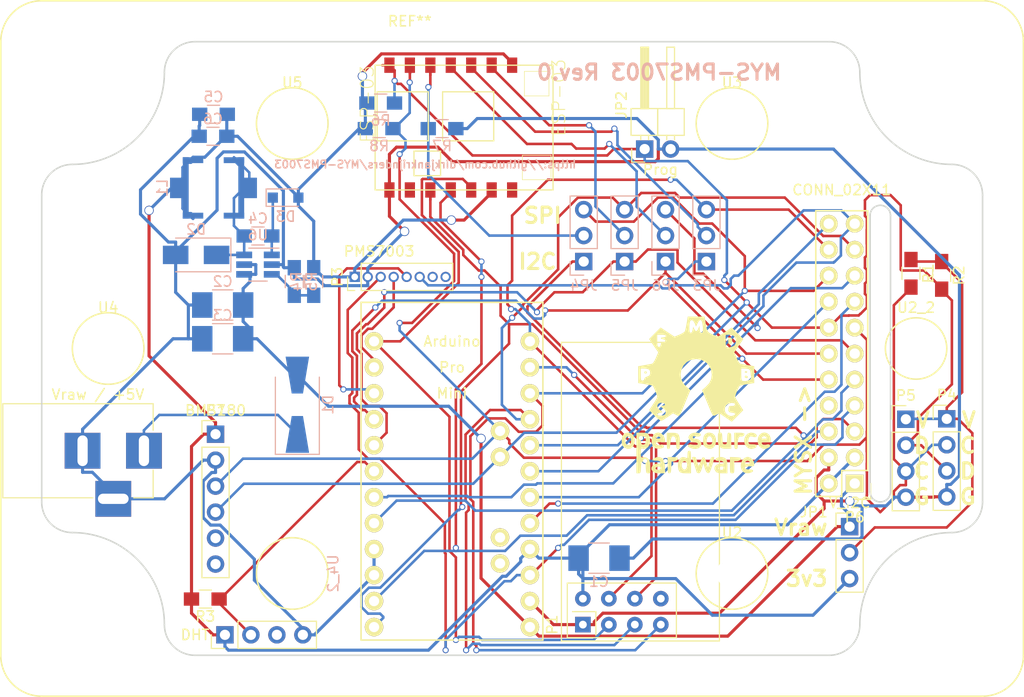
<source format=kicad_pcb>
(kicad_pcb (version 20171130) (host pcbnew "(5.1.12)-1")

  (general
    (thickness 1.6)
    (drawings 19)
    (tracks 835)
    (zones 0)
    (modules 43)
    (nets 43)
  )

  (page A4)
  (layers
    (0 F.Cu signal)
    (31 B.Cu signal)
    (32 B.Adhes user)
    (33 F.Adhes user hide)
    (34 B.Paste user)
    (35 F.Paste user)
    (36 B.SilkS user)
    (37 F.SilkS user)
    (38 B.Mask user)
    (39 F.Mask user)
    (40 Dwgs.User user)
    (41 Cmts.User user)
    (42 Eco1.User user)
    (43 Eco2.User user)
    (44 Edge.Cuts user)
    (45 Margin user)
    (46 B.CrtYd user)
    (47 F.CrtYd user)
    (48 B.Fab user)
    (49 F.Fab user)
  )

  (setup
    (last_trace_width 0.25)
    (trace_clearance 0.2)
    (zone_clearance 0.254)
    (zone_45_only no)
    (trace_min 0.2)
    (via_size 0.6)
    (via_drill 0.4)
    (via_min_size 0.4)
    (via_min_drill 0.3)
    (uvia_size 0.3)
    (uvia_drill 0.1)
    (uvias_allowed no)
    (uvia_min_size 0.2)
    (uvia_min_drill 0.1)
    (edge_width 0.15)
    (segment_width 0.2)
    (pcb_text_width 0.3)
    (pcb_text_size 1.5 1.5)
    (mod_edge_width 0.15)
    (mod_text_size 1 1)
    (mod_text_width 0.15)
    (pad_size 1.8 1.8)
    (pad_drill 1)
    (pad_to_mask_clearance 0.2)
    (aux_axis_origin 0 0)
    (visible_elements 7FFFFFFF)
    (pcbplotparams
      (layerselection 0x010f0_80000001)
      (usegerberextensions true)
      (usegerberattributes true)
      (usegerberadvancedattributes true)
      (creategerberjobfile true)
      (excludeedgelayer true)
      (linewidth 0.100000)
      (plotframeref false)
      (viasonmask false)
      (mode 1)
      (useauxorigin false)
      (hpglpennumber 1)
      (hpglpenspeed 20)
      (hpglpendiameter 15.000000)
      (psnegative false)
      (psa4output false)
      (plotreference true)
      (plotvalue true)
      (plotinvisibletext false)
      (padsonsilk false)
      (subtractmaskfromsilk true)
      (outputformat 1)
      (mirror false)
      (drillshape 0)
      (scaleselection 1)
      (outputdirectory "Outputs/Rev_0/"))
  )

  (net 0 "")
  (net 1 +3V3)
  (net 2 GND)
  (net 3 /Vraw)
  (net 4 "Net-(C4-Pad1)")
  (net 5 "Net-(C4-Pad2)")
  (net 6 "Net-(CON1-Pad1)")
  (net 7 "Net-(JP1-Pad2)")
  (net 8 /MYSX_D8_SDA)
  (net 9 /MYSX_D14_CS)
  (net 10 "Net-(JP3-Pad2)")
  (net 11 /MYSX_D4_INT)
  (net 12 /MYSX_D12_MISO)
  (net 13 "Net-(JP4-Pad2)")
  (net 14 /MYSX_D3_INT)
  (net 15 /MYSX_D13_SCLK)
  (net 16 "Net-(JP5-Pad2)")
  (net 17 /MYSX_D5_PWM)
  (net 18 /MYSX_D11_MOSI)
  (net 19 "Net-(JP6-Pad2)")
  (net 20 /MYSX_D6_PWM)
  (net 21 /NRF24_CE)
  (net 22 "Net-(P1-Pad8)")
  (net 23 /DHT_DATA)
  (net 24 "Net-(P2-Pad3)")
  (net 25 /MYSX_RST)
  (net 26 /SS_RX)
  (net 27 /SS_TX)
  (net 28 /MYSX_D15_A5)
  (net 29 "Net-(P3-Pad7)")
  (net 30 "Net-(P3-Pad8)")
  (net 31 /MYSX_D7_SCL)
  (net 32 /MYSX_D1_DFM)
  (net 33 /MYSX_D2_DTM)
  (net 34 /MYSX_LEGACY_ID)
  (net 35 /MYSX_D9_A3)
  (net 36 /MYSX_D10_A4)
  (net 37 /MYSX_D16_A6)
  (net 38 /BMP180_CSB)
  (net 39 /BMP180_SDO)
  (net 40 "Net-(R4-Pad2)")
  (net 41 "Net-(U7-Pad7)")
  (net 42 "Net-(U7-Pad2)")

  (net_class Default "This is the default net class."
    (clearance 0.2)
    (trace_width 0.25)
    (via_dia 0.6)
    (via_drill 0.4)
    (uvia_dia 0.3)
    (uvia_drill 0.1)
    (add_net /BMP180_CSB)
    (add_net /BMP180_SDO)
    (add_net /DHT_DATA)
    (add_net /MYSX_D10_A4)
    (add_net /MYSX_D11_MOSI)
    (add_net /MYSX_D12_MISO)
    (add_net /MYSX_D13_SCLK)
    (add_net /MYSX_D14_CS)
    (add_net /MYSX_D15_A5)
    (add_net /MYSX_D16_A6)
    (add_net /MYSX_D1_DFM)
    (add_net /MYSX_D2_DTM)
    (add_net /MYSX_D3_INT)
    (add_net /MYSX_D4_INT)
    (add_net /MYSX_D5_PWM)
    (add_net /MYSX_D6_PWM)
    (add_net /MYSX_D7_SCL)
    (add_net /MYSX_D8_SDA)
    (add_net /MYSX_D9_A3)
    (add_net /MYSX_LEGACY_ID)
    (add_net /MYSX_RST)
    (add_net /NRF24_CE)
    (add_net /SS_RX)
    (add_net /SS_TX)
    (add_net "Net-(C4-Pad1)")
    (add_net "Net-(C4-Pad2)")
    (add_net "Net-(CON1-Pad1)")
    (add_net "Net-(JP1-Pad2)")
    (add_net "Net-(JP3-Pad2)")
    (add_net "Net-(JP4-Pad2)")
    (add_net "Net-(JP5-Pad2)")
    (add_net "Net-(JP6-Pad2)")
    (add_net "Net-(P1-Pad8)")
    (add_net "Net-(P2-Pad3)")
    (add_net "Net-(P3-Pad7)")
    (add_net "Net-(P3-Pad8)")
    (add_net "Net-(R4-Pad2)")
    (add_net "Net-(U7-Pad2)")
    (add_net "Net-(U7-Pad7)")
  )

  (net_class Power ""
    (clearance 0.2032)
    (trace_width 0.3048)
    (via_dia 0.9144)
    (via_drill 0.762)
    (uvia_dia 0.3)
    (uvia_drill 0.1)
    (add_net +3V3)
    (add_net /Vraw)
    (add_net GND)
  )

  (module Other:Arduino_Pro_Mini (layer F.Cu) (tedit 593A6C6F) (tstamp 5922FF34)
    (at 72.74 82.24)
    (path /591DAA5D)
    (fp_text reference U1 (at -7.62 3.175) (layer F.SilkS) hide
      (effects (font (size 1.5 1.5) (thickness 0.15)))
    )
    (fp_text value Arduino_Pro_Micro (at -7.62 -33.02) (layer F.SilkS) hide
      (effects (font (size 1.5 1.5) (thickness 0.15)))
    )
    (fp_line (start 1.27 1.27) (end -16.51 1.27) (layer F.SilkS) (width 0.15))
    (fp_line (start 1.27 -31.75) (end 1.27 1.27) (layer F.SilkS) (width 0.15))
    (fp_line (start -16.51 -31.75) (end 1.27 -31.75) (layer F.SilkS) (width 0.15))
    (fp_line (start -16.51 1.27) (end -16.51 -31.75) (layer F.SilkS) (width 0.15))
    (fp_text user Mini (at -7.62 -22.86) (layer F.SilkS)
      (effects (font (size 1 1) (thickness 0.15)))
    )
    (fp_text user Pro (at -7.62 -25.4) (layer F.SilkS)
      (effects (font (size 1 1) (thickness 0.15)))
    )
    (fp_text user Arduino (at -7.62 -27.94) (layer F.SilkS)
      (effects (font (size 1 1) (thickness 0.15)))
    )
    (pad 34 thru_hole circle (at -2.921 -8.763) (size 1.8 1.8) (drill 1) (layers *.Cu *.Mask F.SilkS))
    (pad 33 thru_hole circle (at -2.921 -6.223) (size 1.8 1.8) (drill 1) (layers *.Cu *.Mask F.SilkS))
    (pad 25 thru_hole circle (at -2.921 -16.637) (size 1.8 1.8) (drill 1) (layers *.Cu *.Mask F.SilkS)
      (net 8 /MYSX_D8_SDA))
    (pad 26 thru_hole circle (at -2.921 -19.177) (size 1.8 1.8) (drill 1) (layers *.Cu *.Mask F.SilkS)
      (net 31 /MYSX_D7_SCL))
    (pad 13 thru_hole circle (at 0 0) (size 1.8 1.8) (drill 1) (layers *.Cu *.Mask F.SilkS)
      (net 3 /Vraw))
    (pad 14 thru_hole circle (at 0 -2.54) (size 1.8 1.8) (drill 1) (layers *.Cu *.Mask F.SilkS)
      (net 2 GND))
    (pad 16 thru_hole circle (at 0 -7.62) (size 1.8 1.8) (drill 1) (layers *.Cu *.Mask F.SilkS)
      (net 1 +3V3))
    (pad 15 thru_hole circle (at 0 -5.08) (size 1.8 1.8) (drill 1) (layers *.Cu *.Mask F.SilkS)
      (net 25 /MYSX_RST))
    (pad 19 thru_hole circle (at 0 -15.24) (size 1.8 1.8) (drill 1) (layers *.Cu *.Mask F.SilkS)
      (net 28 /MYSX_D15_A5))
    (pad 20 thru_hole circle (at 0 -17.78) (size 1.8 1.8) (drill 1) (layers *.Cu *.Mask F.SilkS)
      (net 37 /MYSX_D16_A6))
    (pad 18 thru_hole circle (at 0 -12.7) (size 1.8 1.8) (drill 1) (layers *.Cu *.Mask F.SilkS)
      (net 36 /MYSX_D10_A4))
    (pad 17 thru_hole circle (at 0 -10.16) (size 1.8 1.8) (drill 1) (layers *.Cu *.Mask F.SilkS)
      (net 35 /MYSX_D9_A3))
    (pad 21 thru_hole circle (at 0 -20.32) (size 1.8 1.8) (drill 1) (layers *.Cu *.Mask F.SilkS)
      (net 15 /MYSX_D13_SCLK))
    (pad 22 thru_hole circle (at 0 -22.86) (size 1.8 1.8) (drill 1) (layers *.Cu *.Mask F.SilkS)
      (net 12 /MYSX_D12_MISO))
    (pad 24 thru_hole circle (at 0 -27.94) (size 1.8 1.8) (drill 1) (layers *.Cu *.Mask F.SilkS)
      (net 9 /MYSX_D14_CS))
    (pad 23 thru_hole circle (at 0 -25.4) (size 1.8 1.8) (drill 1) (layers *.Cu *.Mask F.SilkS)
      (net 18 /MYSX_D11_MOSI))
    (pad 2 thru_hole circle (at -15.24 -25.4) (size 1.8 1.8) (drill 1) (layers *.Cu *.Mask F.SilkS)
      (net 26 /SS_RX))
    (pad 1 thru_hole circle (at -15.24 -27.94) (size 1.8 1.8) (drill 1) (layers *.Cu *.Mask F.SilkS)
      (net 21 /NRF24_CE))
    (pad 3 thru_hole circle (at -15.24 -22.86) (size 1.8 1.8) (drill 1) (layers *.Cu *.Mask F.SilkS)
      (net 27 /SS_TX))
    (pad 4 thru_hole circle (at -15.24 -20.32) (size 1.8 1.8) (drill 1) (layers *.Cu *.Mask F.SilkS)
      (net 20 /MYSX_D6_PWM))
    (pad 8 thru_hole circle (at -15.24 -10.16) (size 1.8 1.8) (drill 1) (layers *.Cu *.Mask F.SilkS)
      (net 14 /MYSX_D3_INT))
    (pad 7 thru_hole circle (at -15.24 -12.7) (size 1.8 1.8) (drill 1) (layers *.Cu *.Mask F.SilkS)
      (net 11 /MYSX_D4_INT))
    (pad 5 thru_hole circle (at -15.24 -17.78) (size 1.8 1.8) (drill 1) (layers *.Cu *.Mask F.SilkS)
      (net 17 /MYSX_D5_PWM))
    (pad 6 thru_hole circle (at -15.24 -15.24) (size 1.8 1.8) (drill 1) (layers *.Cu *.Mask F.SilkS)
      (net 23 /DHT_DATA))
    (pad 10 thru_hole circle (at -15.24 -5.08) (size 1.8 1.8) (drill 1) (layers *.Cu *.Mask F.SilkS)
      (net 2 GND))
    (pad 9 thru_hole circle (at -15.24 -7.62) (size 1.8 1.8) (drill 1) (layers *.Cu *.Mask F.SilkS)
      (net 2 GND))
    (pad 11 thru_hole circle (at -15.24 -2.54) (size 1.8 1.8) (drill 1) (layers *.Cu *.Mask F.SilkS)
      (net 33 /MYSX_D2_DTM))
    (pad 12 thru_hole circle (at -15.24 0) (size 1.8 1.8) (drill 1) (layers *.Cu *.Mask F.SilkS)
      (net 32 /MYSX_D1_DFM))
  )

  (module Pin_Headers:Pin_Header_Straight_1x03_Pitch2.54mm (layer B.Cu) (tedit 58CD4EC1) (tstamp 5922FD77)
    (at 78 46.5)
    (descr "Through hole straight pin header, 1x03, 2.54mm pitch, single row")
    (tags "Through hole pin header THT 1x03 2.54mm single row")
    (path /5922EA74)
    (fp_text reference JP4 (at 0 2.33) (layer B.SilkS)
      (effects (font (size 1 1) (thickness 0.15)) (justify mirror))
    )
    (fp_text value Jumper_NC_Dual (at 0 -7.41) (layer B.Fab)
      (effects (font (size 1 1) (thickness 0.15)) (justify mirror))
    )
    (fp_line (start 1.8 1.8) (end -1.8 1.8) (layer B.CrtYd) (width 0.05))
    (fp_line (start 1.8 -6.85) (end 1.8 1.8) (layer B.CrtYd) (width 0.05))
    (fp_line (start -1.8 -6.85) (end 1.8 -6.85) (layer B.CrtYd) (width 0.05))
    (fp_line (start -1.8 1.8) (end -1.8 -6.85) (layer B.CrtYd) (width 0.05))
    (fp_line (start -1.33 1.33) (end 0 1.33) (layer B.SilkS) (width 0.12))
    (fp_line (start -1.33 0) (end -1.33 1.33) (layer B.SilkS) (width 0.12))
    (fp_line (start 1.33 -1.27) (end -1.33 -1.27) (layer B.SilkS) (width 0.12))
    (fp_line (start 1.33 -6.41) (end 1.33 -1.27) (layer B.SilkS) (width 0.12))
    (fp_line (start -1.33 -6.41) (end 1.33 -6.41) (layer B.SilkS) (width 0.12))
    (fp_line (start -1.33 -1.27) (end -1.33 -6.41) (layer B.SilkS) (width 0.12))
    (fp_line (start 1.27 1.27) (end -1.27 1.27) (layer B.Fab) (width 0.1))
    (fp_line (start 1.27 -6.35) (end 1.27 1.27) (layer B.Fab) (width 0.1))
    (fp_line (start -1.27 -6.35) (end 1.27 -6.35) (layer B.Fab) (width 0.1))
    (fp_line (start -1.27 1.27) (end -1.27 -6.35) (layer B.Fab) (width 0.1))
    (fp_text user %R (at 0 2.33) (layer B.Fab)
      (effects (font (size 1 1) (thickness 0.15)) (justify mirror))
    )
    (pad 1 thru_hole rect (at 0 0) (size 1.7 1.7) (drill 1) (layers *.Cu *.Mask)
      (net 14 /MYSX_D3_INT))
    (pad 2 thru_hole oval (at 0 -2.54) (size 1.7 1.7) (drill 1) (layers *.Cu *.Mask)
      (net 13 "Net-(JP4-Pad2)"))
    (pad 3 thru_hole oval (at 0 -5.08) (size 1.7 1.7) (drill 1) (layers *.Cu *.Mask)
      (net 12 /MYSX_D12_MISO))
    (model ${KISYS3DMOD}/Pin_Headers.3dshapes/Pin_Header_Straight_1x03_Pitch2.54mm.wrl
      (offset (xyz 0 -2.539999961853027 0))
      (scale (xyz 1 1 1))
      (rotate (xyz 0 0 90))
    )
  )

  (module Mounting_Holes:MountingHole_3mm (layer B.Cu) (tedit 56D1B4CB) (tstamp 5943F341)
    (at 49.5 77 90)
    (descr "Mounting Hole 3mm, no annular")
    (tags "mounting hole 3mm no annular")
    (path /591E8E8B)
    (fp_text reference U4_2 (at 0 4 90) (layer B.SilkS)
      (effects (font (size 1 1) (thickness 0.15)) (justify mirror))
    )
    (fp_text value M3_Mounting_hole (at 0 -4 90) (layer B.Fab)
      (effects (font (size 1 1) (thickness 0.15)) (justify mirror))
    )
    (fp_circle (center 0 0) (end 3.25 0) (layer B.CrtYd) (width 0.05))
    (fp_circle (center 0 0) (end 3 0) (layer Cmts.User) (width 0.15))
    (pad 1 np_thru_hole circle (at 0 0 90) (size 3 3) (drill 3) (layers *.Cu *.Mask))
  )

  (module Mounting_Holes:MountingHole_3mm (layer F.Cu) (tedit 56D1B4CB) (tstamp 5943F2DB)
    (at 110.5 55)
    (descr "Mounting Hole 3mm, no annular")
    (tags "mounting hole 3mm no annular")
    (path /591E8ED7)
    (fp_text reference U2_2 (at 0 -4) (layer F.SilkS)
      (effects (font (size 1 1) (thickness 0.15)))
    )
    (fp_text value M3_Mounting_hole (at 0 4) (layer F.Fab)
      (effects (font (size 1 1) (thickness 0.15)))
    )
    (fp_circle (center 0 0) (end 3.25 0) (layer F.CrtYd) (width 0.05))
    (fp_circle (center 0 0) (end 3 0) (layer Cmts.User) (width 0.15))
    (pad 1 np_thru_hole circle (at 0 0) (size 3 3) (drill 3) (layers *.Cu *.Mask))
  )

  (module Resistors_SMD:R_1210_HandSoldering (layer B.Cu) (tedit 58E0A804) (tstamp 5922FC59)
    (at 79.5 75.5)
    (descr "Resistor SMD 1210, hand soldering")
    (tags "resistor 1210")
    (path /591E8A40)
    (attr smd)
    (fp_text reference C1 (at 0 2.3) (layer B.SilkS)
      (effects (font (size 1 1) (thickness 0.15)) (justify mirror))
    )
    (fp_text value 4u7 (at 0 -2.4) (layer B.Fab)
      (effects (font (size 1 1) (thickness 0.15)) (justify mirror))
    )
    (fp_line (start 3.25 -1.5) (end -3.25 -1.5) (layer B.CrtYd) (width 0.05))
    (fp_line (start 3.25 -1.5) (end 3.25 1.5) (layer B.CrtYd) (width 0.05))
    (fp_line (start -3.25 1.5) (end -3.25 -1.5) (layer B.CrtYd) (width 0.05))
    (fp_line (start -3.25 1.5) (end 3.25 1.5) (layer B.CrtYd) (width 0.05))
    (fp_line (start -1 1.48) (end 1 1.48) (layer B.SilkS) (width 0.12))
    (fp_line (start 1 -1.48) (end -1 -1.48) (layer B.SilkS) (width 0.12))
    (fp_line (start -1.6 1.25) (end 1.6 1.25) (layer B.Fab) (width 0.1))
    (fp_line (start 1.6 1.25) (end 1.6 -1.25) (layer B.Fab) (width 0.1))
    (fp_line (start 1.6 -1.25) (end -1.6 -1.25) (layer B.Fab) (width 0.1))
    (fp_line (start -1.6 -1.25) (end -1.6 1.25) (layer B.Fab) (width 0.1))
    (fp_text user %R (at 0 0) (layer B.Fab)
      (effects (font (size 0.7 0.7) (thickness 0.105)) (justify mirror))
    )
    (pad 1 smd rect (at -2 0) (size 2 2.5) (layers B.Cu B.Paste B.Mask)
      (net 1 +3V3))
    (pad 2 smd rect (at 2 0) (size 2 2.5) (layers B.Cu B.Paste B.Mask)
      (net 2 GND))
    (model ${KISYS3DMOD}/Resistors_SMD.3dshapes/R_1210.wrl
      (at (xyz 0 0 0))
      (scale (xyz 1 1 1))
      (rotate (xyz 0 0 0))
    )
  )

  (module Resistors_SMD:R_1210_HandSoldering (layer B.Cu) (tedit 58E0A804) (tstamp 5922FC6A)
    (at 42.7 50.75 180)
    (descr "Resistor SMD 1210, hand soldering")
    (tags "resistor 1210")
    (path /5922A08C)
    (attr smd)
    (fp_text reference C2 (at 0 2.3 180) (layer B.SilkS)
      (effects (font (size 1 1) (thickness 0.15)) (justify mirror))
    )
    (fp_text value 4u7 (at 0 -2.4 180) (layer B.Fab)
      (effects (font (size 1 1) (thickness 0.15)) (justify mirror))
    )
    (fp_line (start 3.25 -1.5) (end -3.25 -1.5) (layer B.CrtYd) (width 0.05))
    (fp_line (start 3.25 -1.5) (end 3.25 1.5) (layer B.CrtYd) (width 0.05))
    (fp_line (start -3.25 1.5) (end -3.25 -1.5) (layer B.CrtYd) (width 0.05))
    (fp_line (start -3.25 1.5) (end 3.25 1.5) (layer B.CrtYd) (width 0.05))
    (fp_line (start -1 1.48) (end 1 1.48) (layer B.SilkS) (width 0.12))
    (fp_line (start 1 -1.48) (end -1 -1.48) (layer B.SilkS) (width 0.12))
    (fp_line (start -1.6 1.25) (end 1.6 1.25) (layer B.Fab) (width 0.1))
    (fp_line (start 1.6 1.25) (end 1.6 -1.25) (layer B.Fab) (width 0.1))
    (fp_line (start 1.6 -1.25) (end -1.6 -1.25) (layer B.Fab) (width 0.1))
    (fp_line (start -1.6 -1.25) (end -1.6 1.25) (layer B.Fab) (width 0.1))
    (fp_text user %R (at 0 0 180) (layer B.Fab)
      (effects (font (size 0.7 0.7) (thickness 0.105)) (justify mirror))
    )
    (pad 1 smd rect (at -2 0 180) (size 2 2.5) (layers B.Cu B.Paste B.Mask)
      (net 3 /Vraw))
    (pad 2 smd rect (at 2 0 180) (size 2 2.5) (layers B.Cu B.Paste B.Mask)
      (net 2 GND))
    (model ${KISYS3DMOD}/Resistors_SMD.3dshapes/R_1210.wrl
      (at (xyz 0 0 0))
      (scale (xyz 1 1 1))
      (rotate (xyz 0 0 0))
    )
  )

  (module Resistors_SMD:R_1210_HandSoldering (layer B.Cu) (tedit 58E0A804) (tstamp 5922FC7B)
    (at 42.7 54.05 180)
    (descr "Resistor SMD 1210, hand soldering")
    (tags "resistor 1210")
    (path /59227E14)
    (attr smd)
    (fp_text reference C3 (at 0 2.3 180) (layer B.SilkS)
      (effects (font (size 1 1) (thickness 0.15)) (justify mirror))
    )
    (fp_text value 4u7 (at 0 -2.4 180) (layer B.Fab)
      (effects (font (size 1 1) (thickness 0.15)) (justify mirror))
    )
    (fp_line (start 3.25 -1.5) (end -3.25 -1.5) (layer B.CrtYd) (width 0.05))
    (fp_line (start 3.25 -1.5) (end 3.25 1.5) (layer B.CrtYd) (width 0.05))
    (fp_line (start -3.25 1.5) (end -3.25 -1.5) (layer B.CrtYd) (width 0.05))
    (fp_line (start -3.25 1.5) (end 3.25 1.5) (layer B.CrtYd) (width 0.05))
    (fp_line (start -1 1.48) (end 1 1.48) (layer B.SilkS) (width 0.12))
    (fp_line (start 1 -1.48) (end -1 -1.48) (layer B.SilkS) (width 0.12))
    (fp_line (start -1.6 1.25) (end 1.6 1.25) (layer B.Fab) (width 0.1))
    (fp_line (start 1.6 1.25) (end 1.6 -1.25) (layer B.Fab) (width 0.1))
    (fp_line (start 1.6 -1.25) (end -1.6 -1.25) (layer B.Fab) (width 0.1))
    (fp_line (start -1.6 -1.25) (end -1.6 1.25) (layer B.Fab) (width 0.1))
    (fp_text user %R (at 0 0 180) (layer B.Fab)
      (effects (font (size 0.7 0.7) (thickness 0.105)) (justify mirror))
    )
    (pad 1 smd rect (at -2 0 180) (size 2 2.5) (layers B.Cu B.Paste B.Mask)
      (net 3 /Vraw))
    (pad 2 smd rect (at 2 0 180) (size 2 2.5) (layers B.Cu B.Paste B.Mask)
      (net 2 GND))
    (model ${KISYS3DMOD}/Resistors_SMD.3dshapes/R_1210.wrl
      (at (xyz 0 0 0))
      (scale (xyz 1 1 1))
      (rotate (xyz 0 0 0))
    )
  )

  (module Resistors_SMD:R_0805_HandSoldering (layer B.Cu) (tedit 58E0A804) (tstamp 5922FC8C)
    (at 46.15 44 180)
    (descr "Resistor SMD 0805, hand soldering")
    (tags "resistor 0805")
    (path /59228334)
    (attr smd)
    (fp_text reference C4 (at 0 1.7 180) (layer B.SilkS)
      (effects (font (size 1 1) (thickness 0.15)) (justify mirror))
    )
    (fp_text value "100 nF" (at 0 -1.75 180) (layer B.Fab)
      (effects (font (size 1 1) (thickness 0.15)) (justify mirror))
    )
    (fp_line (start 2.35 -0.9) (end -2.35 -0.9) (layer B.CrtYd) (width 0.05))
    (fp_line (start 2.35 -0.9) (end 2.35 0.9) (layer B.CrtYd) (width 0.05))
    (fp_line (start -2.35 0.9) (end -2.35 -0.9) (layer B.CrtYd) (width 0.05))
    (fp_line (start -2.35 0.9) (end 2.35 0.9) (layer B.CrtYd) (width 0.05))
    (fp_line (start -0.6 0.88) (end 0.6 0.88) (layer B.SilkS) (width 0.12))
    (fp_line (start 0.6 -0.88) (end -0.6 -0.88) (layer B.SilkS) (width 0.12))
    (fp_line (start -1 0.62) (end 1 0.62) (layer B.Fab) (width 0.1))
    (fp_line (start 1 0.62) (end 1 -0.62) (layer B.Fab) (width 0.1))
    (fp_line (start 1 -0.62) (end -1 -0.62) (layer B.Fab) (width 0.1))
    (fp_line (start -1 -0.62) (end -1 0.62) (layer B.Fab) (width 0.1))
    (fp_text user %R (at 0 0 180) (layer B.Fab)
      (effects (font (size 0.5 0.5) (thickness 0.075)) (justify mirror))
    )
    (pad 1 smd rect (at -1.35 0 180) (size 1.5 1.3) (layers B.Cu B.Paste B.Mask)
      (net 4 "Net-(C4-Pad1)"))
    (pad 2 smd rect (at 1.35 0 180) (size 1.5 1.3) (layers B.Cu B.Paste B.Mask)
      (net 5 "Net-(C4-Pad2)"))
    (model ${KISYS3DMOD}/Resistors_SMD.3dshapes/R_0805.wrl
      (at (xyz 0 0 0))
      (scale (xyz 1 1 1))
      (rotate (xyz 0 0 0))
    )
  )

  (module Resistors_SMD:R_0805_HandSoldering (layer B.Cu) (tedit 58E0A804) (tstamp 5922FC9D)
    (at 41.8 32.1 180)
    (descr "Resistor SMD 0805, hand soldering")
    (tags "resistor 0805")
    (path /59228165)
    (attr smd)
    (fp_text reference C5 (at 0 1.7 180) (layer B.SilkS)
      (effects (font (size 1 1) (thickness 0.15)) (justify mirror))
    )
    (fp_text value 10u (at 0 -1.75 180) (layer B.Fab)
      (effects (font (size 1 1) (thickness 0.15)) (justify mirror))
    )
    (fp_line (start 2.35 -0.9) (end -2.35 -0.9) (layer B.CrtYd) (width 0.05))
    (fp_line (start 2.35 -0.9) (end 2.35 0.9) (layer B.CrtYd) (width 0.05))
    (fp_line (start -2.35 0.9) (end -2.35 -0.9) (layer B.CrtYd) (width 0.05))
    (fp_line (start -2.35 0.9) (end 2.35 0.9) (layer B.CrtYd) (width 0.05))
    (fp_line (start -0.6 0.88) (end 0.6 0.88) (layer B.SilkS) (width 0.12))
    (fp_line (start 0.6 -0.88) (end -0.6 -0.88) (layer B.SilkS) (width 0.12))
    (fp_line (start -1 0.62) (end 1 0.62) (layer B.Fab) (width 0.1))
    (fp_line (start 1 0.62) (end 1 -0.62) (layer B.Fab) (width 0.1))
    (fp_line (start 1 -0.62) (end -1 -0.62) (layer B.Fab) (width 0.1))
    (fp_line (start -1 -0.62) (end -1 0.62) (layer B.Fab) (width 0.1))
    (fp_text user %R (at 0 0 180) (layer B.Fab)
      (effects (font (size 0.5 0.5) (thickness 0.075)) (justify mirror))
    )
    (pad 1 smd rect (at -1.35 0 180) (size 1.5 1.3) (layers B.Cu B.Paste B.Mask)
      (net 1 +3V3))
    (pad 2 smd rect (at 1.35 0 180) (size 1.5 1.3) (layers B.Cu B.Paste B.Mask)
      (net 2 GND))
    (model ${KISYS3DMOD}/Resistors_SMD.3dshapes/R_0805.wrl
      (at (xyz 0 0 0))
      (scale (xyz 1 1 1))
      (rotate (xyz 0 0 0))
    )
  )

  (module Resistors_SMD:R_0805_HandSoldering (layer B.Cu) (tedit 58E0A804) (tstamp 5922FCAE)
    (at 41.75 34.25 180)
    (descr "Resistor SMD 0805, hand soldering")
    (tags "resistor 0805")
    (path /592295FE)
    (attr smd)
    (fp_text reference C6 (at 0 1.7 180) (layer B.SilkS)
      (effects (font (size 1 1) (thickness 0.15)) (justify mirror))
    )
    (fp_text value 10u (at 0 -1.75 180) (layer B.Fab)
      (effects (font (size 1 1) (thickness 0.15)) (justify mirror))
    )
    (fp_line (start 2.35 -0.9) (end -2.35 -0.9) (layer B.CrtYd) (width 0.05))
    (fp_line (start 2.35 -0.9) (end 2.35 0.9) (layer B.CrtYd) (width 0.05))
    (fp_line (start -2.35 0.9) (end -2.35 -0.9) (layer B.CrtYd) (width 0.05))
    (fp_line (start -2.35 0.9) (end 2.35 0.9) (layer B.CrtYd) (width 0.05))
    (fp_line (start -0.6 0.88) (end 0.6 0.88) (layer B.SilkS) (width 0.12))
    (fp_line (start 0.6 -0.88) (end -0.6 -0.88) (layer B.SilkS) (width 0.12))
    (fp_line (start -1 0.62) (end 1 0.62) (layer B.Fab) (width 0.1))
    (fp_line (start 1 0.62) (end 1 -0.62) (layer B.Fab) (width 0.1))
    (fp_line (start 1 -0.62) (end -1 -0.62) (layer B.Fab) (width 0.1))
    (fp_line (start -1 -0.62) (end -1 0.62) (layer B.Fab) (width 0.1))
    (fp_text user %R (at 0 0 180) (layer B.Fab)
      (effects (font (size 0.5 0.5) (thickness 0.075)) (justify mirror))
    )
    (pad 1 smd rect (at -1.35 0 180) (size 1.5 1.3) (layers B.Cu B.Paste B.Mask)
      (net 1 +3V3))
    (pad 2 smd rect (at 1.35 0 180) (size 1.5 1.3) (layers B.Cu B.Paste B.Mask)
      (net 2 GND))
    (model ${KISYS3DMOD}/Resistors_SMD.3dshapes/R_0805.wrl
      (at (xyz 0 0 0))
      (scale (xyz 1 1 1))
      (rotate (xyz 0 0 0))
    )
  )

  (module Connectors:BARREL_JACK (layer F.Cu) (tedit 593F7976) (tstamp 5922FCCD)
    (at 35 65)
    (descr "DC Barrel Jack")
    (tags "Power Jack")
    (path /591F4CEF)
    (fp_text reference "Vraw / +5V" (at -4.5 -5.5) (layer F.SilkS)
      (effects (font (size 1 1) (thickness 0.15)))
    )
    (fp_text value BARREL_JACK (at -6.2 -5.5) (layer F.Fab)
      (effects (font (size 1 1) (thickness 0.15)))
    )
    (fp_line (start 0.8 -4.5) (end -13.7 -4.5) (layer F.Fab) (width 0.1))
    (fp_line (start 0.8 4.5) (end 0.8 -4.5) (layer F.Fab) (width 0.1))
    (fp_line (start -13.7 4.5) (end 0.8 4.5) (layer F.Fab) (width 0.1))
    (fp_line (start -13.7 -4.5) (end -13.7 4.5) (layer F.Fab) (width 0.1))
    (fp_line (start -10.2 -4.5) (end -10.2 4.5) (layer F.Fab) (width 0.1))
    (fp_line (start 0.9 -4.6) (end 0.9 -2) (layer F.SilkS) (width 0.12))
    (fp_line (start -13.8 -4.6) (end 0.9 -4.6) (layer F.SilkS) (width 0.12))
    (fp_line (start 0.9 4.6) (end -1 4.6) (layer F.SilkS) (width 0.12))
    (fp_line (start 0.9 1.9) (end 0.9 4.6) (layer F.SilkS) (width 0.12))
    (fp_line (start -13.8 4.6) (end -13.8 -4.6) (layer F.SilkS) (width 0.12))
    (fp_line (start -5 4.6) (end -13.8 4.6) (layer F.SilkS) (width 0.12))
    (fp_line (start -14 4.75) (end -14 -4.75) (layer F.CrtYd) (width 0.05))
    (fp_line (start -5 4.75) (end -14 4.75) (layer F.CrtYd) (width 0.05))
    (fp_line (start -5 6.75) (end -5 4.75) (layer F.CrtYd) (width 0.05))
    (fp_line (start -1 6.75) (end -5 6.75) (layer F.CrtYd) (width 0.05))
    (fp_line (start -1 4.75) (end -1 6.75) (layer F.CrtYd) (width 0.05))
    (fp_line (start 1 4.75) (end -1 4.75) (layer F.CrtYd) (width 0.05))
    (fp_line (start 1 2) (end 1 4.75) (layer F.CrtYd) (width 0.05))
    (fp_line (start 2 2) (end 1 2) (layer F.CrtYd) (width 0.05))
    (fp_line (start 2 -2) (end 2 2) (layer F.CrtYd) (width 0.05))
    (fp_line (start 1 -2) (end 2 -2) (layer F.CrtYd) (width 0.05))
    (fp_line (start 1 -4.5) (end 1 -2) (layer F.CrtYd) (width 0.05))
    (fp_line (start 1 -4.75) (end -14 -4.75) (layer F.CrtYd) (width 0.05))
    (fp_line (start 1 -4.5) (end 1 -4.75) (layer F.CrtYd) (width 0.05))
    (pad 1 thru_hole rect (at 0 0) (size 3.5 3.5) (drill oval 1 3) (layers *.Cu *.Mask)
      (net 6 "Net-(CON1-Pad1)"))
    (pad 2 thru_hole rect (at -6 0) (size 3.5 3.5) (drill oval 1 3) (layers *.Cu *.Mask)
      (net 2 GND))
    (pad 3 thru_hole rect (at -3 4.7) (size 3.5 3.5) (drill oval 3 1) (layers *.Cu *.Mask)
      (net 2 GND))
  )

  (module Diodes_SMD:D_SMA-SMB_Universal_Handsoldering (layer B.Cu) (tedit 5864381A) (tstamp 5922FCE9)
    (at 50 60.5 90)
    (descr "Diode, Universal, SMA, SMB, Handsoldering,")
    (tags "Diode Universal SMA SMB Handsoldering ")
    (path /591F4D3B)
    (attr smd)
    (fp_text reference D1 (at 0 3 90) (layer B.SilkS)
      (effects (font (size 1 1) (thickness 0.15)) (justify mirror))
    )
    (fp_text value DIODE (at 0 -3.1 90) (layer B.Fab)
      (effects (font (size 1 1) (thickness 0.15)) (justify mirror))
    )
    (fp_line (start -4.85 2.15) (end 2.7 2.15) (layer B.SilkS) (width 0.12))
    (fp_line (start -4.85 -2.15) (end 2.7 -2.15) (layer B.SilkS) (width 0.12))
    (fp_line (start -0.64944 -0.00102) (end 0.50118 0.79908) (layer B.Fab) (width 0.1))
    (fp_line (start -0.64944 -0.00102) (end 0.50118 -0.75032) (layer B.Fab) (width 0.1))
    (fp_line (start 0.50118 -0.75032) (end 0.50118 0.79908) (layer B.Fab) (width 0.1))
    (fp_line (start -0.64944 0.79908) (end -0.64944 -0.80112) (layer B.Fab) (width 0.1))
    (fp_line (start 0.50118 -0.00102) (end 1.4994 -0.00102) (layer B.Fab) (width 0.1))
    (fp_line (start -0.64944 -0.00102) (end -1.55114 -0.00102) (layer B.Fab) (width 0.1))
    (fp_line (start -4.95 -2.25) (end -4.95 2.25) (layer B.CrtYd) (width 0.05))
    (fp_line (start 4.95 -2.25) (end -4.95 -2.25) (layer B.CrtYd) (width 0.05))
    (fp_line (start 4.95 2.25) (end 4.95 -2.25) (layer B.CrtYd) (width 0.05))
    (fp_line (start -4.95 2.25) (end 4.95 2.25) (layer B.CrtYd) (width 0.05))
    (fp_line (start 2.3 1.5) (end -2.3 1.5) (layer B.Fab) (width 0.1))
    (fp_line (start 2.3 1.5) (end 2.3 -1.5) (layer B.Fab) (width 0.1))
    (fp_line (start -2.3 -1.5) (end -2.3 1.5) (layer B.Fab) (width 0.1))
    (fp_line (start 2.3 -1.5) (end -2.3 -1.5) (layer B.Fab) (width 0.1))
    (fp_line (start 2.3 2) (end -2.3 2) (layer B.Fab) (width 0.1))
    (fp_line (start 2.3 2) (end 2.3 -2) (layer B.Fab) (width 0.1))
    (fp_line (start -2.3 -2) (end -2.3 2) (layer B.Fab) (width 0.1))
    (fp_line (start 2.3 -2) (end -2.3 -2) (layer B.Fab) (width 0.1))
    (fp_line (start -4.85 2.15) (end -4.85 -2.15) (layer B.SilkS) (width 0.12))
    (fp_text user %R (at 0 3 90) (layer B.Fab)
      (effects (font (size 1 1) (thickness 0.15)) (justify mirror))
    )
    (pad 1 smd trapezoid (at -2.9 0 90) (size 3.6 1.7) (rect_delta 0.6 0 ) (layers B.Cu B.Paste B.Mask)
      (net 6 "Net-(CON1-Pad1)"))
    (pad 2 smd trapezoid (at 2.9 0 270) (size 3.6 1.7) (rect_delta 0.6 0 ) (layers B.Cu B.Paste B.Mask)
      (net 3 /Vraw))
    (model ${KISYS3DMOD}/Diodes_SMD.3dshapes/D_SMB.wrl
      (at (xyz 0 0 0))
      (scale (xyz 1 1 1))
      (rotate (xyz 0 0 0))
    )
  )

  (module Diodes_SMD:D_SMA (layer B.Cu) (tedit 7FFFFFFF) (tstamp 5922FD01)
    (at 40.1 45.85 180)
    (descr "Diode SMA")
    (tags "Diode SMA")
    (path /59227F98)
    (attr smd)
    (fp_text reference D2 (at 0 2.5 180) (layer B.SilkS)
      (effects (font (size 1 1) (thickness 0.15)) (justify mirror))
    )
    (fp_text value B140 (at 0 -2.6 180) (layer B.Fab)
      (effects (font (size 1 1) (thickness 0.15)) (justify mirror))
    )
    (fp_line (start -3.4 1.65) (end 2 1.65) (layer B.SilkS) (width 0.12))
    (fp_line (start -3.4 -1.65) (end 2 -1.65) (layer B.SilkS) (width 0.12))
    (fp_line (start -0.64944 -0.00102) (end 0.50118 0.79908) (layer B.Fab) (width 0.1))
    (fp_line (start -0.64944 -0.00102) (end 0.50118 -0.75032) (layer B.Fab) (width 0.1))
    (fp_line (start 0.50118 -0.75032) (end 0.50118 0.79908) (layer B.Fab) (width 0.1))
    (fp_line (start -0.64944 0.79908) (end -0.64944 -0.80112) (layer B.Fab) (width 0.1))
    (fp_line (start 0.50118 -0.00102) (end 1.4994 -0.00102) (layer B.Fab) (width 0.1))
    (fp_line (start -0.64944 -0.00102) (end -1.55114 -0.00102) (layer B.Fab) (width 0.1))
    (fp_line (start -3.5 -1.75) (end -3.5 1.75) (layer B.CrtYd) (width 0.05))
    (fp_line (start 3.5 -1.75) (end -3.5 -1.75) (layer B.CrtYd) (width 0.05))
    (fp_line (start 3.5 1.75) (end 3.5 -1.75) (layer B.CrtYd) (width 0.05))
    (fp_line (start -3.5 1.75) (end 3.5 1.75) (layer B.CrtYd) (width 0.05))
    (fp_line (start 2.3 1.5) (end -2.3 1.5) (layer B.Fab) (width 0.1))
    (fp_line (start 2.3 1.5) (end 2.3 -1.5) (layer B.Fab) (width 0.1))
    (fp_line (start -2.3 -1.5) (end -2.3 1.5) (layer B.Fab) (width 0.1))
    (fp_line (start 2.3 -1.5) (end -2.3 -1.5) (layer B.Fab) (width 0.1))
    (fp_line (start -3.4 1.65) (end -3.4 -1.65) (layer B.SilkS) (width 0.12))
    (fp_text user %R (at 0 2.5 180) (layer B.Fab)
      (effects (font (size 1 1) (thickness 0.15)) (justify mirror))
    )
    (pad 1 smd rect (at -2 0 180) (size 2.5 1.8) (layers B.Cu B.Paste B.Mask)
      (net 5 "Net-(C4-Pad2)"))
    (pad 2 smd rect (at 2 0 180) (size 2.5 1.8) (layers B.Cu B.Paste B.Mask)
      (net 2 GND))
    (model ${KISYS3DMOD}/Diodes_SMD.3dshapes/D_SMA.wrl
      (at (xyz 0 0 0))
      (scale (xyz 1 1 1))
      (rotate (xyz 0 0 0))
    )
  )

  (module Diodes_SMD:D_SOD-323_HandSoldering (layer B.Cu) (tedit 58641869) (tstamp 5922FD19)
    (at 48.85 40.25)
    (descr SOD-323)
    (tags SOD-323)
    (path /59228279)
    (attr smd)
    (fp_text reference D3 (at 0 1.85) (layer B.SilkS)
      (effects (font (size 1 1) (thickness 0.15)) (justify mirror))
    )
    (fp_text value 1N4148 (at 0.1 -1.9) (layer B.Fab)
      (effects (font (size 1 1) (thickness 0.15)) (justify mirror))
    )
    (fp_line (start -1.9 0.85) (end 1.25 0.85) (layer B.SilkS) (width 0.12))
    (fp_line (start -1.9 -0.85) (end 1.25 -0.85) (layer B.SilkS) (width 0.12))
    (fp_line (start -2 0.95) (end -2 -0.95) (layer B.CrtYd) (width 0.05))
    (fp_line (start -2 -0.95) (end 2 -0.95) (layer B.CrtYd) (width 0.05))
    (fp_line (start 2 0.95) (end 2 -0.95) (layer B.CrtYd) (width 0.05))
    (fp_line (start -2 0.95) (end 2 0.95) (layer B.CrtYd) (width 0.05))
    (fp_line (start -0.9 0.7) (end 0.9 0.7) (layer B.Fab) (width 0.1))
    (fp_line (start 0.9 0.7) (end 0.9 -0.7) (layer B.Fab) (width 0.1))
    (fp_line (start 0.9 -0.7) (end -0.9 -0.7) (layer B.Fab) (width 0.1))
    (fp_line (start -0.9 -0.7) (end -0.9 0.7) (layer B.Fab) (width 0.1))
    (fp_line (start -0.3 0.35) (end -0.3 -0.35) (layer B.Fab) (width 0.1))
    (fp_line (start -0.3 0) (end -0.5 0) (layer B.Fab) (width 0.1))
    (fp_line (start -0.3 0) (end 0.2 0.35) (layer B.Fab) (width 0.1))
    (fp_line (start 0.2 0.35) (end 0.2 -0.35) (layer B.Fab) (width 0.1))
    (fp_line (start 0.2 -0.35) (end -0.3 0) (layer B.Fab) (width 0.1))
    (fp_line (start 0.2 0) (end 0.45 0) (layer B.Fab) (width 0.1))
    (fp_line (start -1.9 0.85) (end -1.9 -0.85) (layer B.SilkS) (width 0.12))
    (fp_text user %R (at 0 1.85) (layer B.Fab)
      (effects (font (size 1 1) (thickness 0.15)) (justify mirror))
    )
    (pad 1 smd rect (at -1.25 0) (size 1 1) (layers B.Cu B.Paste B.Mask)
      (net 4 "Net-(C4-Pad1)"))
    (pad 2 smd rect (at 1.25 0) (size 1 1) (layers B.Cu B.Paste B.Mask)
      (net 1 +3V3))
    (model ${KISYS3DMOD}/Diodes_SMD.3dshapes/D_SOD-323.wrl
      (at (xyz 0 0 0))
      (scale (xyz 1 1 1))
      (rotate (xyz 0 0 0))
    )
  )

  (module Pin_Headers:Pin_Header_Angled_1x02_Pitch2.54mm (layer F.Cu) (tedit 593F7A04) (tstamp 5922FD5D)
    (at 83.96 35.5 90)
    (descr "Through hole angled pin header, 1x02, 2.54mm pitch, 6mm pin length, single row")
    (tags "Through hole angled pin header THT 1x02 2.54mm single row")
    (path /59230A70)
    (fp_text reference JP2 (at 4.315 -2.27 90) (layer F.SilkS)
      (effects (font (size 1 1) (thickness 0.15)))
    )
    (fp_text value Jumper (at 4.315 4.81 90) (layer F.Fab)
      (effects (font (size 1 1) (thickness 0.15)))
    )
    (fp_line (start 10.4 -1.8) (end -1.8 -1.8) (layer F.CrtYd) (width 0.05))
    (fp_line (start 10.4 4.35) (end 10.4 -1.8) (layer F.CrtYd) (width 0.05))
    (fp_line (start -1.8 4.35) (end 10.4 4.35) (layer F.CrtYd) (width 0.05))
    (fp_line (start -1.8 -1.8) (end -1.8 4.35) (layer F.CrtYd) (width 0.05))
    (fp_line (start -1.27 -1.27) (end 0 -1.27) (layer F.SilkS) (width 0.12))
    (fp_line (start -1.27 0) (end -1.27 -1.27) (layer F.SilkS) (width 0.12))
    (fp_line (start 0.91 2.92) (end 1.34 2.92) (layer F.SilkS) (width 0.12))
    (fp_line (start 0.91 2.16) (end 1.34 2.16) (layer F.SilkS) (width 0.12))
    (fp_line (start 9.96 2.16) (end 3.96 2.16) (layer F.SilkS) (width 0.12))
    (fp_line (start 9.96 2.92) (end 9.96 2.16) (layer F.SilkS) (width 0.12))
    (fp_line (start 3.96 2.92) (end 9.96 2.92) (layer F.SilkS) (width 0.12))
    (fp_line (start 3.96 2.16) (end 3.96 2.92) (layer F.SilkS) (width 0.12))
    (fp_line (start 3.96 1.27) (end 1.34 1.27) (layer F.SilkS) (width 0.12))
    (fp_line (start 3.96 3.87) (end 3.96 1.27) (layer F.SilkS) (width 0.12))
    (fp_line (start 1.34 3.87) (end 3.96 3.87) (layer F.SilkS) (width 0.12))
    (fp_line (start 1.34 1.27) (end 1.34 3.87) (layer F.SilkS) (width 0.12))
    (fp_line (start 3.96 0.34) (end 9.96 0.34) (layer F.SilkS) (width 0.12))
    (fp_line (start 3.96 0.22) (end 9.96 0.22) (layer F.SilkS) (width 0.12))
    (fp_line (start 3.96 0.1) (end 9.96 0.1) (layer F.SilkS) (width 0.12))
    (fp_line (start 3.96 -0.02) (end 9.96 -0.02) (layer F.SilkS) (width 0.12))
    (fp_line (start 3.96 -0.14) (end 9.96 -0.14) (layer F.SilkS) (width 0.12))
    (fp_line (start 3.96 -0.26) (end 9.96 -0.26) (layer F.SilkS) (width 0.12))
    (fp_line (start 0.91 0.38) (end 1.34 0.38) (layer F.SilkS) (width 0.12))
    (fp_line (start 0.91 -0.38) (end 1.34 -0.38) (layer F.SilkS) (width 0.12))
    (fp_line (start 9.96 -0.38) (end 3.96 -0.38) (layer F.SilkS) (width 0.12))
    (fp_line (start 9.96 0.38) (end 9.96 -0.38) (layer F.SilkS) (width 0.12))
    (fp_line (start 3.96 0.38) (end 9.96 0.38) (layer F.SilkS) (width 0.12))
    (fp_line (start 3.96 -0.38) (end 3.96 0.38) (layer F.SilkS) (width 0.12))
    (fp_line (start 3.96 -1.33) (end 1.34 -1.33) (layer F.SilkS) (width 0.12))
    (fp_line (start 3.96 1.27) (end 3.96 -1.33) (layer F.SilkS) (width 0.12))
    (fp_line (start 1.34 1.27) (end 3.96 1.27) (layer F.SilkS) (width 0.12))
    (fp_line (start 1.34 -1.33) (end 1.34 1.27) (layer F.SilkS) (width 0.12))
    (fp_line (start 9.9 2.22) (end 0 2.22) (layer F.Fab) (width 0.1))
    (fp_line (start 9.9 2.86) (end 9.9 2.22) (layer F.Fab) (width 0.1))
    (fp_line (start 0 2.86) (end 9.9 2.86) (layer F.Fab) (width 0.1))
    (fp_line (start 0 2.22) (end 0 2.86) (layer F.Fab) (width 0.1))
    (fp_line (start 3.9 1.27) (end 1.4 1.27) (layer F.Fab) (width 0.1))
    (fp_line (start 3.9 3.81) (end 3.9 1.27) (layer F.Fab) (width 0.1))
    (fp_line (start 1.4 3.81) (end 3.9 3.81) (layer F.Fab) (width 0.1))
    (fp_line (start 1.4 1.27) (end 1.4 3.81) (layer F.Fab) (width 0.1))
    (fp_line (start 9.9 -0.32) (end 0 -0.32) (layer F.Fab) (width 0.1))
    (fp_line (start 9.9 0.32) (end 9.9 -0.32) (layer F.Fab) (width 0.1))
    (fp_line (start 0 0.32) (end 9.9 0.32) (layer F.Fab) (width 0.1))
    (fp_line (start 0 -0.32) (end 0 0.32) (layer F.Fab) (width 0.1))
    (fp_line (start 3.9 -1.27) (end 1.4 -1.27) (layer F.Fab) (width 0.1))
    (fp_line (start 3.9 1.27) (end 3.9 -1.27) (layer F.Fab) (width 0.1))
    (fp_line (start 1.4 1.27) (end 3.9 1.27) (layer F.Fab) (width 0.1))
    (fp_line (start 1.4 -1.27) (end 1.4 1.27) (layer F.Fab) (width 0.1))
    (fp_text user Prog (at -2 1.54 180) (layer F.SilkS)
      (effects (font (size 1 1) (thickness 0.15)))
    )
    (pad 1 thru_hole rect (at 0 0 90) (size 1.7 1.7) (drill 1) (layers *.Cu *.Mask)
      (net 8 /MYSX_D8_SDA))
    (pad 2 thru_hole oval (at 0 2.54 90) (size 1.7 1.7) (drill 1) (layers *.Cu *.Mask)
      (net 2 GND))
    (model ${KISYS3DMOD}/Pin_Headers.3dshapes/Pin_Header_Angled_1x02_Pitch2.54mm.wrl
      (offset (xyz 0 -1.269999980926514 0))
      (scale (xyz 1 1 1))
      (rotate (xyz 0 0 90))
    )
  )

  (module Other:L_Coilcraft_MSS6132 (layer B.Cu) (tedit 5922F709) (tstamp 5922FD9D)
    (at 41.8 39.3 90)
    (path /592281E5)
    (fp_text reference L1 (at 0 -5 90) (layer B.SilkS)
      (effects (font (size 1 1) (thickness 0.15)) (justify mirror))
    )
    (fp_text value "15 μH" (at 0 3.5 90) (layer B.Fab)
      (effects (font (size 1 1) (thickness 0.15)) (justify mirror))
    )
    (pad 1 smd rect (at 0 3 90) (size 6 0.575) (drill (offset 0 -0.2875)) (layers B.Cu B.Paste B.Mask)
      (net 5 "Net-(C4-Pad2)"))
    (pad 2 smd rect (at 0 -3 90) (size 6 0.575) (drill (offset 0 0.2875)) (layers B.Cu B.Paste B.Mask)
      (net 1 +3V3))
    (pad 1 smd rect (at -3 2 90) (size 0.575 2) (drill (offset 0.2875 0)) (layers B.Cu B.Paste B.Mask)
      (net 5 "Net-(C4-Pad2)"))
    (pad 1 smd rect (at 3 2 90) (size 0.575 2) (drill (offset -0.2875 0)) (layers B.Cu B.Paste B.Mask)
      (net 5 "Net-(C4-Pad2)"))
    (pad 2 smd rect (at 3 -2 90) (size 0.575 2) (drill (offset -0.2875 0)) (layers B.Cu B.Paste B.Mask)
      (net 1 +3V3))
    (pad 2 smd rect (at -3 -2 90) (size 0.575 2) (drill (offset 0.2875 0)) (layers B.Cu B.Paste B.Mask)
      (net 1 +3V3))
    (pad 2 smd rect (at 0 -3.5 90) (size 2 1.5) (layers B.Cu B.Paste B.Mask)
      (net 1 +3V3))
    (pad 1 smd rect (at 0 3.5 90) (size 2 1.5) (layers B.Cu B.Paste B.Mask)
      (net 5 "Net-(C4-Pad2)"))
  )

  (module Pin_Headers:Pin_Header_Straight_1x04_Pitch2.54mm (layer F.Cu) (tedit 593F79C4) (tstamp 5922FDD1)
    (at 42.92 83 90)
    (descr "Through hole straight pin header, 1x04, 2.54mm pitch, single row")
    (tags "Through hole pin header THT 1x04 2.54mm single row")
    (path /591DAAC7)
    (fp_text reference P2 (at 0 -2.33 90) (layer F.SilkS) hide
      (effects (font (size 1 1) (thickness 0.15)))
    )
    (fp_text value CONN_01X03 (at 0 9.95 90) (layer F.Fab)
      (effects (font (size 1 1) (thickness 0.15)))
    )
    (fp_line (start 1.8 -1.8) (end -1.8 -1.8) (layer F.CrtYd) (width 0.05))
    (fp_line (start 1.8 9.4) (end 1.8 -1.8) (layer F.CrtYd) (width 0.05))
    (fp_line (start -1.8 9.4) (end 1.8 9.4) (layer F.CrtYd) (width 0.05))
    (fp_line (start -1.8 -1.8) (end -1.8 9.4) (layer F.CrtYd) (width 0.05))
    (fp_line (start -1.33 -1.33) (end 0 -1.33) (layer F.SilkS) (width 0.12))
    (fp_line (start -1.33 0) (end -1.33 -1.33) (layer F.SilkS) (width 0.12))
    (fp_line (start 1.33 1.27) (end -1.33 1.27) (layer F.SilkS) (width 0.12))
    (fp_line (start 1.33 8.95) (end 1.33 1.27) (layer F.SilkS) (width 0.12))
    (fp_line (start -1.33 8.95) (end 1.33 8.95) (layer F.SilkS) (width 0.12))
    (fp_line (start -1.33 1.27) (end -1.33 8.95) (layer F.SilkS) (width 0.12))
    (fp_line (start 1.27 -1.27) (end -1.27 -1.27) (layer F.Fab) (width 0.1))
    (fp_line (start 1.27 8.89) (end 1.27 -1.27) (layer F.Fab) (width 0.1))
    (fp_line (start -1.27 8.89) (end 1.27 8.89) (layer F.Fab) (width 0.1))
    (fp_line (start -1.27 -1.27) (end -1.27 8.89) (layer F.Fab) (width 0.1))
    (fp_text user DHT (at 0 -2.92 180) (layer F.SilkS)
      (effects (font (size 1 1) (thickness 0.15)))
    )
    (pad 1 thru_hole rect (at 0 0 90) (size 1.7 1.7) (drill 1) (layers *.Cu *.Mask)
      (net 1 +3V3))
    (pad 2 thru_hole oval (at 0 2.54 90) (size 1.7 1.7) (drill 1) (layers *.Cu *.Mask)
      (net 23 /DHT_DATA))
    (pad 3 thru_hole oval (at 0 5.08 90) (size 1.7 1.7) (drill 1) (layers *.Cu *.Mask)
      (net 24 "Net-(P2-Pad3)"))
    (pad 4 thru_hole oval (at 0 7.62 90) (size 1.7 1.7) (drill 1) (layers *.Cu *.Mask)
      (net 2 GND))
    (model ${KISYS3DMOD}/Pin_Headers.3dshapes/Pin_Header_Straight_1x04_Pitch2.54mm.wrl
      (offset (xyz 0 -3.809999942779541 0))
      (scale (xyz 1 1 1))
      (rotate (xyz 0 0 90))
    )
  )

  (module Pin_Headers:Pin_Header_Straight_1x04_Pitch2.54mm (layer F.Cu) (tedit 58CD4EC1) (tstamp 5922FE2A)
    (at 113.5 61.88)
    (descr "Through hole straight pin header, 1x04, 2.54mm pitch, single row")
    (tags "Through hole pin header THT 1x04 2.54mm single row")
    (path /591E807F)
    (fp_text reference P4 (at 0 -2.33) (layer F.SilkS)
      (effects (font (size 1 1) (thickness 0.15)))
    )
    (fp_text value CONN_01X04 (at 0 9.95) (layer F.Fab)
      (effects (font (size 1 1) (thickness 0.15)))
    )
    (fp_line (start 1.8 -1.8) (end -1.8 -1.8) (layer F.CrtYd) (width 0.05))
    (fp_line (start 1.8 9.4) (end 1.8 -1.8) (layer F.CrtYd) (width 0.05))
    (fp_line (start -1.8 9.4) (end 1.8 9.4) (layer F.CrtYd) (width 0.05))
    (fp_line (start -1.8 -1.8) (end -1.8 9.4) (layer F.CrtYd) (width 0.05))
    (fp_line (start -1.33 -1.33) (end 0 -1.33) (layer F.SilkS) (width 0.12))
    (fp_line (start -1.33 0) (end -1.33 -1.33) (layer F.SilkS) (width 0.12))
    (fp_line (start 1.33 1.27) (end -1.33 1.27) (layer F.SilkS) (width 0.12))
    (fp_line (start 1.33 8.95) (end 1.33 1.27) (layer F.SilkS) (width 0.12))
    (fp_line (start -1.33 8.95) (end 1.33 8.95) (layer F.SilkS) (width 0.12))
    (fp_line (start -1.33 1.27) (end -1.33 8.95) (layer F.SilkS) (width 0.12))
    (fp_line (start 1.27 -1.27) (end -1.27 -1.27) (layer F.Fab) (width 0.1))
    (fp_line (start 1.27 8.89) (end 1.27 -1.27) (layer F.Fab) (width 0.1))
    (fp_line (start -1.27 8.89) (end 1.27 8.89) (layer F.Fab) (width 0.1))
    (fp_line (start -1.27 -1.27) (end -1.27 8.89) (layer F.Fab) (width 0.1))
    (fp_text user %R (at 0 -2.33) (layer F.Fab)
      (effects (font (size 1 1) (thickness 0.15)))
    )
    (pad 1 thru_hole rect (at 0 0) (size 1.7 1.7) (drill 1) (layers *.Cu *.Mask)
      (net 7 "Net-(JP1-Pad2)"))
    (pad 2 thru_hole oval (at 0 2.54) (size 1.7 1.7) (drill 1) (layers *.Cu *.Mask)
      (net 31 /MYSX_D7_SCL))
    (pad 3 thru_hole oval (at 0 5.08) (size 1.7 1.7) (drill 1) (layers *.Cu *.Mask)
      (net 8 /MYSX_D8_SDA))
    (pad 4 thru_hole oval (at 0 7.62) (size 1.7 1.7) (drill 1) (layers *.Cu *.Mask)
      (net 2 GND))
    (model ${KISYS3DMOD}/Pin_Headers.3dshapes/Pin_Header_Straight_1x04_Pitch2.54mm.wrl
      (offset (xyz 0 -3.809999942779541 0))
      (scale (xyz 1 1 1))
      (rotate (xyz 0 0 90))
    )
  )

  (module Pin_Headers:Pin_Header_Straight_1x04_Pitch2.54mm (layer F.Cu) (tedit 58CD4EC1) (tstamp 5922FE41)
    (at 109.5 61.92)
    (descr "Through hole straight pin header, 1x04, 2.54mm pitch, single row")
    (tags "Through hole pin header THT 1x04 2.54mm single row")
    (path /591E80AD)
    (fp_text reference P5 (at 0 -2.33) (layer F.SilkS)
      (effects (font (size 1 1) (thickness 0.15)))
    )
    (fp_text value CONN_01X04 (at 0 9.95) (layer F.Fab)
      (effects (font (size 1 1) (thickness 0.15)))
    )
    (fp_line (start 1.8 -1.8) (end -1.8 -1.8) (layer F.CrtYd) (width 0.05))
    (fp_line (start 1.8 9.4) (end 1.8 -1.8) (layer F.CrtYd) (width 0.05))
    (fp_line (start -1.8 9.4) (end 1.8 9.4) (layer F.CrtYd) (width 0.05))
    (fp_line (start -1.8 -1.8) (end -1.8 9.4) (layer F.CrtYd) (width 0.05))
    (fp_line (start -1.33 -1.33) (end 0 -1.33) (layer F.SilkS) (width 0.12))
    (fp_line (start -1.33 0) (end -1.33 -1.33) (layer F.SilkS) (width 0.12))
    (fp_line (start 1.33 1.27) (end -1.33 1.27) (layer F.SilkS) (width 0.12))
    (fp_line (start 1.33 8.95) (end 1.33 1.27) (layer F.SilkS) (width 0.12))
    (fp_line (start -1.33 8.95) (end 1.33 8.95) (layer F.SilkS) (width 0.12))
    (fp_line (start -1.33 1.27) (end -1.33 8.95) (layer F.SilkS) (width 0.12))
    (fp_line (start 1.27 -1.27) (end -1.27 -1.27) (layer F.Fab) (width 0.1))
    (fp_line (start 1.27 8.89) (end 1.27 -1.27) (layer F.Fab) (width 0.1))
    (fp_line (start -1.27 8.89) (end 1.27 8.89) (layer F.Fab) (width 0.1))
    (fp_line (start -1.27 -1.27) (end -1.27 8.89) (layer F.Fab) (width 0.1))
    (fp_text user %R (at 0 -2.33) (layer F.Fab)
      (effects (font (size 1 1) (thickness 0.15)))
    )
    (pad 1 thru_hole rect (at 0 0) (size 1.7 1.7) (drill 1) (layers *.Cu *.Mask)
      (net 7 "Net-(JP1-Pad2)"))
    (pad 2 thru_hole oval (at 0 2.54) (size 1.7 1.7) (drill 1) (layers *.Cu *.Mask)
      (net 8 /MYSX_D8_SDA))
    (pad 3 thru_hole oval (at 0 5.08) (size 1.7 1.7) (drill 1) (layers *.Cu *.Mask)
      (net 31 /MYSX_D7_SCL))
    (pad 4 thru_hole oval (at 0 7.62) (size 1.7 1.7) (drill 1) (layers *.Cu *.Mask)
      (net 2 GND))
    (model ${KISYS3DMOD}/Pin_Headers.3dshapes/Pin_Header_Straight_1x04_Pitch2.54mm.wrl
      (offset (xyz 0 -3.809999942779541 0))
      (scale (xyz 1 1 1))
      (rotate (xyz 0 0 90))
    )
  )

  (module Pin_Headers:Pin_Header_Straight_1x06_Pitch2.54mm (layer F.Cu) (tedit 593F7969) (tstamp 5922FE85)
    (at 42 63.38)
    (descr "Through hole straight pin header, 1x06, 2.54mm pitch, single row")
    (tags "Through hole pin header THT 1x06 2.54mm single row")
    (path /591EFA26)
    (fp_text reference P7 (at 0 -2.33) (layer F.SilkS)
      (effects (font (size 1 1) (thickness 0.15)))
    )
    (fp_text value CONN_01X06 (at 0 15.03) (layer F.Fab)
      (effects (font (size 1 1) (thickness 0.15)))
    )
    (fp_line (start 1.8 -1.8) (end -1.8 -1.8) (layer F.CrtYd) (width 0.05))
    (fp_line (start 1.8 14.5) (end 1.8 -1.8) (layer F.CrtYd) (width 0.05))
    (fp_line (start -1.8 14.5) (end 1.8 14.5) (layer F.CrtYd) (width 0.05))
    (fp_line (start -1.8 -1.8) (end -1.8 14.5) (layer F.CrtYd) (width 0.05))
    (fp_line (start -1.33 -1.33) (end 0 -1.33) (layer F.SilkS) (width 0.12))
    (fp_line (start -1.33 0) (end -1.33 -1.33) (layer F.SilkS) (width 0.12))
    (fp_line (start 1.33 1.27) (end -1.33 1.27) (layer F.SilkS) (width 0.12))
    (fp_line (start 1.33 14.03) (end 1.33 1.27) (layer F.SilkS) (width 0.12))
    (fp_line (start -1.33 14.03) (end 1.33 14.03) (layer F.SilkS) (width 0.12))
    (fp_line (start -1.33 1.27) (end -1.33 14.03) (layer F.SilkS) (width 0.12))
    (fp_line (start 1.27 -1.27) (end -1.27 -1.27) (layer F.Fab) (width 0.1))
    (fp_line (start 1.27 13.97) (end 1.27 -1.27) (layer F.Fab) (width 0.1))
    (fp_line (start -1.27 13.97) (end 1.27 13.97) (layer F.Fab) (width 0.1))
    (fp_line (start -1.27 -1.27) (end -1.27 13.97) (layer F.Fab) (width 0.1))
    (fp_text user BMS180 (at 0 -2.33) (layer F.SilkS)
      (effects (font (size 1 1) (thickness 0.15)))
    )
    (pad 1 thru_hole rect (at 0 0) (size 1.7 1.7) (drill 1) (layers *.Cu *.Mask)
      (net 1 +3V3))
    (pad 2 thru_hole oval (at 0 2.54) (size 1.7 1.7) (drill 1) (layers *.Cu *.Mask)
      (net 2 GND))
    (pad 3 thru_hole oval (at 0 5.08) (size 1.7 1.7) (drill 1) (layers *.Cu *.Mask)
      (net 31 /MYSX_D7_SCL))
    (pad 4 thru_hole oval (at 0 7.62) (size 1.7 1.7) (drill 1) (layers *.Cu *.Mask)
      (net 8 /MYSX_D8_SDA))
    (pad 5 thru_hole oval (at 0 10.16) (size 1.7 1.7) (drill 1) (layers *.Cu *.Mask)
      (net 38 /BMP180_CSB))
    (pad 6 thru_hole oval (at 0 12.7) (size 1.7 1.7) (drill 1) (layers *.Cu *.Mask)
      (net 39 /BMP180_SDO))
    (model ${KISYS3DMOD}/Pin_Headers.3dshapes/Pin_Header_Straight_1x06_Pitch2.54mm.wrl
      (offset (xyz 0 -6.349999904632568 0))
      (scale (xyz 1 1 1))
      (rotate (xyz 0 0 90))
    )
  )

  (module Resistors_SMD:R_0805_HandSoldering (layer F.Cu) (tedit 58E0A804) (tstamp 5922FE96)
    (at 110 47.65 270)
    (descr "Resistor SMD 0805, hand soldering")
    (tags "resistor 0805")
    (path /591EE9E7)
    (attr smd)
    (fp_text reference R1 (at 0 -1.7 270) (layer F.SilkS)
      (effects (font (size 1 1) (thickness 0.15)))
    )
    (fp_text value R (at 0 1.75 270) (layer F.Fab)
      (effects (font (size 1 1) (thickness 0.15)))
    )
    (fp_line (start 2.35 0.9) (end -2.35 0.9) (layer F.CrtYd) (width 0.05))
    (fp_line (start 2.35 0.9) (end 2.35 -0.9) (layer F.CrtYd) (width 0.05))
    (fp_line (start -2.35 -0.9) (end -2.35 0.9) (layer F.CrtYd) (width 0.05))
    (fp_line (start -2.35 -0.9) (end 2.35 -0.9) (layer F.CrtYd) (width 0.05))
    (fp_line (start -0.6 -0.88) (end 0.6 -0.88) (layer F.SilkS) (width 0.12))
    (fp_line (start 0.6 0.88) (end -0.6 0.88) (layer F.SilkS) (width 0.12))
    (fp_line (start -1 -0.62) (end 1 -0.62) (layer F.Fab) (width 0.1))
    (fp_line (start 1 -0.62) (end 1 0.62) (layer F.Fab) (width 0.1))
    (fp_line (start 1 0.62) (end -1 0.62) (layer F.Fab) (width 0.1))
    (fp_line (start -1 0.62) (end -1 -0.62) (layer F.Fab) (width 0.1))
    (fp_text user %R (at 0 0 270) (layer F.Fab)
      (effects (font (size 0.5 0.5) (thickness 0.075)))
    )
    (pad 1 smd rect (at -1.35 0 270) (size 1.5 1.3) (layers F.Cu F.Paste F.Mask)
      (net 7 "Net-(JP1-Pad2)"))
    (pad 2 smd rect (at 1.35 0 270) (size 1.5 1.3) (layers F.Cu F.Paste F.Mask)
      (net 31 /MYSX_D7_SCL))
    (model ${KISYS3DMOD}/Resistors_SMD.3dshapes/R_0805.wrl
      (at (xyz 0 0 0))
      (scale (xyz 1 1 1))
      (rotate (xyz 0 0 0))
    )
  )

  (module Resistors_SMD:R_0805_HandSoldering (layer F.Cu) (tedit 58E0A804) (tstamp 5922FEA7)
    (at 113 47.85 270)
    (descr "Resistor SMD 0805, hand soldering")
    (tags "resistor 0805")
    (path /591EE9B1)
    (attr smd)
    (fp_text reference R2 (at 0 -1.7 270) (layer F.SilkS)
      (effects (font (size 1 1) (thickness 0.15)))
    )
    (fp_text value R (at 0 1.75 270) (layer F.Fab)
      (effects (font (size 1 1) (thickness 0.15)))
    )
    (fp_line (start 2.35 0.9) (end -2.35 0.9) (layer F.CrtYd) (width 0.05))
    (fp_line (start 2.35 0.9) (end 2.35 -0.9) (layer F.CrtYd) (width 0.05))
    (fp_line (start -2.35 -0.9) (end -2.35 0.9) (layer F.CrtYd) (width 0.05))
    (fp_line (start -2.35 -0.9) (end 2.35 -0.9) (layer F.CrtYd) (width 0.05))
    (fp_line (start -0.6 -0.88) (end 0.6 -0.88) (layer F.SilkS) (width 0.12))
    (fp_line (start 0.6 0.88) (end -0.6 0.88) (layer F.SilkS) (width 0.12))
    (fp_line (start -1 -0.62) (end 1 -0.62) (layer F.Fab) (width 0.1))
    (fp_line (start 1 -0.62) (end 1 0.62) (layer F.Fab) (width 0.1))
    (fp_line (start 1 0.62) (end -1 0.62) (layer F.Fab) (width 0.1))
    (fp_line (start -1 0.62) (end -1 -0.62) (layer F.Fab) (width 0.1))
    (fp_text user %R (at 0 0 270) (layer F.Fab)
      (effects (font (size 0.5 0.5) (thickness 0.075)))
    )
    (pad 1 smd rect (at -1.35 0 270) (size 1.5 1.3) (layers F.Cu F.Paste F.Mask)
      (net 7 "Net-(JP1-Pad2)"))
    (pad 2 smd rect (at 1.35 0 270) (size 1.5 1.3) (layers F.Cu F.Paste F.Mask)
      (net 8 /MYSX_D8_SDA))
    (model ${KISYS3DMOD}/Resistors_SMD.3dshapes/R_0805.wrl
      (at (xyz 0 0 0))
      (scale (xyz 1 1 1))
      (rotate (xyz 0 0 0))
    )
  )

  (module Resistors_SMD:R_0805_HandSoldering (layer F.Cu) (tedit 58E0A804) (tstamp 5922FEB8)
    (at 41 79.5 180)
    (descr "Resistor SMD 0805, hand soldering")
    (tags "resistor 0805")
    (path /591EF5AC)
    (attr smd)
    (fp_text reference R3 (at 0 -1.7 180) (layer F.SilkS)
      (effects (font (size 1 1) (thickness 0.15)))
    )
    (fp_text value R (at 0 1.75 180) (layer F.Fab)
      (effects (font (size 1 1) (thickness 0.15)))
    )
    (fp_line (start 2.35 0.9) (end -2.35 0.9) (layer F.CrtYd) (width 0.05))
    (fp_line (start 2.35 0.9) (end 2.35 -0.9) (layer F.CrtYd) (width 0.05))
    (fp_line (start -2.35 -0.9) (end -2.35 0.9) (layer F.CrtYd) (width 0.05))
    (fp_line (start -2.35 -0.9) (end 2.35 -0.9) (layer F.CrtYd) (width 0.05))
    (fp_line (start -0.6 -0.88) (end 0.6 -0.88) (layer F.SilkS) (width 0.12))
    (fp_line (start 0.6 0.88) (end -0.6 0.88) (layer F.SilkS) (width 0.12))
    (fp_line (start -1 -0.62) (end 1 -0.62) (layer F.Fab) (width 0.1))
    (fp_line (start 1 -0.62) (end 1 0.62) (layer F.Fab) (width 0.1))
    (fp_line (start 1 0.62) (end -1 0.62) (layer F.Fab) (width 0.1))
    (fp_line (start -1 0.62) (end -1 -0.62) (layer F.Fab) (width 0.1))
    (fp_text user %R (at 0 0 180) (layer F.Fab)
      (effects (font (size 0.5 0.5) (thickness 0.075)))
    )
    (pad 1 smd rect (at -1.35 0 180) (size 1.5 1.3) (layers F.Cu F.Paste F.Mask)
      (net 23 /DHT_DATA))
    (pad 2 smd rect (at 1.35 0 180) (size 1.5 1.3) (layers F.Cu F.Paste F.Mask)
      (net 1 +3V3))
    (model ${KISYS3DMOD}/Resistors_SMD.3dshapes/R_0805.wrl
      (at (xyz 0 0 0))
      (scale (xyz 1 1 1))
      (rotate (xyz 0 0 0))
    )
  )

  (module Resistors_SMD:R_0805_HandSoldering (layer B.Cu) (tedit 58E0A804) (tstamp 5922FEC9)
    (at 51.6 48.45 270)
    (descr "Resistor SMD 0805, hand soldering")
    (tags "resistor 0805")
    (path /5922806B)
    (attr smd)
    (fp_text reference R4 (at 0 1.7 270) (layer B.SilkS)
      (effects (font (size 1 1) (thickness 0.15)) (justify mirror))
    )
    (fp_text value 31k6 (at 0 -1.75 270) (layer B.Fab)
      (effects (font (size 1 1) (thickness 0.15)) (justify mirror))
    )
    (fp_line (start 2.35 -0.9) (end -2.35 -0.9) (layer B.CrtYd) (width 0.05))
    (fp_line (start 2.35 -0.9) (end 2.35 0.9) (layer B.CrtYd) (width 0.05))
    (fp_line (start -2.35 0.9) (end -2.35 -0.9) (layer B.CrtYd) (width 0.05))
    (fp_line (start -2.35 0.9) (end 2.35 0.9) (layer B.CrtYd) (width 0.05))
    (fp_line (start -0.6 0.88) (end 0.6 0.88) (layer B.SilkS) (width 0.12))
    (fp_line (start 0.6 -0.88) (end -0.6 -0.88) (layer B.SilkS) (width 0.12))
    (fp_line (start -1 0.62) (end 1 0.62) (layer B.Fab) (width 0.1))
    (fp_line (start 1 0.62) (end 1 -0.62) (layer B.Fab) (width 0.1))
    (fp_line (start 1 -0.62) (end -1 -0.62) (layer B.Fab) (width 0.1))
    (fp_line (start -1 -0.62) (end -1 0.62) (layer B.Fab) (width 0.1))
    (fp_text user %R (at 0 0 270) (layer B.Fab)
      (effects (font (size 0.5 0.5) (thickness 0.075)) (justify mirror))
    )
    (pad 1 smd rect (at -1.35 0 270) (size 1.5 1.3) (layers B.Cu B.Paste B.Mask)
      (net 1 +3V3))
    (pad 2 smd rect (at 1.35 0 270) (size 1.5 1.3) (layers B.Cu B.Paste B.Mask)
      (net 40 "Net-(R4-Pad2)"))
    (model ${KISYS3DMOD}/Resistors_SMD.3dshapes/R_0805.wrl
      (at (xyz 0 0 0))
      (scale (xyz 1 1 1))
      (rotate (xyz 0 0 0))
    )
  )

  (module Resistors_SMD:R_0805_HandSoldering (layer B.Cu) (tedit 58E0A804) (tstamp 5922FEDA)
    (at 49.7 48.45 90)
    (descr "Resistor SMD 0805, hand soldering")
    (tags "resistor 0805")
    (path /592280C4)
    (attr smd)
    (fp_text reference R5 (at 0 1.7 90) (layer B.SilkS)
      (effects (font (size 1 1) (thickness 0.15)) (justify mirror))
    )
    (fp_text value 10k (at 0 -1.75 90) (layer B.Fab)
      (effects (font (size 1 1) (thickness 0.15)) (justify mirror))
    )
    (fp_line (start 2.35 -0.9) (end -2.35 -0.9) (layer B.CrtYd) (width 0.05))
    (fp_line (start 2.35 -0.9) (end 2.35 0.9) (layer B.CrtYd) (width 0.05))
    (fp_line (start -2.35 0.9) (end -2.35 -0.9) (layer B.CrtYd) (width 0.05))
    (fp_line (start -2.35 0.9) (end 2.35 0.9) (layer B.CrtYd) (width 0.05))
    (fp_line (start -0.6 0.88) (end 0.6 0.88) (layer B.SilkS) (width 0.12))
    (fp_line (start 0.6 -0.88) (end -0.6 -0.88) (layer B.SilkS) (width 0.12))
    (fp_line (start -1 0.62) (end 1 0.62) (layer B.Fab) (width 0.1))
    (fp_line (start 1 0.62) (end 1 -0.62) (layer B.Fab) (width 0.1))
    (fp_line (start 1 -0.62) (end -1 -0.62) (layer B.Fab) (width 0.1))
    (fp_line (start -1 -0.62) (end -1 0.62) (layer B.Fab) (width 0.1))
    (fp_text user %R (at 0 0 90) (layer B.Fab)
      (effects (font (size 0.5 0.5) (thickness 0.075)) (justify mirror))
    )
    (pad 1 smd rect (at -1.35 0 90) (size 1.5 1.3) (layers B.Cu B.Paste B.Mask)
      (net 40 "Net-(R4-Pad2)"))
    (pad 2 smd rect (at 1.35 0 90) (size 1.5 1.3) (layers B.Cu B.Paste B.Mask)
      (net 2 GND))
    (model ${KISYS3DMOD}/Resistors_SMD.3dshapes/R_0805.wrl
      (at (xyz 0 0 0))
      (scale (xyz 1 1 1))
      (rotate (xyz 0 0 0))
    )
  )

  (module Resistors_SMD:R_0805_HandSoldering (layer B.Cu) (tedit 58E0A804) (tstamp 5922FEEB)
    (at 58.15 31)
    (descr "Resistor SMD 0805, hand soldering")
    (tags "resistor 0805")
    (path /5922FFA0)
    (attr smd)
    (fp_text reference R6 (at 0 1.7) (layer B.SilkS)
      (effects (font (size 1 1) (thickness 0.15)) (justify mirror))
    )
    (fp_text value 12k (at 0 -1.75) (layer B.Fab)
      (effects (font (size 1 1) (thickness 0.15)) (justify mirror))
    )
    (fp_line (start 2.35 -0.9) (end -2.35 -0.9) (layer B.CrtYd) (width 0.05))
    (fp_line (start 2.35 -0.9) (end 2.35 0.9) (layer B.CrtYd) (width 0.05))
    (fp_line (start -2.35 0.9) (end -2.35 -0.9) (layer B.CrtYd) (width 0.05))
    (fp_line (start -2.35 0.9) (end 2.35 0.9) (layer B.CrtYd) (width 0.05))
    (fp_line (start -0.6 0.88) (end 0.6 0.88) (layer B.SilkS) (width 0.12))
    (fp_line (start 0.6 -0.88) (end -0.6 -0.88) (layer B.SilkS) (width 0.12))
    (fp_line (start -1 0.62) (end 1 0.62) (layer B.Fab) (width 0.1))
    (fp_line (start 1 0.62) (end 1 -0.62) (layer B.Fab) (width 0.1))
    (fp_line (start 1 -0.62) (end -1 -0.62) (layer B.Fab) (width 0.1))
    (fp_line (start -1 -0.62) (end -1 0.62) (layer B.Fab) (width 0.1))
    (fp_text user %R (at 0 0) (layer B.Fab)
      (effects (font (size 0.5 0.5) (thickness 0.075)) (justify mirror))
    )
    (pad 1 smd rect (at -1.35 0) (size 1.5 1.3) (layers B.Cu B.Paste B.Mask)
      (net 1 +3V3))
    (pad 2 smd rect (at 1.35 0) (size 1.5 1.3) (layers B.Cu B.Paste B.Mask)
      (net 8 /MYSX_D8_SDA))
    (model ${KISYS3DMOD}/Resistors_SMD.3dshapes/R_0805.wrl
      (at (xyz 0 0 0))
      (scale (xyz 1 1 1))
      (rotate (xyz 0 0 0))
    )
  )

  (module Resistors_SMD:R_0805_HandSoldering (layer B.Cu) (tedit 58E0A804) (tstamp 5922FEFC)
    (at 64.15 33.5)
    (descr "Resistor SMD 0805, hand soldering")
    (tags "resistor 0805")
    (path /59230427)
    (attr smd)
    (fp_text reference R7 (at 0 1.7) (layer B.SilkS)
      (effects (font (size 1 1) (thickness 0.15)) (justify mirror))
    )
    (fp_text value 12k (at 0 -1.75) (layer B.Fab)
      (effects (font (size 1 1) (thickness 0.15)) (justify mirror))
    )
    (fp_line (start 2.35 -0.9) (end -2.35 -0.9) (layer B.CrtYd) (width 0.05))
    (fp_line (start 2.35 -0.9) (end 2.35 0.9) (layer B.CrtYd) (width 0.05))
    (fp_line (start -2.35 0.9) (end -2.35 -0.9) (layer B.CrtYd) (width 0.05))
    (fp_line (start -2.35 0.9) (end 2.35 0.9) (layer B.CrtYd) (width 0.05))
    (fp_line (start -0.6 0.88) (end 0.6 0.88) (layer B.SilkS) (width 0.12))
    (fp_line (start 0.6 -0.88) (end -0.6 -0.88) (layer B.SilkS) (width 0.12))
    (fp_line (start -1 0.62) (end 1 0.62) (layer B.Fab) (width 0.1))
    (fp_line (start 1 0.62) (end 1 -0.62) (layer B.Fab) (width 0.1))
    (fp_line (start 1 -0.62) (end -1 -0.62) (layer B.Fab) (width 0.1))
    (fp_line (start -1 -0.62) (end -1 0.62) (layer B.Fab) (width 0.1))
    (fp_text user %R (at 0 0) (layer B.Fab)
      (effects (font (size 0.5 0.5) (thickness 0.075)) (justify mirror))
    )
    (pad 1 smd rect (at -1.35 0) (size 1.5 1.3) (layers B.Cu B.Paste B.Mask)
      (net 13 "Net-(JP4-Pad2)"))
    (pad 2 smd rect (at 1.35 0) (size 1.5 1.3) (layers B.Cu B.Paste B.Mask)
      (net 2 GND))
    (model ${KISYS3DMOD}/Resistors_SMD.3dshapes/R_0805.wrl
      (at (xyz 0 0 0))
      (scale (xyz 1 1 1))
      (rotate (xyz 0 0 0))
    )
  )

  (module Resistors_SMD:R_0805_HandSoldering (layer B.Cu) (tedit 58E0A804) (tstamp 5922FF0D)
    (at 58 33.5)
    (descr "Resistor SMD 0805, hand soldering")
    (tags "resistor 0805")
    (path /592303B3)
    (attr smd)
    (fp_text reference R8 (at 0 1.7) (layer B.SilkS)
      (effects (font (size 1 1) (thickness 0.15)) (justify mirror))
    )
    (fp_text value 12k (at 0 -1.75) (layer B.Fab)
      (effects (font (size 1 1) (thickness 0.15)) (justify mirror))
    )
    (fp_line (start 2.35 -0.9) (end -2.35 -0.9) (layer B.CrtYd) (width 0.05))
    (fp_line (start 2.35 -0.9) (end 2.35 0.9) (layer B.CrtYd) (width 0.05))
    (fp_line (start -2.35 0.9) (end -2.35 -0.9) (layer B.CrtYd) (width 0.05))
    (fp_line (start -2.35 0.9) (end 2.35 0.9) (layer B.CrtYd) (width 0.05))
    (fp_line (start -0.6 0.88) (end 0.6 0.88) (layer B.SilkS) (width 0.12))
    (fp_line (start 0.6 -0.88) (end -0.6 -0.88) (layer B.SilkS) (width 0.12))
    (fp_line (start -1 0.62) (end 1 0.62) (layer B.Fab) (width 0.1))
    (fp_line (start 1 0.62) (end 1 -0.62) (layer B.Fab) (width 0.1))
    (fp_line (start 1 -0.62) (end -1 -0.62) (layer B.Fab) (width 0.1))
    (fp_line (start -1 -0.62) (end -1 0.62) (layer B.Fab) (width 0.1))
    (fp_text user %R (at 0 0) (layer B.Fab)
      (effects (font (size 0.5 0.5) (thickness 0.075)) (justify mirror))
    )
    (pad 1 smd rect (at -1.35 0) (size 1.5 1.3) (layers B.Cu B.Paste B.Mask)
      (net 1 +3V3))
    (pad 2 smd rect (at 1.35 0) (size 1.5 1.3) (layers B.Cu B.Paste B.Mask)
      (net 31 /MYSX_D7_SCL))
    (model ${KISYS3DMOD}/Resistors_SMD.3dshapes/R_0805.wrl
      (at (xyz 0 0 0))
      (scale (xyz 1 1 1))
      (rotate (xyz 0 0 0))
    )
  )

  (module Mounting_Holes:MountingHole_3mm (layer F.Cu) (tedit 56D1B4CB) (tstamp 5922FF3B)
    (at 92.5 77)
    (descr "Mounting Hole 3mm, no annular")
    (tags "mounting hole 3mm no annular")
    (path /591E8ED7)
    (fp_text reference U2 (at 0 -4) (layer F.SilkS)
      (effects (font (size 1 1) (thickness 0.15)))
    )
    (fp_text value M3_Mounting_hole (at 0 4) (layer F.Fab)
      (effects (font (size 1 1) (thickness 0.15)))
    )
    (fp_circle (center 0 0) (end 3.25 0) (layer F.CrtYd) (width 0.05))
    (fp_circle (center 0 0) (end 3 0) (layer Cmts.User) (width 0.15))
    (pad 1 np_thru_hole circle (at 0 0) (size 3 3) (drill 3) (layers *.Cu *.Mask))
  )

  (module Mounting_Holes:MountingHole_3mm (layer F.Cu) (tedit 56D1B4CB) (tstamp 5922FF42)
    (at 92.5 33)
    (descr "Mounting Hole 3mm, no annular")
    (tags "mounting hole 3mm no annular")
    (path /591E8EB1)
    (fp_text reference U3 (at 0 -4) (layer F.SilkS)
      (effects (font (size 1 1) (thickness 0.15)))
    )
    (fp_text value M3_Mounting_hole (at 0 4) (layer F.Fab)
      (effects (font (size 1 1) (thickness 0.15)))
    )
    (fp_circle (center 0 0) (end 3.25 0) (layer F.CrtYd) (width 0.05))
    (fp_circle (center 0 0) (end 3 0) (layer Cmts.User) (width 0.15))
    (pad 1 np_thru_hole circle (at 0 0) (size 3 3) (drill 3) (layers *.Cu *.Mask))
  )

  (module Mounting_Holes:MountingHole_3mm (layer F.Cu) (tedit 56D1B4CB) (tstamp 5922FF49)
    (at 31.5 55)
    (descr "Mounting Hole 3mm, no annular")
    (tags "mounting hole 3mm no annular")
    (path /591E8E8B)
    (fp_text reference U4 (at 0 -4) (layer F.SilkS)
      (effects (font (size 1 1) (thickness 0.15)))
    )
    (fp_text value M3_Mounting_hole (at 0 4) (layer F.Fab)
      (effects (font (size 1 1) (thickness 0.15)))
    )
    (fp_circle (center 0 0) (end 3.25 0) (layer F.CrtYd) (width 0.05))
    (fp_circle (center 0 0) (end 3 0) (layer Cmts.User) (width 0.15))
    (pad 1 np_thru_hole circle (at 0 0) (size 3 3) (drill 3) (layers *.Cu *.Mask))
  )

  (module Mounting_Holes:MountingHole_3mm (layer F.Cu) (tedit 56D1B4CB) (tstamp 5922FF50)
    (at 49.5 33)
    (descr "Mounting Hole 3mm, no annular")
    (tags "mounting hole 3mm no annular")
    (path /591E8DB6)
    (fp_text reference U5 (at 0 -4) (layer F.SilkS)
      (effects (font (size 1 1) (thickness 0.15)))
    )
    (fp_text value M3_Mounting_hole (at 0 4) (layer F.Fab)
      (effects (font (size 1 1) (thickness 0.15)))
    )
    (fp_circle (center 0 0) (end 3.25 0) (layer F.CrtYd) (width 0.05))
    (fp_circle (center 0 0) (end 3 0) (layer Cmts.User) (width 0.15))
    (pad 1 np_thru_hole circle (at 0 0) (size 3 3) (drill 3) (layers *.Cu *.Mask))
  )

  (module TO_SOT_Packages_SMD:SOT-23-6_Handsoldering (layer B.Cu) (tedit 58CE4E7E) (tstamp 5922FF66)
    (at 46.15 46.8 180)
    (descr "6-pin SOT-23 package, Handsoldering")
    (tags "SOT-23-6 Handsoldering")
    (path /592285E4)
    (attr smd)
    (fp_text reference U6 (at 0 2.9 180) (layer B.SilkS)
      (effects (font (size 1 1) (thickness 0.15)) (justify mirror))
    )
    (fp_text value MCP16301 (at 0 -2.9 180) (layer B.Fab)
      (effects (font (size 1 1) (thickness 0.15)) (justify mirror))
    )
    (fp_line (start 0.9 1.55) (end 0.9 -1.55) (layer B.Fab) (width 0.1))
    (fp_line (start 0.9 -1.55) (end -0.9 -1.55) (layer B.Fab) (width 0.1))
    (fp_line (start -0.9 0.9) (end -0.9 -1.55) (layer B.Fab) (width 0.1))
    (fp_line (start 0.9 1.55) (end -0.25 1.55) (layer B.Fab) (width 0.1))
    (fp_line (start -0.9 0.9) (end -0.25 1.55) (layer B.Fab) (width 0.1))
    (fp_line (start -2.4 1.8) (end 2.4 1.8) (layer B.CrtYd) (width 0.05))
    (fp_line (start 2.4 1.8) (end 2.4 -1.8) (layer B.CrtYd) (width 0.05))
    (fp_line (start 2.4 -1.8) (end -2.4 -1.8) (layer B.CrtYd) (width 0.05))
    (fp_line (start -2.4 -1.8) (end -2.4 1.8) (layer B.CrtYd) (width 0.05))
    (fp_line (start 0.9 1.61) (end -2.05 1.61) (layer B.SilkS) (width 0.12))
    (fp_line (start -0.9 -1.61) (end 0.9 -1.61) (layer B.SilkS) (width 0.12))
    (fp_text user %R (at 0 0 180) (layer B.Fab)
      (effects (font (size 0.5 0.5) (thickness 0.075)) (justify mirror))
    )
    (pad 1 smd rect (at -1.35 0.95 180) (size 1.56 0.65) (layers B.Cu B.Paste B.Mask)
      (net 4 "Net-(C4-Pad1)"))
    (pad 2 smd rect (at -1.35 0 180) (size 1.56 0.65) (layers B.Cu B.Paste B.Mask)
      (net 2 GND))
    (pad 3 smd rect (at -1.35 -0.95 180) (size 1.56 0.65) (layers B.Cu B.Paste B.Mask)
      (net 40 "Net-(R4-Pad2)"))
    (pad 4 smd rect (at 1.35 -0.95 180) (size 1.56 0.65) (layers B.Cu B.Paste B.Mask)
      (net 3 /Vraw))
    (pad 6 smd rect (at 1.35 0.95 180) (size 1.56 0.65) (layers B.Cu B.Paste B.Mask)
      (net 5 "Net-(C4-Pad2)"))
    (pad 5 smd rect (at 1.35 0 180) (size 1.56 0.65) (layers B.Cu B.Paste B.Mask)
      (net 3 /Vraw))
    (model ${KISYS3DMOD}/TO_SOT_Packages_SMD.3dshapes/SOT-23-6.wrl
      (at (xyz 0 0 0))
      (scale (xyz 1 1 1))
      (rotate (xyz 0 0 0))
    )
  )

  (module ESP8266:ESP-03 (layer F.Cu) (tedit 593F7A97) (tstamp 5922FF92)
    (at 71.2019 27.3 270)
    (descr "Module, ESP-8266, ESP-03, 14 pad, SMD")
    (tags "Module ESP-8266 ESP8266")
    (path /5922DE3C)
    (attr smd)
    (fp_text reference ESP-03 (at 3.17628 -4.36498 270) (layer F.SilkS)
      (effects (font (size 1.27 1.27) (thickness 0.1016)))
    )
    (fp_text value ESP-03 (at 3.81128 14.36498 270) (layer F.SilkS)
      (effects (font (size 1.27 1.27) (thickness 0.1016)))
    )
    (fp_line (start 7.39776 13.39978) (end 7.39776 8.39852) (layer F.SilkS) (width 0.127))
    (fp_line (start 2.60224 13.39978) (end 7.39776 13.39978) (layer F.SilkS) (width 0.127))
    (fp_line (start 2.60224 8.39852) (end 2.60224 13.39978) (layer F.SilkS) (width 0.127))
    (fp_line (start 7.39776 8.39852) (end 2.60224 8.39852) (layer F.SilkS) (width 0.127))
    (fp_line (start 10.79882 9.79806) (end 10.79882 7.19964) (layer F.SilkS) (width 0.127))
    (fp_line (start 8.39852 9.79806) (end 10.79882 9.79806) (layer F.SilkS) (width 0.127))
    (fp_line (start 8.39852 7.19964) (end 8.39852 9.79806) (layer F.SilkS) (width 0.127))
    (fp_line (start 10.79882 7.19964) (end 8.39852 7.19964) (layer F.SilkS) (width 0.127))
    (fp_line (start 7.39776 6.99898) (end 7.39776 2.00026) (layer F.SilkS) (width 0.127))
    (fp_line (start 2.60224 6.99898) (end 7.39776 6.99898) (layer F.SilkS) (width 0.127))
    (fp_line (start 2.60224 2.00026) (end 2.60224 6.99898) (layer F.SilkS) (width 0.127))
    (fp_line (start 7.39776 2.00026) (end 2.60224 2.00026) (layer F.SilkS) (width 0.127))
    (fp_line (start 0.00128 -0.59816) (end 0.00128 13.5979) (layer F.SilkS) (width 0.127))
    (fp_line (start 0.00128 -3.79856) (end 0.00128 -0.59816) (layer F.SilkS) (width 0.127))
    (fp_line (start 12.19836 -0.59816) (end 12.19836 13.5979) (layer F.SilkS) (width 0.127))
    (fp_line (start 12.19836 -3.79856) (end 12.19836 -0.59816) (layer F.SilkS) (width 0.127))
    (fp_line (start 0.00128 -3.79856) (end 12.19836 -3.79856) (layer F.SilkS) (width 0.127))
    (fp_line (start 0.00128 13.5979) (end 12.19836 13.5979) (layer F.SilkS) (width 0.127))
    (fp_line (start 8.79984 -0.79882) (end 8.79984 -3.5979) (layer F.SilkS) (width 0.06604))
    (fp_line (start 8.79984 -3.5979) (end 11.1976 -3.5979) (layer F.SilkS) (width 0.06604))
    (fp_line (start 11.1976 -0.79882) (end 11.1976 -3.5979) (layer F.SilkS) (width 0.06604))
    (fp_line (start 8.79984 -0.79882) (end 11.1976 -0.79882) (layer F.SilkS) (width 0.06604))
    (fp_line (start 0.60072 -0.99948) (end 0.60072 -3.39978) (layer F.SilkS) (width 0.06604))
    (fp_line (start 0.60072 -3.39978) (end 3.00102 -3.39978) (layer F.SilkS) (width 0.06604))
    (fp_line (start 3.00102 -0.99948) (end 3.00102 -3.39978) (layer F.SilkS) (width 0.06604))
    (fp_line (start 0.60072 -0.99948) (end 3.00102 -0.99948) (layer F.SilkS) (width 0.06604))
    (pad 7 smd rect (at 12.2 0.20194 270) (size 1.5 1) (layers F.Cu F.Paste F.Mask)
      (net 41 "Net-(U7-Pad7)"))
    (pad 6 smd rect (at 12.2 2.20092 270) (size 1.5 1) (layers F.Cu F.Paste F.Mask)
      (net 1 +3V3))
    (pad 1 smd rect (at 12.2 12.19836 270) (size 1.5 1) (layers F.Cu F.Paste F.Mask)
      (net 2 GND))
    (pad 14 smd rect (at 0 12.19836 270) (size 1.5 1) (layers F.Cu F.Paste F.Mask)
      (net 8 /MYSX_D8_SDA))
    (pad 13 smd rect (at 0 10.19938 270) (size 1.5 1) (layers F.Cu F.Paste F.Mask)
      (net 31 /MYSX_D7_SCL))
    (pad 10 smd rect (at 0 4.20244 270) (size 1.5 1) (layers F.Cu F.Paste F.Mask)
      (net 10 "Net-(JP3-Pad2)"))
    (pad 11 smd rect (at 0 6.19888 270) (size 1.5 1) (layers F.Cu F.Paste F.Mask)
      (net 19 "Net-(JP6-Pad2)"))
    (pad 9 smd rect (at 0 2.20092 270) (size 1.5 1) (layers F.Cu F.Paste F.Mask)
      (net 16 "Net-(JP5-Pad2)"))
    (pad 12 smd rect (at 0 8.19786 270) (size 1.5 1) (layers F.Cu F.Paste F.Mask)
      (net 13 "Net-(JP4-Pad2)"))
    (pad 5 smd rect (at 12.2 4.20244 270) (size 1.5 1) (layers F.Cu F.Paste F.Mask)
      (net 21 /NRF24_CE))
    (pad 2 smd rect (at 12.2 10.19938 270) (size 1.5 1) (layers F.Cu F.Paste F.Mask)
      (net 42 "Net-(U7-Pad2)"))
    (pad 4 smd rect (at 12.2 6.19888 270) (size 1.5 1) (layers F.Cu F.Paste F.Mask)
      (net 33 /MYSX_D2_DTM))
    (pad 3 smd rect (at 12.2 8.19786 270) (size 1.5 1) (layers F.Cu F.Paste F.Mask)
      (net 32 /MYSX_D1_DFM))
    (pad 8 smd rect (at 0 0.20194 270) (size 1.5 1) (layers F.Cu F.Paste F.Mask)
      (net 1 +3V3))
  )

  (module Other:Ebay_enclosure_100x68 (layer F.Cu) (tedit 5938DC5A) (tstamp 5943F26D)
    (at 24 24)
    (fp_text reference REF** (at 37 -1) (layer F.SilkS)
      (effects (font (size 1 1) (thickness 0.15)))
    )
    (fp_text value Ebay_enclosure_100x68 (at 24 -1.5) (layer F.Fab)
      (effects (font (size 1 1) (thickness 0.15)))
    )
    (fp_circle (center 7.5 31) (end 11 31) (layer F.SilkS) (width 0.15))
    (fp_circle (center 25.5 9) (end 29 9) (layer F.SilkS) (width 0.15))
    (fp_circle (center 25.5 53) (end 29 53) (layer F.SilkS) (width 0.15))
    (fp_circle (center 68.5 9) (end 72 9) (layer F.SilkS) (width 0.15))
    (fp_circle (center 68.5 53) (end 72 53) (layer F.SilkS) (width 0.15))
    (fp_circle (center 86.5 31) (end 89.5 31) (layer F.SilkS) (width 0.15))
    (fp_line (start 16 1) (end 78 1) (layer Edge.Cuts) (width 0.15))
    (fp_line (start 78 61) (end 16 61) (layer Edge.Cuts) (width 0.15))
    (fp_line (start 93 16) (end 93 46) (layer Edge.Cuts) (width 0.15))
    (fp_line (start 1 16) (end 1 46) (layer Edge.Cuts) (width 0.15))
    (fp_line (start 1 -3) (end 93 -3) (layer F.SilkS) (width 0.15))
    (fp_line (start 97 1) (end 97 61) (layer F.SilkS) (width 0.15))
    (fp_line (start 93 65) (end 1 65) (layer F.SilkS) (width 0.15))
    (fp_line (start -3 61) (end -3 1) (layer F.SilkS) (width 0.15))
    (fp_arc (start 1 61) (end 1 65) (angle 90) (layer F.SilkS) (width 0.15))
    (fp_arc (start 93 61) (end 97 61) (angle 90) (layer F.SilkS) (width 0.15))
    (fp_arc (start 93 1) (end 93 -3) (angle 90) (layer F.SilkS) (width 0.15))
    (fp_arc (start 1 1) (end -3 1) (angle 90) (layer F.SilkS) (width 0.15))
    (fp_arc (start 90 46) (end 93 46) (angle 90) (layer Edge.Cuts) (width 0.15))
    (fp_arc (start 90 58) (end 81 58) (angle 90) (layer Edge.Cuts) (width 0.15))
    (fp_arc (start 16 58) (end 16 61) (angle 90) (layer Edge.Cuts) (width 0.15))
    (fp_arc (start 4 46) (end 4 49) (angle 90) (layer Edge.Cuts) (width 0.15))
    (fp_arc (start 4 58) (end 4 49) (angle 90) (layer Edge.Cuts) (width 0.15))
    (fp_arc (start 78 58) (end 81 58) (angle 90) (layer Edge.Cuts) (width 0.15))
    (fp_arc (start 16 4) (end 13 4) (angle 90) (layer Edge.Cuts) (width 0.15))
    (fp_arc (start 90 4) (end 90 13) (angle 90) (layer Edge.Cuts) (width 0.15))
    (fp_arc (start 90 16) (end 90 13) (angle 90) (layer Edge.Cuts) (width 0.15))
    (fp_arc (start 78 4) (end 78 1) (angle 90) (layer Edge.Cuts) (width 0.15))
    (fp_arc (start 4 4) (end 13 4) (angle 90) (layer Edge.Cuts) (width 0.15))
    (fp_arc (start 4 16) (end 1 16) (angle 90) (layer Edge.Cuts) (width 0.15))
  )

  (module Pin_Headers:Pin_Header_Straight_1x08_Pitch1.27mm (layer F.Cu) (tedit 593F79E3) (tstamp 5922FE13)
    (at 55.61 48 90)
    (descr "Through hole straight pin header, 1x08, 1.27mm pitch, single row")
    (tags "Through hole pin header THT 1x08 1.27mm single row")
    (path /591DAAFD)
    (fp_text reference P3 (at 0 -1.695 90) (layer F.SilkS)
      (effects (font (size 1 1) (thickness 0.15)))
    )
    (fp_text value CONN_01X08 (at 0 10.585 90) (layer F.Fab)
      (effects (font (size 1 1) (thickness 0.15)))
    )
    (fp_line (start 1.8 -1.15) (end -1.8 -1.15) (layer F.CrtYd) (width 0.05))
    (fp_line (start 1.8 10.05) (end 1.8 -1.15) (layer F.CrtYd) (width 0.05))
    (fp_line (start -1.8 10.05) (end 1.8 10.05) (layer F.CrtYd) (width 0.05))
    (fp_line (start -1.8 -1.15) (end -1.8 10.05) (layer F.CrtYd) (width 0.05))
    (fp_line (start -1.33 -0.695) (end 0 -0.695) (layer F.SilkS) (width 0.12))
    (fp_line (start -1.33 0) (end -1.33 -0.695) (layer F.SilkS) (width 0.12))
    (fp_line (start 1.33 0.635) (end -1.33 0.635) (layer F.SilkS) (width 0.12))
    (fp_line (start 1.33 9.585) (end 1.33 0.635) (layer F.SilkS) (width 0.12))
    (fp_line (start -1.33 9.585) (end 1.33 9.585) (layer F.SilkS) (width 0.12))
    (fp_line (start -1.33 0.635) (end -1.33 9.585) (layer F.SilkS) (width 0.12))
    (fp_line (start 1.27 -0.635) (end -1.27 -0.635) (layer F.Fab) (width 0.1))
    (fp_line (start 1.27 9.525) (end 1.27 -0.635) (layer F.Fab) (width 0.1))
    (fp_line (start -1.27 9.525) (end 1.27 9.525) (layer F.Fab) (width 0.1))
    (fp_line (start -1.27 -0.635) (end -1.27 9.525) (layer F.Fab) (width 0.1))
    (fp_text user PMS7003 (at 2.5 2.39 180) (layer F.SilkS)
      (effects (font (size 1 1) (thickness 0.15)))
    )
    (pad 1 thru_hole rect (at 0 0 90) (size 1 1) (drill 0.65) (layers *.Cu *.Mask)
      (net 1 +3V3))
    (pad 2 thru_hole oval (at 0 1.27 90) (size 1 1) (drill 0.65) (layers *.Cu *.Mask)
      (net 2 GND))
    (pad 3 thru_hole oval (at 0 2.54 90) (size 1 1) (drill 0.65) (layers *.Cu *.Mask)
      (net 25 /MYSX_RST))
    (pad 4 thru_hole oval (at 0 3.81 90) (size 1 1) (drill 0.65) (layers *.Cu *.Mask)
      (net 26 /SS_RX))
    (pad 5 thru_hole oval (at 0 5.08 90) (size 1 1) (drill 0.65) (layers *.Cu *.Mask)
      (net 27 /SS_TX))
    (pad 6 thru_hole oval (at 0 6.35 90) (size 1 1) (drill 0.65) (layers *.Cu *.Mask)
      (net 28 /MYSX_D15_A5))
    (pad 7 thru_hole oval (at 0 7.62 90) (size 1 1) (drill 0.65) (layers *.Cu *.Mask)
      (net 29 "Net-(P3-Pad7)"))
    (pad 8 thru_hole oval (at 0 8.89 90) (size 1 1) (drill 0.65) (layers *.Cu *.Mask)
      (net 30 "Net-(P3-Pad8)"))
    (model ${KISYS3DMOD}/Pin_Headers.3dshapes/Pin_Header_Straight_1x08_Pitch1.27mm.wrl
      (at (xyz 0 0 0))
      (scale (xyz 1 1 1))
      (rotate (xyz 0 0 0))
    )
  )

  (module Pin_Headers:Pin_Header_Straight_1x03_Pitch2.54mm (layer B.Cu) (tedit 58CD4EC1) (tstamp 5922FD91)
    (at 86 46.5)
    (descr "Through hole straight pin header, 1x03, 2.54mm pitch, single row")
    (tags "Through hole pin header THT 1x03 2.54mm single row")
    (path /5922EB53)
    (fp_text reference JP6 (at 0 2.33) (layer B.SilkS)
      (effects (font (size 1 1) (thickness 0.15)) (justify mirror))
    )
    (fp_text value Jumper_NC_Dual (at 0 -7.41) (layer B.Fab)
      (effects (font (size 1 1) (thickness 0.15)) (justify mirror))
    )
    (fp_line (start 1.8 1.8) (end -1.8 1.8) (layer B.CrtYd) (width 0.05))
    (fp_line (start 1.8 -6.85) (end 1.8 1.8) (layer B.CrtYd) (width 0.05))
    (fp_line (start -1.8 -6.85) (end 1.8 -6.85) (layer B.CrtYd) (width 0.05))
    (fp_line (start -1.8 1.8) (end -1.8 -6.85) (layer B.CrtYd) (width 0.05))
    (fp_line (start -1.33 1.33) (end 0 1.33) (layer B.SilkS) (width 0.12))
    (fp_line (start -1.33 0) (end -1.33 1.33) (layer B.SilkS) (width 0.12))
    (fp_line (start 1.33 -1.27) (end -1.33 -1.27) (layer B.SilkS) (width 0.12))
    (fp_line (start 1.33 -6.41) (end 1.33 -1.27) (layer B.SilkS) (width 0.12))
    (fp_line (start -1.33 -6.41) (end 1.33 -6.41) (layer B.SilkS) (width 0.12))
    (fp_line (start -1.33 -1.27) (end -1.33 -6.41) (layer B.SilkS) (width 0.12))
    (fp_line (start 1.27 1.27) (end -1.27 1.27) (layer B.Fab) (width 0.1))
    (fp_line (start 1.27 -6.35) (end 1.27 1.27) (layer B.Fab) (width 0.1))
    (fp_line (start -1.27 -6.35) (end 1.27 -6.35) (layer B.Fab) (width 0.1))
    (fp_line (start -1.27 1.27) (end -1.27 -6.35) (layer B.Fab) (width 0.1))
    (fp_text user %R (at 0 2.33) (layer B.Fab)
      (effects (font (size 1 1) (thickness 0.15)) (justify mirror))
    )
    (pad 1 thru_hole rect (at 0 0) (size 1.7 1.7) (drill 1) (layers *.Cu *.Mask)
      (net 20 /MYSX_D6_PWM))
    (pad 2 thru_hole oval (at 0 -2.54) (size 1.7 1.7) (drill 1) (layers *.Cu *.Mask)
      (net 19 "Net-(JP6-Pad2)"))
    (pad 3 thru_hole oval (at 0 -5.08) (size 1.7 1.7) (drill 1) (layers *.Cu *.Mask)
      (net 18 /MYSX_D11_MOSI))
    (model ${KISYS3DMOD}/Pin_Headers.3dshapes/Pin_Header_Straight_1x03_Pitch2.54mm.wrl
      (offset (xyz 0 -2.539999961853027 0))
      (scale (xyz 1 1 1))
      (rotate (xyz 0 0 90))
    )
  )

  (module Pin_Headers:Pin_Header_Straight_1x03_Pitch2.54mm (layer B.Cu) (tedit 58CD4EC1) (tstamp 5922FD84)
    (at 82 46.5)
    (descr "Through hole straight pin header, 1x03, 2.54mm pitch, single row")
    (tags "Through hole pin header THT 1x03 2.54mm single row")
    (path /5922EAE6)
    (fp_text reference JP5 (at 0 2.33) (layer B.SilkS)
      (effects (font (size 1 1) (thickness 0.15)) (justify mirror))
    )
    (fp_text value Jumper_NC_Dual (at 0 -7.41) (layer B.Fab)
      (effects (font (size 1 1) (thickness 0.15)) (justify mirror))
    )
    (fp_line (start 1.8 1.8) (end -1.8 1.8) (layer B.CrtYd) (width 0.05))
    (fp_line (start 1.8 -6.85) (end 1.8 1.8) (layer B.CrtYd) (width 0.05))
    (fp_line (start -1.8 -6.85) (end 1.8 -6.85) (layer B.CrtYd) (width 0.05))
    (fp_line (start -1.8 1.8) (end -1.8 -6.85) (layer B.CrtYd) (width 0.05))
    (fp_line (start -1.33 1.33) (end 0 1.33) (layer B.SilkS) (width 0.12))
    (fp_line (start -1.33 0) (end -1.33 1.33) (layer B.SilkS) (width 0.12))
    (fp_line (start 1.33 -1.27) (end -1.33 -1.27) (layer B.SilkS) (width 0.12))
    (fp_line (start 1.33 -6.41) (end 1.33 -1.27) (layer B.SilkS) (width 0.12))
    (fp_line (start -1.33 -6.41) (end 1.33 -6.41) (layer B.SilkS) (width 0.12))
    (fp_line (start -1.33 -1.27) (end -1.33 -6.41) (layer B.SilkS) (width 0.12))
    (fp_line (start 1.27 1.27) (end -1.27 1.27) (layer B.Fab) (width 0.1))
    (fp_line (start 1.27 -6.35) (end 1.27 1.27) (layer B.Fab) (width 0.1))
    (fp_line (start -1.27 -6.35) (end 1.27 -6.35) (layer B.Fab) (width 0.1))
    (fp_line (start -1.27 1.27) (end -1.27 -6.35) (layer B.Fab) (width 0.1))
    (fp_text user %R (at 0 2.33) (layer B.Fab)
      (effects (font (size 1 1) (thickness 0.15)) (justify mirror))
    )
    (pad 1 thru_hole rect (at 0 0) (size 1.7 1.7) (drill 1) (layers *.Cu *.Mask)
      (net 17 /MYSX_D5_PWM))
    (pad 2 thru_hole oval (at 0 -2.54) (size 1.7 1.7) (drill 1) (layers *.Cu *.Mask)
      (net 16 "Net-(JP5-Pad2)"))
    (pad 3 thru_hole oval (at 0 -5.08) (size 1.7 1.7) (drill 1) (layers *.Cu *.Mask)
      (net 15 /MYSX_D13_SCLK))
    (model ${KISYS3DMOD}/Pin_Headers.3dshapes/Pin_Header_Straight_1x03_Pitch2.54mm.wrl
      (offset (xyz 0 -2.539999961853027 0))
      (scale (xyz 1 1 1))
      (rotate (xyz 0 0 90))
    )
  )

  (module Pin_Headers:Pin_Header_Straight_1x03_Pitch2.54mm (layer B.Cu) (tedit 58CD4EC1) (tstamp 5922FD6A)
    (at 90 46.5)
    (descr "Through hole straight pin header, 1x03, 2.54mm pitch, single row")
    (tags "Through hole pin header THT 1x03 2.54mm single row")
    (path /5922E648)
    (fp_text reference JP3 (at 0 2.33) (layer B.SilkS)
      (effects (font (size 1 1) (thickness 0.15)) (justify mirror))
    )
    (fp_text value Jumper_NC_Dual (at 0 -7.41) (layer B.Fab)
      (effects (font (size 1 1) (thickness 0.15)) (justify mirror))
    )
    (fp_line (start 1.8 1.8) (end -1.8 1.8) (layer B.CrtYd) (width 0.05))
    (fp_line (start 1.8 -6.85) (end 1.8 1.8) (layer B.CrtYd) (width 0.05))
    (fp_line (start -1.8 -6.85) (end 1.8 -6.85) (layer B.CrtYd) (width 0.05))
    (fp_line (start -1.8 1.8) (end -1.8 -6.85) (layer B.CrtYd) (width 0.05))
    (fp_line (start -1.33 1.33) (end 0 1.33) (layer B.SilkS) (width 0.12))
    (fp_line (start -1.33 0) (end -1.33 1.33) (layer B.SilkS) (width 0.12))
    (fp_line (start 1.33 -1.27) (end -1.33 -1.27) (layer B.SilkS) (width 0.12))
    (fp_line (start 1.33 -6.41) (end 1.33 -1.27) (layer B.SilkS) (width 0.12))
    (fp_line (start -1.33 -6.41) (end 1.33 -6.41) (layer B.SilkS) (width 0.12))
    (fp_line (start -1.33 -1.27) (end -1.33 -6.41) (layer B.SilkS) (width 0.12))
    (fp_line (start 1.27 1.27) (end -1.27 1.27) (layer B.Fab) (width 0.1))
    (fp_line (start 1.27 -6.35) (end 1.27 1.27) (layer B.Fab) (width 0.1))
    (fp_line (start -1.27 -6.35) (end 1.27 -6.35) (layer B.Fab) (width 0.1))
    (fp_line (start -1.27 1.27) (end -1.27 -6.35) (layer B.Fab) (width 0.1))
    (fp_text user %R (at 0 2.33) (layer B.Fab)
      (effects (font (size 1 1) (thickness 0.15)) (justify mirror))
    )
    (pad 1 thru_hole rect (at 0 0) (size 1.7 1.7) (drill 1) (layers *.Cu *.Mask)
      (net 11 /MYSX_D4_INT))
    (pad 2 thru_hole oval (at 0 -2.54) (size 1.7 1.7) (drill 1) (layers *.Cu *.Mask)
      (net 10 "Net-(JP3-Pad2)"))
    (pad 3 thru_hole oval (at 0 -5.08) (size 1.7 1.7) (drill 1) (layers *.Cu *.Mask)
      (net 9 /MYSX_D14_CS))
    (model ${KISYS3DMOD}/Pin_Headers.3dshapes/Pin_Header_Straight_1x03_Pitch2.54mm.wrl
      (offset (xyz 0 -2.539999961853027 0))
      (scale (xyz 1 1 1))
      (rotate (xyz 0 0 90))
    )
  )

  (module Pin_Headers:Pin_Header_Straight_1x03_Pitch2.54mm (layer F.Cu) (tedit 593F7ADD) (tstamp 5922FD26)
    (at 104 72.42)
    (descr "Through hole straight pin header, 1x03, 2.54mm pitch, single row")
    (tags "Through hole pin header THT 1x03 2.54mm single row")
    (path /591E8239)
    (fp_text reference JP1 (at -3.5 -1.42) (layer F.SilkS)
      (effects (font (size 1 1) (thickness 0.15)))
    )
    (fp_text value Jumper_NC_Dual (at 0 7.41) (layer F.Fab)
      (effects (font (size 1 1) (thickness 0.15)))
    )
    (fp_line (start 1.8 -1.8) (end -1.8 -1.8) (layer F.CrtYd) (width 0.05))
    (fp_line (start 1.8 6.85) (end 1.8 -1.8) (layer F.CrtYd) (width 0.05))
    (fp_line (start -1.8 6.85) (end 1.8 6.85) (layer F.CrtYd) (width 0.05))
    (fp_line (start -1.8 -1.8) (end -1.8 6.85) (layer F.CrtYd) (width 0.05))
    (fp_line (start -1.33 -1.33) (end 0 -1.33) (layer F.SilkS) (width 0.12))
    (fp_line (start -1.33 0) (end -1.33 -1.33) (layer F.SilkS) (width 0.12))
    (fp_line (start 1.33 1.27) (end -1.33 1.27) (layer F.SilkS) (width 0.12))
    (fp_line (start 1.33 6.41) (end 1.33 1.27) (layer F.SilkS) (width 0.12))
    (fp_line (start -1.33 6.41) (end 1.33 6.41) (layer F.SilkS) (width 0.12))
    (fp_line (start -1.33 1.27) (end -1.33 6.41) (layer F.SilkS) (width 0.12))
    (fp_line (start 1.27 -1.27) (end -1.27 -1.27) (layer F.Fab) (width 0.1))
    (fp_line (start 1.27 6.35) (end 1.27 -1.27) (layer F.Fab) (width 0.1))
    (fp_line (start -1.27 6.35) (end 1.27 6.35) (layer F.Fab) (width 0.1))
    (fp_line (start -1.27 -1.27) (end -1.27 6.35) (layer F.Fab) (width 0.1))
    (fp_text user V_I2C (at 0 -2.33) (layer F.SilkS)
      (effects (font (size 1 1) (thickness 0.15)))
    )
    (pad 1 thru_hole rect (at 0 0) (size 1.7 1.7) (drill 1) (layers *.Cu *.Mask)
      (net 3 /Vraw))
    (pad 2 thru_hole oval (at 0 2.54) (size 1.7 1.7) (drill 1) (layers *.Cu *.Mask)
      (net 7 "Net-(JP1-Pad2)"))
    (pad 3 thru_hole oval (at 0 5.08) (size 1.7 1.7) (drill 1) (layers *.Cu *.Mask)
      (net 1 +3V3))
    (model ${KISYS3DMOD}/Pin_Headers.3dshapes/Pin_Header_Straight_1x03_Pitch2.54mm.wrl
      (offset (xyz 0 -2.539999961853027 0))
      (scale (xyz 1 1 1))
      (rotate (xyz 0 0 90))
    )
  )

  (module Open_Hardware:Full_OSHW_scaled (layer F.Cu) (tedit 0) (tstamp 5951FD15)
    (at 89 59.5)
    (fp_text reference G*** (at 0 0) (layer F.SilkS) hide
      (effects (font (size 1.524 1.524) (thickness 0.3)))
    )
    (fp_text value LOGO (at 0.75 0) (layer F.SilkS) hide
      (effects (font (size 1.524 1.524) (thickness 0.3)))
    )
    (fp_poly (pts (xy 3.323167 -5.572722) (xy 3.454966 -5.521947) (xy 3.507486 -5.38662) (xy 3.513667 -5.249333)
      (xy 3.493059 -5.041385) (xy 3.410858 -4.948013) (xy 3.323167 -4.925945) (xy 3.202222 -4.927065)
      (xy 3.147142 -5.004893) (xy 3.132845 -5.202005) (xy 3.132667 -5.249333) (xy 3.142613 -5.470411)
      (xy 3.189172 -5.565124) (xy 3.297425 -5.576049) (xy 3.323167 -5.572722)) (layer F.SilkS) (width 0.003))
    (fp_poly (pts (xy -4.840752 -2.218227) (xy -4.826 -2.159) (xy -4.893773 -2.046752) (xy -4.953 -2.032)
      (xy -5.065249 -2.099773) (xy -5.08 -2.159) (xy -5.012227 -2.271249) (xy -4.953 -2.286)
      (xy -4.840752 -2.218227)) (layer F.SilkS) (width 0.003))
    (fp_poly (pts (xy 4.981005 -2.240283) (xy 4.995333 -2.201333) (xy 4.926757 -2.126219) (xy 4.868333 -2.116667)
      (xy 4.755661 -2.162384) (xy 4.741333 -2.201333) (xy 4.80991 -2.276448) (xy 4.868333 -2.286)
      (xy 4.981005 -2.240283)) (layer F.SilkS) (width 0.003))
    (fp_poly (pts (xy 5.023615 -1.777005) (xy 5.055148 -1.679176) (xy 4.968369 -1.613341) (xy 4.917722 -1.608667)
      (xy 4.772174 -1.662452) (xy 4.741333 -1.741875) (xy 4.804812 -1.843601) (xy 4.882484 -1.847708)
      (xy 5.023615 -1.777005)) (layer F.SilkS) (width 0.003))
    (fp_poly (pts (xy 0.924184 -7.006167) (xy 0.994335 -6.608506) (xy 1.057102 -6.341207) (xy 1.133876 -6.16776)
      (xy 1.246048 -6.051654) (xy 1.415007 -5.956381) (xy 1.583899 -5.880156) (xy 1.843239 -5.769915)
      (xy 2.039506 -5.694668) (xy 2.118481 -5.672667) (xy 2.21291 -5.717548) (xy 2.411476 -5.837853)
      (xy 2.417855 -5.842) (xy 2.878666 -5.842) (xy 2.878666 -5.256389) (xy 2.894836 -4.883507)
      (xy 2.942983 -4.672018) (xy 2.9845 -4.624931) (xy 3.196385 -4.601579) (xy 3.461977 -4.653766)
      (xy 3.694982 -4.761772) (xy 3.740944 -4.797795) (xy 3.862548 -5.011704) (xy 3.894667 -5.257655)
      (xy 3.830946 -5.559806) (xy 3.63885 -5.752684) (xy 3.316977 -5.837465) (xy 3.198494 -5.842)
      (xy 2.878666 -5.842) (xy 2.417855 -5.842) (xy 2.679473 -6.012073) (xy 2.830239 -6.113756)
      (xy 3.476587 -6.554845) (xy 4.042049 -5.989383) (xy 4.607512 -5.42392) (xy 4.162836 -4.772317)
      (xy 3.71816 -4.120715) (xy 3.945292 -3.586292) (xy 4.078717 -3.311297) (xy 4.209537 -3.105538)
      (xy 4.308712 -3.014013) (xy 4.456413 -2.981619) (xy 4.716795 -2.932008) (xy 5.035462 -2.875513)
      (xy 5.058833 -2.871518) (xy 5.672667 -2.766881) (xy 5.672667 -1.120817) (xy 4.997341 -1.011146)
      (xy 4.673453 -0.954194) (xy 4.41508 -0.900675) (xy 4.267297 -0.860167) (xy 4.252489 -0.852904)
      (xy 4.180795 -0.74766) (xy 4.078615 -0.537169) (xy 3.968747 -0.276918) (xy 3.873989 -0.022389)
      (xy 3.817142 0.17093) (xy 3.81 0.223972) (xy 3.854564 0.344584) (xy 3.973198 0.56362)
      (xy 4.143317 0.840464) (xy 4.206601 0.937129) (xy 4.603203 1.533563) (xy 4.040498 2.096267)
      (xy 3.477794 2.658971) (xy 2.876144 2.247881) (xy 2.274493 1.836791) (xy 1.97077 1.981627)
      (xy 1.849517 2.041402) (xy 1.756735 2.074595) (xy 1.678559 2.062445) (xy 1.601124 1.986193)
      (xy 1.510562 1.827079) (xy 1.396901 1.574977) (xy 2.794001 1.574977) (xy 2.889521 1.82034)
      (xy 3.10342 2.005882) (xy 3.159368 2.031409) (xy 3.331456 2.095066) (xy 3.451133 2.10295)
      (xy 3.6195 2.063302) (xy 3.786538 1.978485) (xy 3.805191 1.87936) (xy 3.688935 1.801369)
      (xy 3.511009 1.778) (xy 3.2635 1.736132) (xy 3.149889 1.599593) (xy 3.158387 1.35198)
      (xy 3.169751 1.303104) (xy 3.236996 1.147871) (xy 3.368195 1.10836) (xy 3.471967 1.11882)
      (xy 3.689982 1.107463) (xy 3.766411 1.031074) (xy 3.789406 0.91198) (xy 3.718654 0.85134)
      (xy 3.522335 0.830826) (xy 3.41688 0.829733) (xy 3.128296 0.897171) (xy 2.922328 1.071672)
      (xy 2.807916 1.311514) (xy 2.794001 1.574977) (xy 1.396901 1.574977) (xy 1.393009 1.566345)
      (xy 1.234598 1.185231) (xy 1.051354 0.737726) (xy 0.571465 -0.431275) (xy 0.931749 -0.739665)
      (xy 1.278937 -1.11512) (xy 1.471312 -1.525981) (xy 1.524 -1.947334) (xy 1.446868 -2.442414)
      (xy 1.396906 -2.54) (xy 4.402666 -2.54) (xy 4.402666 -1.953541) (xy 4.409701 -1.634564)
      (xy 4.436661 -1.447451) (xy 4.492326 -1.355104) (xy 4.550833 -1.327565) (xy 4.807788 -1.310893)
      (xy 5.079323 -1.366883) (xy 5.284468 -1.476374) (xy 5.314701 -1.508321) (xy 5.379277 -1.678807)
      (xy 5.366745 -1.775571) (xy 5.326694 -1.962226) (xy 5.322621 -2.107898) (xy 5.284399 -2.347318)
      (xy 5.126382 -2.487093) (xy 4.83354 -2.539048) (xy 4.7733 -2.54) (xy 4.402666 -2.54)
      (xy 1.396906 -2.54) (xy 1.230544 -2.864939) (xy 0.897636 -3.192301) (xy 0.470749 -3.401894)
      (xy 0 -3.471334) (xy -0.49508 -3.394202) (xy -0.917605 -3.177878) (xy -1.244968 -2.844969)
      (xy -1.454561 -2.418082) (xy -1.524 -1.947334) (xy -1.45817 -1.480963) (xy -1.250924 -1.075982)
      (xy -0.930066 -0.738224) (xy -0.568098 -0.428393) (xy -1.048832 0.738304) (xy -1.255119 1.240006)
      (xy -1.408241 1.604971) (xy -1.522022 1.851983) (xy -1.610288 1.999823) (xy -1.686861 2.067273)
      (xy -1.765565 2.073119) (xy -1.860224 2.036141) (xy -1.965687 1.984051) (xy -2.264327 1.841639)
      (xy -2.781479 2.19283) (xy -3.049069 2.370399) (xy -3.270468 2.509824) (xy -3.401264 2.58322)
      (xy -3.407249 2.585702) (xy -3.510997 2.547671) (xy -3.697797 2.410855) (xy -3.935297 2.200389)
      (xy -4.058884 2.079495) (xy -4.222348 1.914565) (xy -3.814471 1.914565) (xy -3.760471 2.015863)
      (xy -3.661833 2.059907) (xy -3.434312 2.075797) (xy -3.200186 2.028208) (xy -3.040777 1.935188)
      (xy -3.028978 1.919454) (xy -2.96697 1.693323) (xy -3.066868 1.486592) (xy -3.216798 1.371895)
      (xy -3.416074 1.235303) (xy -3.454991 1.144997) (xy -3.333174 1.103338) (xy -3.259667 1.100666)
      (xy -3.091242 1.053) (xy -3.054307 0.94858) (xy -3.155711 0.845275) (xy -3.22642 0.819758)
      (xy -3.501122 0.806786) (xy -3.698163 0.902636) (xy -3.798838 1.068381) (xy -3.784441 1.265091)
      (xy -3.636267 1.453838) (xy -3.556535 1.506771) (xy -3.357462 1.642336) (xy -3.32072 1.73086)
      (xy -3.446307 1.773487) (xy -3.556 1.778) (xy -3.740524 1.819853) (xy -3.814471 1.914565)
      (xy -4.222348 1.914565) (xy -4.601902 1.531607) (xy -4.205951 0.936152) (xy -4.02401 0.6494)
      (xy -3.886156 0.407119) (xy -3.814995 0.249968) (xy -3.81 0.223972) (xy -3.841791 0.077368)
      (xy -3.921965 -0.155933) (xy -4.027722 -0.420445) (xy -4.136265 -0.660684) (xy -4.224794 -0.821165)
      (xy -4.252489 -0.852904) (xy -4.363879 -0.888425) (xy -4.597659 -0.939464) (xy -4.908753 -0.996442)
      (xy -4.997342 -1.011146) (xy -5.672667 -1.120817) (xy -5.672667 -2.54) (xy -5.418667 -2.54)
      (xy -5.418667 -1.947334) (xy -5.414098 -1.635869) (xy -5.393496 -1.457435) (xy -5.346516 -1.375825)
      (xy -5.262812 -1.354832) (xy -5.249333 -1.354667) (xy -5.106627 -1.415399) (xy -5.08 -1.511752)
      (xy -4.998598 -1.659342) (xy -4.804833 -1.74728) (xy -4.599604 -1.841275) (xy -4.512568 -1.998047)
      (xy -4.502382 -2.060981) (xy -4.523115 -2.318009) (xy -4.666012 -2.472967) (xy -4.943663 -2.536904)
      (xy -5.048034 -2.54) (xy -5.418667 -2.54) (xy -5.672667 -2.54) (xy -5.672667 -2.766881)
      (xy -5.058833 -2.871518) (xy -4.737401 -2.928302) (xy -4.46973 -2.979166) (xy -4.310601 -3.013672)
      (xy -4.305043 -3.015178) (xy -4.203187 -3.108504) (xy -4.070841 -3.315595) (xy -3.937031 -3.590791)
      (xy -3.708976 -4.127383) (xy -4.159077 -4.774819) (xy -4.609177 -5.422255) (xy -4.189432 -5.842)
      (xy -3.81 -5.842) (xy -3.81 -5.249333) (xy -3.805432 -4.937869) (xy -3.78483 -4.759435)
      (xy -3.737849 -4.677825) (xy -3.654146 -4.656832) (xy -3.640667 -4.656667) (xy -3.506615 -4.707774)
      (xy -3.471333 -4.86271) (xy -3.4324 -5.022058) (xy -3.284238 -5.089177) (xy -3.2385 -5.095543)
      (xy -3.059588 -5.157463) (xy -3.005667 -5.249333) (xy -3.081446 -5.355641) (xy -3.2385 -5.403124)
      (xy -3.426794 -5.455183) (xy -3.458865 -5.525802) (xy -3.338822 -5.579074) (xy -3.217333 -5.588)
      (xy -3.015681 -5.625864) (xy -2.963333 -5.715) (xy -3.008653 -5.794866) (xy -3.165561 -5.833874)
      (xy -3.386667 -5.842) (xy -3.81 -5.842) (xy -4.189432 -5.842) (xy -3.483055 -6.548377)
      (xy -2.802269 -6.101429) (xy -2.121484 -5.65448) (xy -1.646522 -5.851341) (xy -1.381779 -5.977155)
      (xy -1.182845 -6.101282) (xy -1.106156 -6.177935) (xy -1.061513 -6.32041) (xy -1.003036 -6.579034)
      (xy -0.99811 -6.605187) (xy -0.673801 -6.605187) (xy -0.669705 -6.338411) (xy -0.646651 -6.136521)
      (xy -0.619125 -6.066014) (xy -0.50092 -6.027307) (xy -0.399669 -6.136906) (xy -0.338667 -6.353533)
      (xy -0.296333 -6.639939) (xy -0.192315 -6.410303) (xy -0.073482 -6.224342) (xy 0.043205 -6.205558)
      (xy 0.164003 -6.354655) (xy 0.21244 -6.455833) (xy 0.332038 -6.731) (xy 0.335353 -6.418497)
      (xy 0.36993 -6.168048) (xy 0.455651 -6.038141) (xy 0.575164 -6.050115) (xy 0.610591 -6.080058)
      (xy 0.65466 -6.222935) (xy 0.656904 -6.506554) (xy 0.638808 -6.724614) (xy 0.577066 -7.074692)
      (xy 0.486397 -7.262128) (xy 0.370217 -7.285303) (xy 0.231942 -7.142601) (xy 0.1336 -6.963833)
      (xy -0.018163 -6.646333) (xy -0.145137 -6.963833) (xy -0.276795 -7.186753) (xy -0.422916 -7.279164)
      (xy -0.552694 -7.232897) (xy -0.623969 -7.090834) (xy -0.658651 -6.876208) (xy -0.673801 -6.605187)
      (xy -0.99811 -6.605187) (xy -0.942109 -6.902507) (xy -0.931732 -6.963833) (xy -0.822713 -7.62)
      (xy 0.819547 -7.62) (xy 0.924184 -7.006167)) (layer F.SilkS) (width 0.003))
    (fp_poly (pts (xy 6.945942 3.784681) (xy 7.153596 3.962555) (xy 7.269744 4.23076) (xy 7.281333 4.360333)
      (xy 7.281333 4.656667) (xy 6.818324 4.656667) (xy 6.548903 4.665784) (xy 6.418451 4.698853)
      (xy 6.397307 4.764445) (xy 6.401537 4.77712) (xy 6.535868 4.925648) (xy 6.743984 4.949672)
      (xy 6.869546 4.904488) (xy 7.051313 4.861237) (xy 7.168438 4.922372) (xy 7.245399 5.013216)
      (xy 7.201429 5.103638) (xy 7.111313 5.182248) (xy 6.822572 5.317774) (xy 6.513191 5.30264)
      (xy 6.233347 5.140002) (xy 6.219151 5.126182) (xy 6.056617 4.854608) (xy 6.004386 4.516143)
      (xy 6.046753 4.273645) (xy 6.388926 4.273645) (xy 6.456062 4.310179) (xy 6.646333 4.318)
      (xy 6.845069 4.308848) (xy 6.903884 4.269812) (xy 6.858 4.191) (xy 6.719326 4.083687)
      (xy 6.646333 4.064) (xy 6.507332 4.123292) (xy 6.434667 4.191) (xy 6.388926 4.273645)
      (xy 6.046753 4.273645) (xy 6.064191 4.173838) (xy 6.186812 3.948418) (xy 6.421263 3.762074)
      (xy 6.688069 3.712674) (xy 6.945942 3.784681)) (layer F.SilkS) (width 0.003))
    (fp_poly (pts (xy 5.630295 3.764422) (xy 5.836717 3.865488) (xy 5.926003 4.004231) (xy 5.926667 4.01759)
      (xy 5.862042 4.146778) (xy 5.692715 4.173239) (xy 5.527007 4.123378) (xy 5.309036 4.091005)
      (xy 5.158855 4.202012) (xy 5.09446 4.437935) (xy 5.096885 4.564753) (xy 5.12144 4.751575)
      (xy 5.186326 4.839855) (xy 5.340849 4.866531) (xy 5.502106 4.868333) (xy 5.752912 4.884579)
      (xy 5.877184 4.943106) (xy 5.910433 5.016253) (xy 5.860339 5.163636) (xy 5.715649 5.249086)
      (xy 5.40479 5.32653) (xy 5.152303 5.277412) (xy 4.936555 5.129664) (xy 4.754053 4.88057)
      (xy 4.687851 4.582087) (xy 4.725584 4.27578) (xy 4.854889 4.003211) (xy 5.063399 3.805943)
      (xy 5.338751 3.72554) (xy 5.354325 3.725333) (xy 5.630295 3.764422)) (layer F.SilkS) (width 0.003))
    (fp_poly (pts (xy 4.453735 3.748672) (xy 4.644655 3.783756) (xy 4.703288 3.816939) (xy 4.703158 3.946764)
      (xy 4.60269 4.067656) (xy 4.462243 4.117289) (xy 4.420704 4.108726) (xy 4.246554 4.104711)
      (xy 4.131174 4.251812) (xy 4.072651 4.553703) (xy 4.064 4.794034) (xy 4.058522 5.088457)
      (xy 4.0342 5.25142) (xy 3.979203 5.32065) (xy 3.894667 5.334) (xy 3.815612 5.321738)
      (xy 3.765873 5.263903) (xy 3.738729 5.128919) (xy 3.727459 4.885211) (xy 3.725333 4.538423)
      (xy 3.725333 3.742846) (xy 4.187999 3.73732) (xy 4.453735 3.748672)) (layer F.SilkS) (width 0.003))
    (fp_poly (pts (xy 2.435129 3.736169) (xy 2.499902 3.793647) (xy 2.534043 3.935218) (xy 2.55281 4.198335)
      (xy 2.557298 4.296833) (xy 2.574387 4.599778) (xy 2.602594 4.770931) (xy 2.657444 4.847778)
      (xy 2.754463 4.867802) (xy 2.794 4.868333) (xy 2.90624 4.858151) (xy 2.972034 4.802729)
      (xy 3.0067 4.664752) (xy 3.025559 4.406904) (xy 3.030824 4.291468) (xy 3.048109 3.987242)
      (xy 3.075601 3.817048) (xy 3.126864 3.745621) (xy 3.215464 3.737693) (xy 3.242491 3.741134)
      (xy 3.331016 3.764273) (xy 3.385971 3.825404) (xy 3.415313 3.958171) (xy 3.426999 4.196222)
      (xy 3.429 4.529666) (xy 3.429 5.291666) (xy 2.974929 5.307111) (xy 2.681904 5.302634)
      (xy 2.490384 5.251898) (xy 2.334808 5.136253) (xy 2.318762 5.120459) (xy 2.209358 4.987919)
      (xy 2.147956 4.831384) (xy 2.121483 4.59919) (xy 2.116667 4.321848) (xy 2.11984 4.010922)
      (xy 2.137898 3.832555) (xy 2.183647 3.749986) (xy 2.269891 3.726455) (xy 2.324465 3.725333)
      (xy 2.435129 3.736169)) (layer F.SilkS) (width 0.003))
    (fp_poly (pts (xy 1.605354 3.798938) (xy 1.818398 4.008391) (xy 1.93199 4.336652) (xy 1.947333 4.544933)
      (xy 1.886114 4.900954) (xy 1.722186 5.158421) (xy 1.485144 5.299986) (xy 1.204582 5.308306)
      (xy 0.910096 5.166034) (xy 0.900418 5.158521) (xy 0.766798 5.028488) (xy 0.699922 4.871515)
      (xy 0.678244 4.626271) (xy 0.677413 4.532489) (xy 1.016 4.532489) (xy 1.037932 4.76927)
      (xy 1.12637 4.881458) (xy 1.31527 4.910638) (xy 1.324831 4.910666) (xy 1.496124 4.852525)
      (xy 1.575466 4.692756) (xy 1.582706 4.443832) (xy 1.536561 4.269423) (xy 1.403183 4.099445)
      (xy 1.251449 4.073181) (xy 1.11553 4.173361) (xy 1.029595 4.382717) (xy 1.016 4.532489)
      (xy 0.677413 4.532489) (xy 0.677333 4.523522) (xy 0.721649 4.13237) (xy 0.859921 3.876966)
      (xy 1.100138 3.747173) (xy 1.306188 3.725333) (xy 1.605354 3.798938)) (layer F.SilkS) (width 0.003))
    (fp_poly (pts (xy 0.262647 3.769619) (xy 0.412498 3.844222) (xy 0.45767 3.950825) (xy 0.418914 4.026991)
      (xy 0.273259 4.105613) (xy 0.016714 4.099005) (xy -0.009886 4.094932) (xy -0.22625 4.073077)
      (xy -0.32149 4.107792) (xy -0.338667 4.180179) (xy -0.271719 4.289641) (xy -0.103506 4.318)
      (xy 0.19989 4.381035) (xy 0.415383 4.550232) (xy 0.507024 4.795727) (xy 0.508 4.826)
      (xy 0.436229 5.074383) (xy 0.245221 5.244283) (xy -0.028564 5.323796) (xy -0.348668 5.301017)
      (xy -0.623964 5.195598) (xy -0.780843 5.095431) (xy -0.803055 5.015399) (xy -0.744461 4.941508)
      (xy -0.610615 4.864524) (xy -0.425341 4.894484) (xy -0.384481 4.909343) (xy -0.161459 4.956357)
      (xy 0.039156 4.940065) (xy 0.157979 4.869043) (xy 0.169333 4.829353) (xy 0.09347 4.737773)
      (xy -0.099369 4.674294) (xy -0.298457 4.656667) (xy -0.49551 4.58512) (xy -0.669903 4.413691)
      (xy -0.759626 4.207195) (xy -0.762 4.172161) (xy -0.706577 4.036883) (xy -0.592667 3.894667)
      (xy -0.41954 3.78954) (xy -0.192917 3.737105) (xy 0.04766 3.732189) (xy 0.262647 3.769619)) (layer F.SilkS) (width 0.003))
    (fp_poly (pts (xy -2.048372 3.756466) (xy -1.822008 3.823426) (xy -1.689067 3.971868) (xy -1.625874 4.229809)
      (xy -1.608756 4.625264) (xy -1.608667 4.669789) (xy -1.61249 5.003689) (xy -1.629649 5.202574)
      (xy -1.668676 5.300696) (xy -1.738103 5.332304) (xy -1.774132 5.334) (xy -1.8642 5.314055)
      (xy -1.918077 5.22986) (xy -1.948134 5.044873) (xy -1.964632 4.771339) (xy -1.992612 4.432088)
      (xy -2.045491 4.226351) (xy -2.132433 4.11904) (xy -2.135503 4.117075) (xy -2.29424 4.074554)
      (xy -2.41013 4.179383) (xy -2.487061 4.438221) (xy -2.524699 4.783902) (xy -2.550646 5.084628)
      (xy -2.588707 5.252214) (xy -2.651678 5.322852) (xy -2.719197 5.334) (xy -2.793924 5.319257)
      (xy -2.840922 5.254121) (xy -2.866495 5.107227) (xy -2.87695 4.847211) (xy -2.878667 4.540803)
      (xy -2.878667 3.747606) (xy -2.391833 3.742973) (xy -2.048372 3.756466)) (layer F.SilkS) (width 0.003))
    (fp_poly (pts (xy -3.42967 3.792019) (xy -3.217996 3.982109) (xy -3.087015 4.284417) (xy -3.07668 4.339166)
      (xy -3.025844 4.656667) (xy -3.502589 4.656667) (xy -3.807161 4.671559) (xy -3.9535 4.720581)
      (xy -3.950438 4.810245) (xy -3.849826 4.912747) (xy -3.695838 4.976913) (xy -3.517589 4.927859)
      (xy -3.341039 4.879706) (xy -3.22086 4.949153) (xy -3.210418 4.961333) (xy -3.155037 5.109715)
      (xy -3.190129 5.171329) (xy -3.364628 5.255844) (xy -3.624291 5.294473) (xy -3.889705 5.281186)
      (xy -4.040141 5.235903) (xy -4.235891 5.049838) (xy -4.348771 4.76026) (xy -4.364305 4.418564)
      (xy -4.325164 4.223858) (xy -4.318981 4.212166) (xy -3.958167 4.212166) (xy -3.914109 4.292455)
      (xy -3.725333 4.318) (xy -3.531255 4.290044) (xy -3.4925 4.212166) (xy -3.594551 4.129523)
      (xy -3.725333 4.106333) (xy -3.892906 4.146245) (xy -3.958167 4.212166) (xy -4.318981 4.212166)
      (xy -4.169783 3.930067) (xy -3.943469 3.762497) (xy -3.684129 3.717648) (xy -3.42967 3.792019)) (layer F.SilkS) (width 0.003))
    (fp_poly (pts (xy -6.348238 3.795543) (xy -6.133074 3.99951) (xy -6.023792 4.327243) (xy -6.011333 4.517805)
      (xy -6.070401 4.88466) (xy -6.229423 5.150737) (xy -6.461124 5.299345) (xy -6.738231 5.313792)
      (xy -7.033472 5.177386) (xy -7.058249 5.158521) (xy -7.191869 5.028488) (xy -7.258745 4.871515)
      (xy -7.280422 4.626271) (xy -7.281224 4.535826) (xy -6.942667 4.535826) (xy -6.891313 4.775908)
      (xy -6.765831 4.919115) (xy -6.609085 4.953126) (xy -6.463944 4.865622) (xy -6.384105 4.696358)
      (xy -6.362718 4.383813) (xy -6.475215 4.16516) (xy -6.533403 4.120318) (xy -6.707647 4.086498)
      (xy -6.850377 4.192818) (xy -6.93286 4.410105) (xy -6.942667 4.535826) (xy -7.281224 4.535826)
      (xy -7.281333 4.523522) (xy -7.236244 4.13119) (xy -7.09642 3.874793) (xy -6.855021 3.74553)
      (xy -6.661092 3.725333) (xy -6.348238 3.795543)) (layer F.SilkS) (width 0.003))
    (fp_poly (pts (xy 5.297138 6.17132) (xy 5.511836 6.362054) (xy 5.648409 6.615367) (xy 5.672667 6.769485)
      (xy 5.665321 6.916171) (xy 5.615677 6.992955) (xy 5.482326 7.022466) (xy 5.223857 7.027331)
      (xy 5.200792 7.027333) (xy 4.930672 7.034609) (xy 4.793618 7.06446) (xy 4.753691 7.128924)
      (xy 4.758434 7.1755) (xy 4.824772 7.275979) (xy 4.996808 7.318912) (xy 5.137819 7.323667)
      (xy 5.425239 7.346755) (xy 5.562104 7.412644) (xy 5.542048 7.51627) (xy 5.465851 7.584589)
      (xy 5.22387 7.681579) (xy 4.932505 7.696395) (xy 4.679179 7.627538) (xy 4.634328 7.598833)
      (xy 4.438663 7.361027) (xy 4.356904 7.064317) (xy 4.377652 6.749621) (xy 4.411118 6.662329)
      (xy 4.749309 6.662329) (xy 4.801021 6.746049) (xy 4.995333 6.773333) (xy 5.191514 6.737909)
      (xy 5.249333 6.655392) (xy 5.181446 6.525727) (xy 5.02825 6.473078) (xy 4.865444 6.522018)
      (xy 4.857602 6.528239) (xy 4.749309 6.662329) (xy 4.411118 6.662329) (xy 4.489509 6.45786)
      (xy 4.681078 6.229951) (xy 4.940961 6.106814) (xy 5.052933 6.096) (xy 5.297138 6.17132)) (layer F.SilkS) (width 0.003))
    (fp_poly (pts (xy 3.806317 6.126852) (xy 4.085305 6.145686) (xy 4.291849 6.175832) (xy 4.368715 6.20316)
      (xy 4.382665 6.306984) (xy 4.279537 6.418019) (xy 4.105785 6.499522) (xy 3.968966 6.519333)
      (xy 3.725333 6.519333) (xy 3.725333 7.112) (xy 3.722221 7.421636) (xy 3.704098 7.598847)
      (xy 3.657786 7.680531) (xy 3.570108 7.703587) (xy 3.513667 7.704667) (xy 3.415299 7.699012)
      (xy 3.353399 7.660821) (xy 3.319521 7.558249) (xy 3.305218 7.359453) (xy 3.302044 7.032589)
      (xy 3.302 6.906646) (xy 3.302 6.108625) (xy 3.806317 6.126852)) (layer F.SilkS) (width 0.003))
    (fp_poly (pts (xy 2.552612 6.11265) (xy 2.81653 6.214226) (xy 2.878666 6.265333) (xy 2.969753 6.387542)
      (xy 3.021836 6.556954) (xy 3.044501 6.819095) (xy 3.048 7.069666) (xy 3.048 7.704667)
      (xy 2.553122 7.704667) (xy 2.227039 7.68785) (xy 2.022306 7.630036) (xy 1.918122 7.549833)
      (xy 1.783495 7.307851) (xy 1.786299 7.266208) (xy 2.14985 7.266208) (xy 2.153149 7.271867)
      (xy 2.251589 7.329674) (xy 2.414057 7.364477) (xy 2.563879 7.366729) (xy 2.624667 7.330591)
      (xy 2.651005 7.231067) (xy 2.676058 7.161258) (xy 2.671969 7.057902) (xy 2.530841 7.028615)
      (xy 2.527891 7.02863) (xy 2.301941 7.064888) (xy 2.162441 7.152835) (xy 2.14985 7.266208)
      (xy 1.786299 7.266208) (xy 1.798869 7.079547) (xy 1.945821 6.896114) (xy 2.205927 6.78875)
      (xy 2.376714 6.773333) (xy 2.586574 6.756569) (xy 2.701768 6.714777) (xy 2.709333 6.699034)
      (xy 2.635701 6.560688) (xy 2.451235 6.482323) (xy 2.223722 6.485222) (xy 2.006367 6.489001)
      (xy 1.892289 6.416038) (xy 1.906595 6.296253) (xy 1.992914 6.210156) (xy 2.25143 6.109634)
      (xy 2.552612 6.11265)) (layer F.SilkS) (width 0.003))
    (fp_poly (pts (xy -0.099475 6.114359) (xy -0.016683 6.195957) (xy 0.048797 6.380574) (xy 0.092184 6.562188)
      (xy 0.156172 6.805168) (xy 0.214458 6.954423) (xy 0.246423 6.979534) (xy 0.300692 6.876664)
      (xy 0.382909 6.669547) (xy 0.430592 6.534513) (xy 0.555016 6.242031) (xy 0.674978 6.117375)
      (xy 0.793045 6.160934) (xy 0.911789 6.373094) (xy 0.996008 6.619843) (xy 1.154543 7.154333)
      (xy 1.279283 6.646333) (xy 1.362476 6.353376) (xy 1.444643 6.190649) (xy 1.54766 6.120606)
      (xy 1.591011 6.111278) (xy 1.691722 6.100777) (xy 1.748986 6.122688) (xy 1.761593 6.204166)
      (xy 1.728334 6.372362) (xy 1.647998 6.654431) (xy 1.552838 6.967813) (xy 1.439685 7.322563)
      (xy 1.353227 7.542068) (xy 1.277529 7.65496) (xy 1.196651 7.689873) (xy 1.152263 7.68748)
      (xy 1.029592 7.6216) (xy 0.924014 7.443333) (xy 0.837826 7.196666) (xy 0.69666 6.731)
      (xy 0.553989 7.217833) (xy 0.456788 7.504303) (xy 0.365353 7.655695) (xy 0.259261 7.704224)
      (xy 0.245335 7.704667) (xy 0.093129 7.657852) (xy 0.046302 7.598833) (xy -0.045018 7.30876)
      (xy -0.149384 6.980737) (xy -0.252055 6.660653) (xy -0.33829 6.394397) (xy -0.393348 6.22786)
      (xy -0.402447 6.201833) (xy -0.365405 6.118626) (xy -0.226797 6.096) (xy -0.099475 6.114359)) (layer F.SilkS) (width 0.003))
    (fp_poly (pts (xy -0.608204 5.512669) (xy -0.560973 5.558665) (xy -0.53149 5.668309) (xy -0.515601 5.868584)
      (xy -0.509157 6.186477) (xy -0.508 6.604) (xy -0.508 7.704667) (xy -1.002878 7.704667)
      (xy -1.328961 7.68785) (xy -1.533694 7.630036) (xy -1.637878 7.549833) (xy -1.740922 7.334976)
      (xy -1.784526 7.029455) (xy -1.773284 6.770815) (xy -1.416437 6.770815) (xy -1.415359 7.014147)
      (xy -1.367228 7.160577) (xy -1.232537 7.331734) (xy -1.081413 7.343501) (xy -0.949929 7.196872)
      (xy -0.929099 7.148458) (xy -0.876041 6.87343) (xy -0.927426 6.654408) (xy -1.068928 6.532086)
      (xy -1.150566 6.519333) (xy -1.322841 6.590095) (xy -1.416437 6.770815) (xy -1.773284 6.770815)
      (xy -1.770208 6.700056) (xy -1.699486 6.413563) (xy -1.608667 6.265333) (xy -1.382906 6.116374)
      (xy -1.139697 6.126681) (xy -1.010434 6.183645) (xy -0.910413 6.222022) (xy -0.86233 6.173067)
      (xy -0.847487 6.002947) (xy -0.846667 5.887312) (xy -0.835765 5.648082) (xy -0.790423 5.534487)
      (xy -0.691681 5.503538) (xy -0.677333 5.503333) (xy -0.608204 5.512669)) (layer F.SilkS) (width 0.003))
    (fp_poly (pts (xy -2.064668 6.123549) (xy -1.877089 6.152317) (xy -1.820755 6.179984) (xy -1.80607 6.332748)
      (xy -1.923819 6.464208) (xy -2.138071 6.534956) (xy -2.14504 6.535673) (xy -2.413 6.561667)
      (xy -2.438035 7.133167) (xy -2.45713 7.439248) (xy -2.488778 7.612304) (xy -2.545083 7.688643)
      (xy -2.628535 7.704667) (xy -2.705944 7.691474) (xy -2.754614 7.630873) (xy -2.781123 7.49133)
      (xy -2.79205 7.24131) (xy -2.794 6.91147) (xy -2.794 6.118273) (xy -2.32903 6.114094)
      (xy -2.064668 6.123549)) (layer F.SilkS) (width 0.003))
    (fp_poly (pts (xy -3.549799 6.125207) (xy -3.292322 6.256145) (xy -3.187319 6.364354) (xy -3.122296 6.5097)
      (xy -3.084313 6.737374) (xy -3.062022 7.060478) (xy -3.029492 7.704667) (xy -3.546746 7.704667)
      (xy -3.873425 7.690375) (xy -4.08423 7.639001) (xy -4.230862 7.537792) (xy -4.233333 7.535333)
      (xy -4.377205 7.339381) (xy -4.375809 7.176923) (xy -3.973494 7.176923) (xy -3.959502 7.284376)
      (xy -3.821976 7.356719) (xy -3.725333 7.366) (xy -3.539413 7.339389) (xy -3.473954 7.240378)
      (xy -3.471333 7.196666) (xy -3.530093 7.055729) (xy -3.70313 7.036655) (xy -3.845409 7.078725)
      (xy -3.973494 7.176923) (xy -4.375809 7.176923) (xy -4.375571 7.14928) (xy -4.270866 6.961505)
      (xy -4.119272 6.825753) (xy -3.885123 6.775435) (xy -3.798991 6.773333) (xy -3.580067 6.760192)
      (xy -3.491116 6.708636) (xy -3.488355 6.625166) (xy -3.574092 6.512716) (xy -3.789613 6.470319)
      (xy -3.812063 6.469581) (xy -4.109994 6.457986) (xy -4.259952 6.433852) (xy -4.283294 6.384484)
      (xy -4.201382 6.297186) (xy -4.160454 6.262516) (xy -3.867352 6.118532) (xy -3.549799 6.125207)) (layer F.SilkS) (width 0.003))
    (fp_poly (pts (xy -5.044054 3.744959) (xy -4.819269 3.787041) (xy -4.683041 3.879534) (xy -4.595266 4.040717)
      (xy -4.570086 4.112134) (xy -4.505113 4.478307) (xy -4.544341 4.812755) (xy -4.671042 5.084268)
      (xy -4.868488 5.261631) (xy -5.11995 5.313633) (xy -5.206383 5.299387) (xy -5.327698 5.277931)
      (xy -5.390893 5.316709) (xy -5.414903 5.452461) (xy -5.418667 5.71127) (xy -5.415016 5.976529)
      (xy -5.389961 6.109914) (xy -5.322352 6.148886) (xy -5.191038 6.130906) (xy -5.18267 6.129234)
      (xy -4.909376 6.14838) (xy -4.740279 6.249162) (xy -4.631414 6.358335) (xy -4.564328 6.499001)
      (xy -4.525515 6.717025) (xy -4.501467 7.058271) (xy -4.501355 7.060478) (xy -4.486935 7.38606)
      (xy -4.491256 7.577901) (xy -4.524452 7.671377) (xy -4.596654 7.701862) (xy -4.685878 7.704667)
      (xy -4.801309 7.695044) (xy -4.868644 7.641164) (xy -4.903775 7.505507) (xy -4.922595 7.250554)
      (xy -4.927965 7.133167) (xy -4.945054 6.830222) (xy -4.973261 6.659068) (xy -5.028111 6.582222)
      (xy -5.12513 6.562197) (xy -5.164667 6.561667) (xy -5.27732 6.571975) (xy -5.34316 6.62789)
      (xy -5.377711 6.766897) (xy -5.396498 7.026479) (xy -5.401369 7.133167) (xy -5.418584 7.436217)
      (xy -5.446983 7.607436) (xy -5.501825 7.684276) (xy -5.598367 7.704191) (xy -5.634202 7.704667)
      (xy -5.842 7.704667) (xy -5.842 4.525922) (xy -5.418667 4.525922) (xy -5.3942 4.772197)
      (xy -5.304671 4.884474) (xy -5.125889 4.893082) (xy -5.125817 4.893071) (xy -5.008093 4.83897)
      (xy -4.947632 4.690965) (xy -4.92749 4.519225) (xy -4.929438 4.273187) (xy -4.990438 4.146573)
      (xy -5.044054 4.115598) (xy -5.23063 4.115886) (xy -5.363872 4.255426) (xy -5.418446 4.506465)
      (xy -5.418667 4.525922) (xy -5.842 4.525922) (xy -5.842 3.735029) (xy -5.3975 3.735008)
      (xy -5.044054 3.744959)) (layer F.SilkS) (width 0.003))
  )

  (module RF_Modules:nRF24L01_Breakout (layer F.Cu) (tedit 587EDB46) (tstamp 5922FDBA)
    (at 77.92 82 90)
    (descr "nRF24L01 breakout board")
    (tags "nRF24L01 adapter breakout")
    (path /591E844D)
    (fp_text reference P1 (at 0 -3 90) (layer F.SilkS)
      (effects (font (size 1 1) (thickness 0.15)))
    )
    (fp_text value CONN_02X04 (at 13 5 90) (layer F.Fab)
      (effects (font (size 1 1) (thickness 0.15)))
    )
    (fp_line (start 27.75 -2.25) (end 27.75 -2.25) (layer F.CrtYd) (width 0.05))
    (fp_line (start 27.75 13.5) (end 27.75 -2.25) (layer F.CrtYd) (width 0.05))
    (fp_line (start -1.75 13.5) (end 27.75 13.5) (layer F.CrtYd) (width 0.05))
    (fp_line (start -1.75 -2.25) (end -1.75 13.5) (layer F.CrtYd) (width 0.05))
    (fp_line (start 27.75 -2.25) (end -1.75 -2.25) (layer F.CrtYd) (width 0.05))
    (fp_line (start -1.27 -1.524) (end -1.27 -1.524) (layer F.SilkS) (width 0.12))
    (fp_line (start -1.27 9.144) (end -1.27 -1.524) (layer F.SilkS) (width 0.12))
    (fp_line (start -1.6 -2.1) (end -1.6 -2.1) (layer F.SilkS) (width 0.12))
    (fp_line (start -1.6 13.35) (end -1.6 -2.1) (layer F.SilkS) (width 0.12))
    (fp_line (start 27.6 13.35) (end -1.6 13.35) (layer F.SilkS) (width 0.12))
    (fp_line (start 27.6 -2.1) (end 27.6 13.35) (layer F.SilkS) (width 0.12))
    (fp_line (start -1.6 -2.1) (end 27.6 -2.1) (layer F.SilkS) (width 0.12))
    (fp_line (start -1.016 1.27) (end -1.016 1.27) (layer F.SilkS) (width 0.12))
    (fp_line (start 1.27 1.27) (end -1.016 1.27) (layer F.SilkS) (width 0.12))
    (fp_line (start 1.27 -1.016) (end 1.27 1.27) (layer F.SilkS) (width 0.12))
    (fp_line (start -1.27 9.144) (end -1.27 9.144) (layer F.SilkS) (width 0.12))
    (fp_line (start 4.064 9.144) (end -1.27 9.144) (layer F.SilkS) (width 0.12))
    (fp_line (start 4.064 -1.524) (end 4.064 9.144) (layer F.SilkS) (width 0.12))
    (fp_line (start -1.27 -1.524) (end 4.064 -1.524) (layer F.SilkS) (width 0.12))
    (fp_line (start -1.27 -1.27) (end -1.27 -1.27) (layer F.Fab) (width 0.1))
    (fp_line (start -1.27 8.89) (end -1.27 -1.27) (layer F.Fab) (width 0.1))
    (fp_line (start 3.81 8.89) (end -1.27 8.89) (layer F.Fab) (width 0.1))
    (fp_line (start 3.81 -1.27) (end 3.81 8.89) (layer F.Fab) (width 0.1))
    (fp_line (start -1.27 -1.27) (end 3.81 -1.27) (layer F.Fab) (width 0.1))
    (fp_line (start -1.5 -2) (end -1.5 -2) (layer F.Fab) (width 0.1))
    (fp_line (start -1.5 13.25) (end -1.5 -2) (layer F.Fab) (width 0.1))
    (fp_line (start 27.5 13.25) (end -1.5 13.25) (layer F.Fab) (width 0.1))
    (fp_line (start 27.5 -2) (end 27.5 13.25) (layer F.Fab) (width 0.1))
    (fp_line (start -1.5 -2) (end 27.5 -2) (layer F.Fab) (width 0.1))
    (pad 1 thru_hole rect (at 0 0 90) (size 1.524 1.524) (drill 0.762) (layers *.Cu *.Mask)
      (net 2 GND))
    (pad 2 thru_hole circle (at 2.54 0 90) (size 1.524 1.524) (drill 0.762) (layers *.Cu *.Mask)
      (net 1 +3V3))
    (pad 3 thru_hole circle (at 0 2.54 90) (size 1.524 1.524) (drill 0.762) (layers *.Cu *.Mask)
      (net 21 /NRF24_CE))
    (pad 4 thru_hole circle (at 2.54 2.54 90) (size 1.524 1.524) (drill 0.762) (layers *.Cu *.Mask)
      (net 9 /MYSX_D14_CS))
    (pad 5 thru_hole circle (at 0 5.08 90) (size 1.524 1.524) (drill 0.762) (layers *.Cu *.Mask)
      (net 15 /MYSX_D13_SCLK))
    (pad 6 thru_hole circle (at 2.54 5.08 90) (size 1.524 1.524) (drill 0.762) (layers *.Cu *.Mask)
      (net 18 /MYSX_D11_MOSI))
    (pad 7 thru_hole circle (at 0 7.62 90) (size 1.524 1.524) (drill 0.762) (layers *.Cu *.Mask)
      (net 12 /MYSX_D12_MISO))
    (pad 8 thru_hole circle (at 2.54 7.62 90) (size 1.524 1.524) (drill 0.762) (layers *.Cu *.Mask)
      (net 22 "Net-(P1-Pad8)"))
  )

  (module mysensors_connectors:MYSX_2.6 (layer F.Cu) (tedit 57D07247) (tstamp 5922FE6C)
    (at 104.5 68.2 180)
    (descr "Through hole pin header")
    (tags "pin header MYSX 2.6")
    (path /591DE719)
    (fp_text reference P6 (at 0 -3.302 180) (layer F.SilkS)
      (effects (font (size 1 1) (thickness 0.15)))
    )
    (fp_text value CONN_02X11 (at 1.27 28.702 180) (layer F.SilkS)
      (effects (font (size 1 1) (thickness 0.15)))
    )
    (fp_line (start -1.55 -1.55) (end -1.55 0) (layer F.SilkS) (width 0.15))
    (fp_line (start 1.27 1.27) (end -1.27 1.27) (layer F.SilkS) (width 0.15))
    (fp_line (start 1.27 -1.27) (end 1.27 1.27) (layer F.SilkS) (width 0.15))
    (fp_line (start 0 -1.55) (end -1.55 -1.55) (layer F.SilkS) (width 0.15))
    (fp_line (start 3.81 -1.27) (end 1.27 -1.27) (layer F.SilkS) (width 0.15))
    (fp_line (start 3.81 26.67) (end 3.81 -1.27) (layer F.SilkS) (width 0.15))
    (fp_line (start -1.27 26.67) (end 3.81 26.67) (layer F.SilkS) (width 0.15))
    (fp_line (start -1.27 1.27) (end -1.27 26.67) (layer F.SilkS) (width 0.15))
    (fp_line (start -2.54 27.94) (end 5.08 27.94) (layer F.CrtYd) (width 0.05))
    (fp_line (start -2.54 -2.54) (end 5.08 -2.54) (layer F.CrtYd) (width 0.05))
    (fp_line (start 5.08 -2.54) (end 5.08 27.94) (layer F.CrtYd) (width 0.05))
    (fp_line (start -2.54 -2.54) (end -2.54 27.94) (layer F.CrtYd) (width 0.05))
    (fp_text user 2.6 (at 2.54 -3.302 180) (layer Cmts.User)
      (effects (font (size 1 1) (thickness 0.15)))
    )
    (pad 20 thru_hole oval (at 2.54 22.86 180) (size 1.7272 1.7272) (drill 1.016) (layers *.Cu *.Mask F.SilkS)
      (net 9 /MYSX_D14_CS))
    (pad 19 thru_hole oval (at 0 22.86 180) (size 1.7272 1.7272) (drill 1.016) (layers *.Cu *.Mask F.SilkS)
      (net 15 /MYSX_D13_SCLK))
    (pad 18 thru_hole oval (at 2.54 20.32 180) (size 1.7272 1.7272) (drill 1.016) (layers *.Cu *.Mask F.SilkS)
      (net 12 /MYSX_D12_MISO))
    (pad 17 thru_hole oval (at 0 20.32 180) (size 1.7272 1.7272) (drill 1.016) (layers *.Cu *.Mask F.SilkS)
      (net 18 /MYSX_D11_MOSI))
    (pad 16 thru_hole oval (at 2.54 17.78 180) (size 1.7272 1.7272) (drill 1.016) (layers *.Cu *.Mask F.SilkS)
      (net 36 /MYSX_D10_A4))
    (pad 15 thru_hole oval (at 0 17.78 180) (size 1.7272 1.7272) (drill 1.016) (layers *.Cu *.Mask F.SilkS)
      (net 35 /MYSX_D9_A3))
    (pad 14 thru_hole oval (at 2.54 15.24 180) (size 1.7272 1.7272) (drill 1.016) (layers *.Cu *.Mask F.SilkS)
      (net 8 /MYSX_D8_SDA))
    (pad 13 thru_hole oval (at 0 15.24 180) (size 1.7272 1.7272) (drill 1.016) (layers *.Cu *.Mask F.SilkS)
      (net 31 /MYSX_D7_SCL))
    (pad 12 thru_hole oval (at 2.54 12.7 180) (size 1.7272 1.7272) (drill 1.016) (layers *.Cu *.Mask F.SilkS)
      (net 20 /MYSX_D6_PWM))
    (pad 11 thru_hole oval (at 0 12.7 180) (size 1.7272 1.7272) (drill 1.016) (layers *.Cu *.Mask F.SilkS)
      (net 17 /MYSX_D5_PWM))
    (pad 10 thru_hole oval (at 2.54 10.16 180) (size 1.7272 1.7272) (drill 1.016) (layers *.Cu *.Mask F.SilkS)
      (net 11 /MYSX_D4_INT))
    (pad 9 thru_hole oval (at 0 10.16 180) (size 1.7272 1.7272) (drill 1.016) (layers *.Cu *.Mask F.SilkS)
      (net 14 /MYSX_D3_INT))
    (pad 1 thru_hole rect (at 0 0 180) (size 1.7272 1.7272) (drill 1.016) (layers *.Cu *.Mask F.SilkS)
      (net 3 /Vraw))
    (pad 2 thru_hole oval (at 2.54 0 180) (size 1.7272 1.7272) (drill 1.016) (layers *.Cu *.Mask F.SilkS)
      (net 1 +3V3))
    (pad 3 thru_hole oval (at 0 2.54 180) (size 1.7272 1.7272) (drill 1.016) (layers *.Cu *.Mask F.SilkS)
      (net 1 +3V3))
    (pad 4 thru_hole oval (at 2.54 2.54 180) (size 1.7272 1.7272) (drill 1.016) (layers *.Cu *.Mask F.SilkS)
      (net 2 GND))
    (pad 5 thru_hole oval (at 0 5.08 180) (size 1.7272 1.7272) (drill 1.016) (layers *.Cu *.Mask F.SilkS)
      (net 32 /MYSX_D1_DFM))
    (pad 6 thru_hole oval (at 2.54 5.08 180) (size 1.7272 1.7272) (drill 1.016) (layers *.Cu *.Mask F.SilkS)
      (net 33 /MYSX_D2_DTM))
    (pad 7 thru_hole oval (at 0 7.62 180) (size 1.7272 1.7272) (drill 1.016) (layers *.Cu *.Mask F.SilkS)
      (net 25 /MYSX_RST))
    (pad 8 thru_hole oval (at 2.54 7.62 180) (size 1.7272 1.7272) (drill 1.016) (layers *.Cu *.Mask F.SilkS)
      (net 34 /MYSX_LEGACY_ID))
    (pad 21 thru_hole oval (at 0 25.4 180) (size 1.7272 1.7272) (drill 1.016) (layers *.Cu *.Mask F.SilkS)
      (net 28 /MYSX_D15_A5))
    (pad 22 thru_hole oval (at 2.54 25.4 180) (size 1.7272 1.7272) (drill 1.016) (layers *.Cu *.Mask F.SilkS)
      (net 37 /MYSX_D16_A6))
    (model Pin_Headers.3dshapes/Pin_Header_Straight_2x11.wrl
      (offset (xyz 1.269999980926514 -12.69999980926514 0))
      (scale (xyz 1 1 1))
      (rotate (xyz 0 0 90))
    )
  )

  (gr_line (start 108 69) (end 108 42) (layer Edge.Cuts) (width 0.15))
  (gr_line (start 106 42) (end 106 69) (layer Edge.Cuts) (width 0.15))
  (gr_arc (start 107 42) (end 106 42) (angle 180) (layer Edge.Cuts) (width 0.15))
  (gr_arc (start 107 69) (end 108 69) (angle 180) (layer Edge.Cuts) (width 0.15))
  (gr_text https://github.com/dirkjankrijnders/MYS-PMS7003 (at 62.5 37) (layer B.SilkS)
    (effects (font (size 0.75 0.75) (thickness 0.15)) (justify mirror))
  )
  (gr_text "MYS-PMS7003 Rev.0" (at 97.5 28) (layer B.SilkS)
    (effects (font (size 1.5 1.5) (thickness 0.3)) (justify left mirror))
  )
  (gr_text "MYSX ->" (at 99.5 69.5 90) (layer F.SilkS)
    (effects (font (size 1.5 1.5) (thickness 0.3)) (justify left))
  )
  (gr_text G (at 116.5 69.5) (layer F.SilkS) (tstamp 594C70E4)
    (effects (font (size 1.5 1.5) (thickness 0.3)) (justify right))
  )
  (gr_text C (at 116.5 64.5) (layer F.SilkS) (tstamp 594C70E2)
    (effects (font (size 1.5 1.5) (thickness 0.3)) (justify right))
  )
  (gr_text D (at 116.5 67) (layer F.SilkS) (tstamp 594C70DF)
    (effects (font (size 1.5 1.5) (thickness 0.3)) (justify right))
  )
  (gr_text V (at 116.5 62) (layer F.SilkS) (tstamp 594C70DC)
    (effects (font (size 1.5 1.5) (thickness 0.3)) (justify right))
  )
  (gr_text G (at 112 69.5) (layer F.SilkS)
    (effects (font (size 1.5 1.5) (thickness 0.3)) (justify right))
  )
  (gr_text C (at 112 67) (layer F.SilkS)
    (effects (font (size 1.5 1.5) (thickness 0.3)) (justify right))
  )
  (gr_text D (at 112 64.5) (layer F.SilkS)
    (effects (font (size 1.5 1.5) (thickness 0.3)) (justify right))
  )
  (gr_text V (at 112 62) (layer F.SilkS)
    (effects (font (size 1.5 1.5) (thickness 0.3)) (justify right))
  )
  (gr_text 3v3 (at 102 77.5) (layer F.SilkS)
    (effects (font (size 1.5 1.5) (thickness 0.3)) (justify right))
  )
  (gr_text Vraw (at 102 72.5) (layer F.SilkS)
    (effects (font (size 1.5 1.5) (thickness 0.3)) (justify right))
  )
  (gr_text I2C (at 75.5 46.5) (layer F.SilkS)
    (effects (font (size 1.5 1.5) (thickness 0.3)) (justify right))
  )
  (gr_text SPI (at 76 42) (layer F.SilkS)
    (effects (font (size 1.5 1.5) (thickness 0.3)) (justify right))
  )

  (segment (start 38.8 38.3) (end 39.0875 38.5875) (width 0.3048) (layer B.Cu) (net 1))
  (segment (start 39.0875 38.5875) (end 39.0875 39.3) (width 0.3048) (layer B.Cu) (net 1))
  (segment (start 38.8 38.3) (end 38.8 37.3) (width 0.3048) (layer B.Cu) (net 1))
  (segment (start 38.8 37.3) (end 39.3 36.8) (width 0.3048) (layer B.Cu) (net 1))
  (segment (start 38.8 39.3) (end 38.8 38.3) (width 0.3048) (layer B.Cu) (net 1))
  (segment (start 39.3 36.8) (end 39.5875 36.8) (width 0.3048) (layer B.Cu) (net 1))
  (segment (start 39.5875 36.8) (end 39.8 36.5875) (width 0.3048) (layer B.Cu) (net 1))
  (segment (start 39.3 36.8) (end 39.8 36.3) (width 0.3048) (layer B.Cu) (net 1))
  (segment (start 39.8 36.3) (end 40.95 36.3) (width 0.3048) (layer B.Cu) (net 1))
  (segment (start 40.95 36.3) (end 43 34.25) (width 0.3048) (layer B.Cu) (net 1))
  (segment (start 43 34.25) (end 43.1 34.25) (width 0.3048) (layer B.Cu) (net 1))
  (segment (start 39.3 41.8) (end 39.5875 41.8) (width 0.3048) (layer B.Cu) (net 1))
  (segment (start 39.5875 41.8) (end 39.8 42.0125) (width 0.3048) (layer B.Cu) (net 1))
  (segment (start 39.3 41.8) (end 38.8 41.3) (width 0.3048) (layer B.Cu) (net 1))
  (segment (start 38.8 41.3) (end 38.8 39.3) (width 0.3048) (layer B.Cu) (net 1))
  (segment (start 39.8 42.3) (end 39.3 41.8) (width 0.3048) (layer B.Cu) (net 1))
  (segment (start 38.3 39.3) (end 38.8 39.3) (width 0.3048) (layer B.Cu) (net 1))
  (segment (start 35.5 41.5) (end 37.7 39.3) (width 0.3048) (layer B.Cu) (net 1))
  (segment (start 37.7 39.3) (end 38.3 39.3) (width 0.3048) (layer B.Cu) (net 1))
  (segment (start 77.92 77.4748) (end 77.92 75.92) (width 0.3048) (layer B.Cu) (net 1))
  (segment (start 77.92 75.92) (end 77.5 75.5) (width 0.3048) (layer B.Cu) (net 1))
  (segment (start 77.92 79.46) (end 77.92 77.4748) (width 0.3048) (layer B.Cu) (net 1))
  (segment (start 77.5 75.5) (end 77.5 77.0548) (width 0.3048) (layer B.Cu) (net 1))
  (segment (start 77.5 77.0548) (end 77.92 77.4748) (width 0.3048) (layer B.Cu) (net 1))
  (segment (start 43.1 34.25) (end 43.1 32.15) (width 0.3048) (layer B.Cu) (net 1))
  (segment (start 43.1 32.15) (end 43.15 32.1) (width 0.3048) (layer B.Cu) (net 1))
  (segment (start 43.1 34.25) (end 44.1548 34.25) (width 0.3048) (layer B.Cu) (net 1))
  (segment (start 44.1548 34.25) (end 50.1 40.1952) (width 0.3048) (layer B.Cu) (net 1))
  (segment (start 50.1 40.1952) (end 50.1 40.25) (width 0.3048) (layer B.Cu) (net 1))
  (segment (start 50.1 40.25) (end 50.1 41.0548) (width 0.3048) (layer B.Cu) (net 1))
  (segment (start 50.1 41.0548) (end 51.6 42.5548) (width 0.3048) (layer B.Cu) (net 1))
  (segment (start 51.6 42.5548) (end 51.6 47.1) (width 0.3048) (layer B.Cu) (net 1))
  (segment (start 77.5 75.5) (end 73.62 75.5) (width 0.3048) (layer B.Cu) (net 1))
  (segment (start 73.62 75.5) (end 72.74 74.62) (width 0.3048) (layer B.Cu) (net 1))
  (segment (start 104.5 65.66) (end 101.96 68.2) (width 0.3048) (layer B.Cu) (net 1))
  (segment (start 77.92 77.4748) (end 77.9452 77.5) (width 0.3048) (layer B.Cu) (net 1))
  (segment (start 77.9452 77.5) (end 87 77.5) (width 0.3048) (layer B.Cu) (net 1))
  (segment (start 87 77.5) (end 90.58 81.08) (width 0.3048) (layer B.Cu) (net 1))
  (segment (start 90.58 81.08) (end 100.42 81.08) (width 0.3048) (layer B.Cu) (net 1))
  (segment (start 100.42 81.08) (end 104 77.5) (width 0.3048) (layer B.Cu) (net 1))
  (segment (start 55.61 48) (end 52.5 48) (width 0.3048) (layer B.Cu) (net 1))
  (segment (start 52.5 48) (end 51.6 47.1) (width 0.3048) (layer B.Cu) (net 1))
  (segment (start 42.92 83) (end 41.7652 83) (width 0.3048) (layer F.Cu) (net 1))
  (segment (start 41.7652 83) (end 39.65 80.8848) (width 0.3048) (layer F.Cu) (net 1))
  (segment (start 39.65 80.8848) (end 39.65 79.5) (width 0.3048) (layer F.Cu) (net 1))
  (segment (start 39.65 79.5) (end 39.65 64.5752) (width 0.3048) (layer F.Cu) (net 1))
  (segment (start 39.65 64.5752) (end 40.8452 63.38) (width 0.3048) (layer F.Cu) (net 1))
  (segment (start 40.8452 63.38) (end 42 63.38) (width 0.3048) (layer F.Cu) (net 1))
  (segment (start 42 63.38) (end 42 62.2252) (width 0.3048) (layer F.Cu) (net 1))
  (segment (start 42 62.2252) (end 35.5 55.7252) (width 0.3048) (layer F.Cu) (net 1))
  (segment (start 35.5 55.7252) (end 35.5 41.5) (width 0.3048) (layer F.Cu) (net 1))
  (segment (start 56.65 33.5) (end 56.65 31.15) (width 0.3048) (layer B.Cu) (net 1))
  (segment (start 56.65 31.15) (end 56.8 31) (width 0.3048) (layer B.Cu) (net 1))
  (segment (start 56.65 33.5) (end 56.0452 33.5) (width 0.3048) (layer B.Cu) (net 1))
  (segment (start 56.0452 33.5) (end 50.1 39.4452) (width 0.3048) (layer B.Cu) (net 1))
  (segment (start 50.1 39.4452) (end 50.1 40.25) (width 0.3048) (layer B.Cu) (net 1))
  (segment (start 101.96 68.2) (end 97.9244 72.2356) (width 0.3048) (layer B.Cu) (net 1))
  (segment (start 97.9244 72.2356) (end 80.5144 72.2356) (width 0.3048) (layer B.Cu) (net 1))
  (segment (start 80.5144 72.2356) (end 77.5 75.25) (width 0.3048) (layer B.Cu) (net 1))
  (segment (start 77.5 75.25) (end 77.5 75.5) (width 0.3048) (layer B.Cu) (net 1))
  (segment (start 42.92 83) (end 42.92 84.1548) (width 0.3048) (layer B.Cu) (net 1))
  (segment (start 42.92 84.1548) (end 43.2652 84.5) (width 0.3048) (layer B.Cu) (net 1))
  (segment (start 43.2652 84.5) (end 62.8203 84.5) (width 0.3048) (layer B.Cu) (net 1))
  (segment (start 62.8203 84.5) (end 70.0477 77.2726) (width 0.3048) (layer B.Cu) (net 1))
  (segment (start 70.0477 77.2726) (end 70.4217 77.2726) (width 0.3048) (layer B.Cu) (net 1))
  (segment (start 70.4217 77.2726) (end 71.84 75.8543) (width 0.3048) (layer B.Cu) (net 1))
  (segment (start 71.84 75.8543) (end 71.84 75.52) (width 0.3048) (layer B.Cu) (net 1))
  (segment (start 71.84 75.52) (end 72.74 74.62) (width 0.3048) (layer B.Cu) (net 1))
  (segment (start 69.001 39.5) (end 69.001 39.75) (width 0.3048) (layer F.Cu) (net 1))
  (segment (start 69.001 39.75) (end 66.3064 42.4446) (width 0.3048) (layer F.Cu) (net 1))
  (segment (start 66.3064 42.4446) (end 65.0554 42.4446) (width 0.3048) (layer F.Cu) (net 1))
  (segment (start 55.61 48) (end 55.61 47.1952) (width 0.3048) (layer B.Cu) (net 1))
  (segment (start 55.61 47.1952) (end 60.3606 42.4446) (width 0.3048) (layer B.Cu) (net 1))
  (segment (start 60.3606 42.4446) (end 65.0554 42.4446) (width 0.3048) (layer B.Cu) (net 1))
  (segment (start 71 27.3) (end 71 27.05) (width 0.3048) (layer F.Cu) (net 1))
  (segment (start 71 27.05) (end 70.1444 26.1944) (width 0.3048) (layer F.Cu) (net 1))
  (segment (start 70.1444 26.1944) (end 58.2191 26.1944) (width 0.3048) (layer F.Cu) (net 1))
  (segment (start 58.2191 26.1944) (end 56.3626 28.0509) (width 0.3048) (layer F.Cu) (net 1))
  (segment (start 56.3626 28.0509) (end 56.3626 28.3718) (width 0.3048) (layer F.Cu) (net 1))
  (segment (start 56.3626 28.3718) (end 56.3626 30.5626) (width 0.3048) (layer B.Cu) (net 1))
  (segment (start 56.3626 30.5626) (end 56.8 31) (width 0.3048) (layer B.Cu) (net 1))
  (via (at 35.5 41.5) (size 0.9144) (drill 0.762) (layers F.Cu B.Cu) (net 1))
  (via (at 65.0554 42.4446) (size 0.9144) (drill 0.762) (layers F.Cu B.Cu) (net 1))
  (via (at 56.3626 28.3718) (size 0.9144) (drill 0.762) (layers F.Cu B.Cu) (net 1))
  (segment (start 38.1 45.2221) (end 38.4036 45.2221) (width 0.3048) (layer B.Cu) (net 2))
  (segment (start 38.4036 45.2221) (end 42.1495 41.4762) (width 0.3048) (layer B.Cu) (net 2))
  (segment (start 42.1495 41.4762) (end 42.1495 36.3984) (width 0.3048) (layer B.Cu) (net 2))
  (segment (start 42.1495 36.3984) (end 42.7707 35.7772) (width 0.3048) (layer B.Cu) (net 2))
  (segment (start 42.7707 35.7772) (end 44.8266 35.7772) (width 0.3048) (layer B.Cu) (net 2))
  (segment (start 44.8266 35.7772) (end 48.6357 39.5863) (width 0.3048) (layer B.Cu) (net 2))
  (segment (start 48.6357 39.5863) (end 48.6357 46.8) (width 0.3048) (layer B.Cu) (net 2))
  (segment (start 38.1 45.2221) (end 38.1 44.5943) (width 0.3048) (layer B.Cu) (net 2))
  (segment (start 38.1 45.85) (end 38.1 45.2221) (width 0.3048) (layer B.Cu) (net 2))
  (segment (start 49.7 47.1) (end 48.6943 47.1) (width 0.3048) (layer B.Cu) (net 2))
  (segment (start 113.5 69.5) (end 113.5 68.2943) (width 0.3048) (layer B.Cu) (net 2))
  (segment (start 113.5 68.2943) (end 113.8768 68.2943) (width 0.3048) (layer B.Cu) (net 2))
  (segment (start 113.8768 68.2943) (end 114.7381 67.433) (width 0.3048) (layer B.Cu) (net 2))
  (segment (start 114.7381 67.433) (end 114.7381 47.8191) (width 0.3048) (layer B.Cu) (net 2))
  (segment (start 114.7381 47.8191) (end 102.419 35.5) (width 0.3048) (layer B.Cu) (net 2))
  (segment (start 102.419 35.5) (end 86.5 35.5) (width 0.3048) (layer B.Cu) (net 2))
  (segment (start 42 65.92) (end 42 67.1257) (width 0.3048) (layer B.Cu) (net 2))
  (segment (start 51.1429 83) (end 45.7981 77.6552) (width 0.3048) (layer B.Cu) (net 2))
  (segment (start 45.7981 77.6552) (end 45.7981 75.6115) (width 0.3048) (layer B.Cu) (net 2))
  (segment (start 45.7981 75.6115) (end 42.4566 72.27) (width 0.3048) (layer B.Cu) (net 2))
  (segment (start 42.4566 72.27) (end 41.5216 72.27) (width 0.3048) (layer B.Cu) (net 2))
  (segment (start 41.5216 72.27) (end 40.7942 71.5426) (width 0.3048) (layer B.Cu) (net 2))
  (segment (start 40.7942 71.5426) (end 40.7942 67.9568) (width 0.3048) (layer B.Cu) (net 2))
  (segment (start 40.7942 67.9568) (end 41.6253 67.1257) (width 0.3048) (layer B.Cu) (net 2))
  (segment (start 41.6253 67.1257) (end 42 67.1257) (width 0.3048) (layer B.Cu) (net 2))
  (segment (start 51.1429 83) (end 51.7457 83) (width 0.3048) (layer B.Cu) (net 2))
  (segment (start 50.54 83) (end 51.1429 83) (width 0.3048) (layer B.Cu) (net 2))
  (segment (start 57.5 74.62) (end 57.5 77.16) (width 0.3048) (layer B.Cu) (net 2))
  (segment (start 105.2158 70.3894) (end 107.5698 70.3894) (width 0.3048) (layer B.Cu) (net 2))
  (segment (start 107.5698 70.3894) (end 108.2943 69.6649) (width 0.3048) (layer B.Cu) (net 2))
  (segment (start 108.2943 69.6649) (end 108.2943 69.54) (width 0.3048) (layer B.Cu) (net 2))
  (segment (start 104.0135 69.915) (end 104.4879 70.3894) (width 0.3048) (layer B.Cu) (net 2))
  (segment (start 104.4879 70.3894) (end 105.2158 70.3894) (width 0.3048) (layer B.Cu) (net 2))
  (segment (start 82.8557 75.5) (end 84.7299 73.6258) (width 0.3048) (layer B.Cu) (net 2))
  (segment (start 84.7299 73.6258) (end 104.9996 73.6258) (width 0.3048) (layer B.Cu) (net 2))
  (segment (start 104.9996 73.6258) (end 105.2158 73.4096) (width 0.3048) (layer B.Cu) (net 2))
  (segment (start 105.2158 73.4096) (end 105.2158 70.3894) (width 0.3048) (layer B.Cu) (net 2))
  (segment (start 81.5 75.5) (end 82.8557 75.5) (width 0.3048) (layer B.Cu) (net 2))
  (segment (start 56.88 48.8557) (end 52.637 48.8557) (width 0.3048) (layer B.Cu) (net 2))
  (segment (start 52.637 48.8557) (end 51.987 48.2057) (width 0.3048) (layer B.Cu) (net 2))
  (segment (start 51.987 48.2057) (end 49.7 48.2057) (width 0.3048) (layer B.Cu) (net 2))
  (segment (start 40.7 54.05) (end 39.3443 54.05) (width 0.3048) (layer B.Cu) (net 2))
  (segment (start 29 62.8943) (end 37.8443 54.05) (width 0.3048) (layer B.Cu) (net 2))
  (segment (start 37.8443 54.05) (end 39.3443 54.05) (width 0.3048) (layer B.Cu) (net 2))
  (segment (start 39.3443 54.05) (end 39.3443 50.75) (width 0.3048) (layer B.Cu) (net 2))
  (segment (start 40.4 33.7471) (end 34.6634 39.4837) (width 0.3048) (layer B.Cu) (net 2))
  (segment (start 34.6634 39.4837) (end 34.6634 41.864) (width 0.3048) (layer B.Cu) (net 2))
  (segment (start 34.6634 41.864) (end 37.3937 44.5943) (width 0.3048) (layer B.Cu) (net 2))
  (segment (start 37.3937 44.5943) (end 38.1 44.5943) (width 0.3048) (layer B.Cu) (net 2))
  (segment (start 40.4 33.7471) (end 40.4 33.2443) (width 0.3048) (layer B.Cu) (net 2))
  (segment (start 40.4 34.25) (end 40.4 33.7471) (width 0.3048) (layer B.Cu) (net 2))
  (segment (start 40.4 33.2443) (end 40.45 33.1943) (width 0.3048) (layer B.Cu) (net 2))
  (segment (start 40.45 33.1943) (end 40.45 32.1) (width 0.3048) (layer B.Cu) (net 2))
  (segment (start 59.0035 39.5) (end 59.0035 42.0751) (width 0.3048) (layer F.Cu) (net 2))
  (segment (start 59.0035 42.0751) (end 60.4804 43.552) (width 0.3048) (layer F.Cu) (net 2))
  (segment (start 85.2943 35.5) (end 85.2943 36.4409) (width 0.3048) (layer F.Cu) (net 2))
  (segment (start 85.2943 36.4409) (end 85.0035 36.7317) (width 0.3048) (layer F.Cu) (net 2))
  (segment (start 85.0035 36.7317) (end 65.1612 36.7317) (width 0.3048) (layer F.Cu) (net 2))
  (segment (start 65.1612 36.7317) (end 63.7433 35.3138) (width 0.3048) (layer F.Cu) (net 2))
  (segment (start 63.7433 35.3138) (end 59.6979 35.3138) (width 0.3048) (layer F.Cu) (net 2))
  (segment (start 59.6979 35.3138) (end 59.0035 36.0082) (width 0.3048) (layer F.Cu) (net 2))
  (segment (start 59.0035 36.0082) (end 59.0035 39.5) (width 0.3048) (layer F.Cu) (net 2))
  (segment (start 56.88 47.1443) (end 56.8881 47.1443) (width 0.3048) (layer B.Cu) (net 2))
  (segment (start 56.8881 47.1443) (end 60.4804 43.552) (width 0.3048) (layer B.Cu) (net 2))
  (segment (start 56.88 48) (end 56.88 47.1443) (width 0.3048) (layer B.Cu) (net 2))
  (segment (start 29 65) (end 29 62.8943) (width 0.3048) (layer B.Cu) (net 2))
  (segment (start 29 66.0528) (end 29 65) (width 0.3048) (layer B.Cu) (net 2))
  (segment (start 29 66.0528) (end 29 67.1057) (width 0.3048) (layer B.Cu) (net 2))
  (segment (start 32.5508 69.7) (end 29.9565 67.1057) (width 0.3048) (layer B.Cu) (net 2))
  (segment (start 29.9565 67.1057) (end 29 67.1057) (width 0.3048) (layer B.Cu) (net 2))
  (segment (start 32.5508 69.7) (end 32 69.7) (width 0.3048) (layer B.Cu) (net 2))
  (segment (start 40.7943 65.92) (end 37.0143 69.7) (width 0.3048) (layer B.Cu) (net 2))
  (segment (start 37.0143 69.7) (end 32.5508 69.7) (width 0.3048) (layer B.Cu) (net 2))
  (segment (start 40.7 50.75) (end 39.3443 50.75) (width 0.3048) (layer B.Cu) (net 2))
  (segment (start 38.1 45.85) (end 38.1 49.5057) (width 0.3048) (layer B.Cu) (net 2))
  (segment (start 38.1 49.5057) (end 39.3443 50.75) (width 0.3048) (layer B.Cu) (net 2))
  (segment (start 65.5 33.5) (end 66.6057 33.5) (width 0.3048) (layer B.Cu) (net 2))
  (segment (start 86.5 35.5) (end 85.2943 35.5) (width 0.3048) (layer B.Cu) (net 2))
  (segment (start 85.2943 35.5) (end 85.2943 34.5957) (width 0.3048) (layer B.Cu) (net 2))
  (segment (start 85.2943 34.5957) (end 83.2114 32.5128) (width 0.3048) (layer B.Cu) (net 2))
  (segment (start 83.2114 32.5128) (end 67.5929 32.5128) (width 0.3048) (layer B.Cu) (net 2))
  (segment (start 67.5929 32.5128) (end 66.6057 33.5) (width 0.3048) (layer B.Cu) (net 2))
  (segment (start 51.7457 83) (end 51.7457 82.9143) (width 0.3048) (layer B.Cu) (net 2))
  (segment (start 51.7457 82.9143) (end 57.5 77.16) (width 0.3048) (layer B.Cu) (net 2))
  (segment (start 101.5103 69.915) (end 101.5103 70.6453) (width 0.3048) (layer F.Cu) (net 2))
  (segment (start 101.5103 70.6453) (end 91.2733 80.8823) (width 0.3048) (layer F.Cu) (net 2))
  (segment (start 91.2733 80.8823) (end 79.8759 80.8823) (width 0.3048) (layer F.Cu) (net 2))
  (segment (start 79.8759 80.8823) (end 79.0377 81.7205) (width 0.3048) (layer F.Cu) (net 2))
  (segment (start 79.0377 81.7205) (end 79.0377 82) (width 0.3048) (layer F.Cu) (net 2))
  (segment (start 101.96 66.8793) (end 101.5028 66.8793) (width 0.3048) (layer F.Cu) (net 2))
  (segment (start 101.5028 66.8793) (end 100.7406 67.6415) (width 0.3048) (layer F.Cu) (net 2))
  (segment (start 100.7406 67.6415) (end 100.7406 69.1453) (width 0.3048) (layer F.Cu) (net 2))
  (segment (start 100.7406 69.1453) (end 101.5103 69.915) (width 0.3048) (layer F.Cu) (net 2))
  (segment (start 101.5103 69.915) (end 104.0135 69.915) (width 0.3048) (layer F.Cu) (net 2))
  (segment (start 77.92 82) (end 79.0377 82) (width 0.3048) (layer F.Cu) (net 2))
  (segment (start 113.5 69.5) (end 112.2943 69.5) (width 0.3048) (layer F.Cu) (net 2))
  (segment (start 109.5 69.54) (end 112.2543 69.54) (width 0.3048) (layer F.Cu) (net 2))
  (segment (start 112.2543 69.54) (end 112.2943 69.5) (width 0.3048) (layer F.Cu) (net 2))
  (segment (start 42 65.92) (end 40.7943 65.92) (width 0.3048) (layer B.Cu) (net 2))
  (segment (start 47.5 46.8) (end 48.6357 46.8) (width 0.3048) (layer B.Cu) (net 2))
  (segment (start 48.6357 46.8) (end 48.6357 47.0414) (width 0.3048) (layer B.Cu) (net 2))
  (segment (start 48.6357 47.0414) (end 48.6943 47.1) (width 0.3048) (layer B.Cu) (net 2))
  (segment (start 86.5 35.5) (end 85.2943 35.5) (width 0.3048) (layer F.Cu) (net 2))
  (segment (start 49.7 47.1) (end 49.7 48.2057) (width 0.3048) (layer B.Cu) (net 2))
  (segment (start 56.88 48) (end 56.88 48.8557) (width 0.3048) (layer B.Cu) (net 2))
  (segment (start 77.92 82) (end 75.04 82) (width 0.3048) (layer F.Cu) (net 2))
  (segment (start 75.04 82) (end 72.74 79.7) (width 0.3048) (layer F.Cu) (net 2))
  (segment (start 109.5 69.54) (end 108.2943 69.54) (width 0.3048) (layer B.Cu) (net 2))
  (segment (start 101.96 65.66) (end 101.96 66.8793) (width 0.3048) (layer F.Cu) (net 2))
  (via (at 60.4804 43.552) (size 0.9144) (drill 0.762) (layers F.Cu B.Cu) (net 2))
  (via (at 104.0135 69.915) (size 0.9144) (drill 0.762) (layers F.Cu B.Cu) (net 2))
  (segment (start 104 72.42) (end 102.7943 72.42) (width 0.3048) (layer F.Cu) (net 3))
  (segment (start 102.7943 72.42) (end 92.089 83.1253) (width 0.3048) (layer F.Cu) (net 3))
  (segment (start 92.089 83.1253) (end 73.6253 83.1253) (width 0.3048) (layer F.Cu) (net 3))
  (segment (start 73.6253 83.1253) (end 72.74 82.24) (width 0.3048) (layer F.Cu) (net 3))
  (segment (start 50 57.6) (end 53.05 60.65) (width 0.3048) (layer B.Cu) (net 3))
  (segment (start 53.05 60.65) (end 64.8083 60.65) (width 0.3048) (layer B.Cu) (net 3))
  (segment (start 64.8083 60.65) (end 67.9611 63.8028) (width 0.3048) (layer B.Cu) (net 3))
  (segment (start 50 57.6) (end 49.6057 57.6) (width 0.3048) (layer B.Cu) (net 3))
  (segment (start 49.6057 57.6) (end 46.0557 54.05) (width 0.3048) (layer B.Cu) (net 3))
  (segment (start 67.9611 63.8028) (end 67.9611 77.4611) (width 0.3048) (layer F.Cu) (net 3))
  (segment (start 67.9611 77.4611) (end 72.74 82.24) (width 0.3048) (layer F.Cu) (net 3))
  (segment (start 44.7 50.75) (end 44.7 52.3557) (width 0.3048) (layer B.Cu) (net 3))
  (segment (start 45.4414 54.05) (end 45.4414 53.0971) (width 0.3048) (layer B.Cu) (net 3))
  (segment (start 45.4414 53.0971) (end 44.7 52.3557) (width 0.3048) (layer B.Cu) (net 3))
  (segment (start 45.4414 54.05) (end 46.0557 54.05) (width 0.3048) (layer B.Cu) (net 3))
  (segment (start 44.7 54.05) (end 45.4414 54.05) (width 0.3048) (layer B.Cu) (net 3))
  (segment (start 44.7 50.75) (end 44.7 49.1443) (width 0.3048) (layer B.Cu) (net 3))
  (segment (start 45.3679 47.75) (end 45.3679 48.4764) (width 0.3048) (layer B.Cu) (net 3))
  (segment (start 45.3679 48.4764) (end 44.7 49.1443) (width 0.3048) (layer B.Cu) (net 3))
  (segment (start 45.3679 47.75) (end 45.9357 47.75) (width 0.3048) (layer B.Cu) (net 3))
  (segment (start 44.8 47.75) (end 45.3679 47.75) (width 0.3048) (layer B.Cu) (net 3))
  (segment (start 44.8 46.8) (end 45.9357 46.8) (width 0.3048) (layer B.Cu) (net 3))
  (segment (start 45.9357 46.8) (end 45.9357 47.75) (width 0.3048) (layer B.Cu) (net 3))
  (segment (start 104 72.42) (end 104 71.2143) (width 0.3048) (layer B.Cu) (net 3))
  (segment (start 104.5 68.2) (end 103.2005 69.4995) (width 0.3048) (layer B.Cu) (net 3))
  (segment (start 103.2005 69.4995) (end 103.2005 70.4148) (width 0.3048) (layer B.Cu) (net 3))
  (segment (start 103.2005 70.4148) (end 104 71.2143) (width 0.3048) (layer B.Cu) (net 3))
  (via (at 67.9611 63.8028) (size 0.9144) (drill 0.762) (layers F.Cu B.Cu) (net 3))
  (segment (start 47.6 40.25) (end 47.6 43.9) (width 0.25) (layer B.Cu) (net 4))
  (segment (start 47.6 43.9) (end 47.5 44) (width 0.25) (layer B.Cu) (net 4))
  (segment (start 47.5 45.85) (end 47.5 44) (width 0.25) (layer B.Cu) (net 4))
  (segment (start 45.3 38.55) (end 44.8 39.05) (width 0.25) (layer B.Cu) (net 5))
  (segment (start 44.8 39.05) (end 44.8 39.3) (width 0.25) (layer B.Cu) (net 5))
  (segment (start 45.3 38.55) (end 45.3 39.3) (width 0.25) (layer B.Cu) (net 5))
  (segment (start 44.55 37.05) (end 45.3 37.8) (width 0.25) (layer B.Cu) (net 5))
  (segment (start 45.3 37.8) (end 45.3 38.55) (width 0.25) (layer B.Cu) (net 5))
  (segment (start 44.55 37.05) (end 44.2625 37.05) (width 0.25) (layer B.Cu) (net 5))
  (segment (start 44.2625 37.05) (end 43.8 36.5875) (width 0.25) (layer B.Cu) (net 5))
  (segment (start 43.8 36.3) (end 44.55 37.05) (width 0.25) (layer B.Cu) (net 5))
  (segment (start 44.625 39.475) (end 44.625 39.4125) (width 0.25) (layer B.Cu) (net 5))
  (segment (start 44.625 39.4125) (end 44.5125 39.3) (width 0.25) (layer B.Cu) (net 5))
  (segment (start 44.625 39.475) (end 43.8 40.3) (width 0.25) (layer B.Cu) (net 5))
  (segment (start 43.8 40.3) (end 43.8 42.0125) (width 0.25) (layer B.Cu) (net 5))
  (segment (start 44.8 39.3) (end 44.625 39.475) (width 0.25) (layer B.Cu) (net 5))
  (segment (start 43.8 42.0125) (end 43.8 43) (width 0.25) (layer B.Cu) (net 5))
  (segment (start 43.8 43) (end 44.8 44) (width 0.25) (layer B.Cu) (net 5))
  (segment (start 42.1 45.85) (end 44.8 45.85) (width 0.25) (layer B.Cu) (net 5))
  (segment (start 44.8 44) (end 44.8 45.85) (width 0.25) (layer B.Cu) (net 5))
  (segment (start 35 65) (end 35 63) (width 0.25) (layer B.Cu) (net 6))
  (segment (start 35 63) (end 36.5 61.5) (width 0.25) (layer B.Cu) (net 6))
  (segment (start 36.5 61.5) (end 48.1 61.5) (width 0.25) (layer B.Cu) (net 6))
  (segment (start 48.1 61.5) (end 50 63.4) (width 0.25) (layer B.Cu) (net 6))
  (segment (start 113.5 61.88) (end 109.54 61.88) (width 0.25) (layer B.Cu) (net 7))
  (segment (start 109.54 61.88) (end 109.5 61.92) (width 0.25) (layer B.Cu) (net 7))
  (segment (start 113.5 61.88) (end 114.6 61.88) (width 0.25) (layer F.Cu) (net 7))
  (segment (start 114.6 61.88) (end 116 63.28) (width 0.25) (layer F.Cu) (net 7))
  (segment (start 116 63.28) (end 116 70) (width 0.25) (layer F.Cu) (net 7))
  (segment (start 116 70) (end 113.5 72.5) (width 0.25) (layer F.Cu) (net 7))
  (segment (start 113.5 72.5) (end 106.46 72.5) (width 0.25) (layer F.Cu) (net 7))
  (segment (start 106.46 72.5) (end 104 74.96) (width 0.25) (layer F.Cu) (net 7))
  (segment (start 113.5 61.88) (end 113.5 60.78) (width 0.25) (layer F.Cu) (net 7))
  (segment (start 113.5 60.78) (end 115 59.28) (width 0.25) (layer F.Cu) (net 7))
  (segment (start 115 59.28) (end 115 48.6) (width 0.25) (layer F.Cu) (net 7))
  (segment (start 115 48.6) (end 113 46.6) (width 0.25) (layer F.Cu) (net 7))
  (segment (start 113 46.6) (end 113 46.5) (width 0.25) (layer F.Cu) (net 7))
  (segment (start 113 46.5) (end 110.2 46.5) (width 0.25) (layer F.Cu) (net 7))
  (segment (start 110.2 46.5) (end 110 46.3) (width 0.25) (layer F.Cu) (net 7))
  (segment (start 59.0035 27.3) (end 58.3 27.3) (width 0.25) (layer F.Cu) (net 8))
  (segment (start 59.5122 28.829) (end 59.5122 27.8086) (width 0.25) (layer F.Cu) (net 8))
  (segment (start 59.5122 27.8086) (end 59.0036 27.3) (width 0.25) (layer F.Cu) (net 8))
  (segment (start 59.0036 27.3) (end 59.0035 27.3) (width 0.25) (layer F.Cu) (net 8))
  (segment (start 93.9428 50.5) (end 91.75 48.3072) (width 0.25) (layer F.Cu) (net 8))
  (segment (start 101.96 52.96) (end 96.4028 52.96) (width 0.25) (layer F.Cu) (net 8))
  (segment (start 96.4028 52.96) (end 93.9428 50.5) (width 0.25) (layer F.Cu) (net 8))
  (segment (start 113 49.2) (end 113 49.3) (width 0.25) (layer F.Cu) (net 8))
  (segment (start 113 49.3) (end 114 50.3) (width 0.25) (layer F.Cu) (net 8))
  (segment (start 114 50.3) (end 114 58.5) (width 0.25) (layer F.Cu) (net 8))
  (segment (start 114 58.5) (end 110.675 61.825) (width 0.25) (layer F.Cu) (net 8))
  (segment (start 110.675 61.825) (end 110.675 63.285) (width 0.25) (layer F.Cu) (net 8))
  (segment (start 110.675 63.285) (end 109.5 64.46) (width 0.25) (layer F.Cu) (net 8))
  (segment (start 109.5 64.46) (end 111 64.46) (width 0.25) (layer F.Cu) (net 8))
  (segment (start 111 64.46) (end 113.5 66.96) (width 0.25) (layer F.Cu) (net 8))
  (segment (start 69.819 65.603) (end 67.197 68.225) (width 0.25) (layer B.Cu) (net 8))
  (segment (start 67.197 68.225) (end 44.775 68.225) (width 0.25) (layer B.Cu) (net 8))
  (segment (start 44.775 68.225) (end 42 71) (width 0.25) (layer B.Cu) (net 8))
  (segment (start 83.96 35.5) (end 83.96 36.6) (width 0.25) (layer B.Cu) (net 8))
  (segment (start 83.96 36.6) (end 84.0382 36.6782) (width 0.25) (layer B.Cu) (net 8))
  (segment (start 84.0382 36.6782) (end 88.1782 36.6782) (width 0.25) (layer B.Cu) (net 8))
  (segment (start 88.1782 36.6782) (end 92 40.5) (width 0.25) (layer B.Cu) (net 8))
  (segment (start 92 40.5) (end 92 47.6329) (width 0.25) (layer B.Cu) (net 8))
  (segment (start 92 47.6329) (end 91.75 47.8829) (width 0.25) (layer B.Cu) (net 8))
  (segment (start 91.75 47.8829) (end 91.75 48.3072) (width 0.25) (layer B.Cu) (net 8))
  (segment (start 69.819 65.603) (end 72.187 63.235) (width 0.25) (layer B.Cu) (net 8))
  (segment (start 72.187 63.235) (end 81.2078 63.235) (width 0.25) (layer B.Cu) (net 8))
  (segment (start 81.2078 63.235) (end 93.9428 50.5) (width 0.25) (layer B.Cu) (net 8))
  (segment (start 59.5 31) (end 59.5 28.8412) (width 0.25) (layer B.Cu) (net 8))
  (segment (start 59.5 28.8412) (end 59.5122 28.829) (width 0.25) (layer B.Cu) (net 8))
  (segment (start 83.96 35.5) (end 80.925 35.5) (width 0.25) (layer F.Cu) (net 8))
  (segment (start 80.925 35.5) (end 80.3 36.125) (width 0.25) (layer F.Cu) (net 8))
  (segment (start 80.3 36.125) (end 67.125 36.125) (width 0.25) (layer F.Cu) (net 8))
  (segment (start 67.125 36.125) (end 60.129 29.129) (width 0.25) (layer F.Cu) (net 8))
  (segment (start 60.129 29.129) (end 59.8122 29.129) (width 0.25) (layer F.Cu) (net 8))
  (segment (start 59.8122 29.129) (end 59.5122 28.829) (width 0.25) (layer F.Cu) (net 8))
  (segment (start 113 49.2) (end 113 49.1) (width 0.25) (layer F.Cu) (net 8))
  (segment (start 113 49.1) (end 111.275 47.375) (width 0.25) (layer F.Cu) (net 8))
  (segment (start 111.275 47.375) (end 109.09 47.375) (width 0.25) (layer F.Cu) (net 8))
  (segment (start 109.09 47.375) (end 109 47.285) (width 0.25) (layer F.Cu) (net 8))
  (segment (start 109 47.285) (end 109 41) (width 0.25) (layer F.Cu) (net 8))
  (segment (start 109 41) (end 108 40) (width 0.25) (layer F.Cu) (net 8))
  (segment (start 108 40) (end 106 40) (width 0.25) (layer F.Cu) (net 8))
  (segment (start 106 40) (end 105.5 40.5) (width 0.25) (layer F.Cu) (net 8))
  (segment (start 105.5 40.5) (end 105.5 42.0409) (width 0.25) (layer F.Cu) (net 8))
  (segment (start 105.5 42.0409) (end 105.689 42.2295) (width 0.25) (layer F.Cu) (net 8))
  (segment (start 105.689 42.2295) (end 105.689 43.3705) (width 0.25) (layer F.Cu) (net 8))
  (segment (start 105.689 43.3705) (end 105.675 43.3841) (width 0.25) (layer F.Cu) (net 8))
  (segment (start 105.675 43.3841) (end 105.675 44.7559) (width 0.25) (layer F.Cu) (net 8))
  (segment (start 105.675 44.7559) (end 105.689 44.7695) (width 0.25) (layer F.Cu) (net 8))
  (segment (start 105.689 44.7695) (end 105.689 45.9105) (width 0.25) (layer F.Cu) (net 8))
  (segment (start 105.689 45.9105) (end 105.5 46.0991) (width 0.25) (layer F.Cu) (net 8))
  (segment (start 105.5 46.0991) (end 105.5 47.1209) (width 0.25) (layer F.Cu) (net 8))
  (segment (start 105.5 47.1209) (end 105.689 47.3095) (width 0.25) (layer F.Cu) (net 8))
  (segment (start 105.689 47.3095) (end 105.689 48.4505) (width 0.25) (layer F.Cu) (net 8))
  (segment (start 105.689 48.4505) (end 105.5 48.6391) (width 0.25) (layer F.Cu) (net 8))
  (segment (start 105.5 48.6391) (end 105.5 49.6609) (width 0.25) (layer F.Cu) (net 8))
  (segment (start 105.5 49.6609) (end 105.689 49.8495) (width 0.25) (layer F.Cu) (net 8))
  (segment (start 105.689 49.8495) (end 105.689 50.9905) (width 0.25) (layer F.Cu) (net 8))
  (segment (start 105.689 50.9905) (end 105.071 51.6086) (width 0.25) (layer F.Cu) (net 8))
  (segment (start 105.071 51.6086) (end 105.05 51.6086) (width 0.25) (layer F.Cu) (net 8))
  (segment (start 105.05 51.6086) (end 104.888 51.7714) (width 0.25) (layer F.Cu) (net 8))
  (segment (start 104.888 51.7714) (end 103.929 51.7714) (width 0.25) (layer F.Cu) (net 8))
  (segment (start 103.929 51.7714) (end 103.916 51.785) (width 0.25) (layer F.Cu) (net 8))
  (segment (start 103.916 51.785) (end 103.135 51.785) (width 0.25) (layer F.Cu) (net 8))
  (segment (start 103.135 51.785) (end 101.96 52.96) (width 0.25) (layer F.Cu) (net 8))
  (via (at 91.75 48.3072) (size 0.6) (layers F.Cu B.Cu) (net 8))
  (via (at 93.9428 50.5) (size 0.6) (layers F.Cu B.Cu) (net 8))
  (via (at 59.5122 28.829) (size 0.6) (layers F.Cu B.Cu) (net 8))
  (segment (start 90 41.42) (end 98.04 41.42) (width 0.25) (layer F.Cu) (net 9))
  (segment (start 98.04 41.42) (end 101.96 45.34) (width 0.25) (layer F.Cu) (net 9))
  (segment (start 90 41.42) (end 87.08 38.5) (width 0.25) (layer B.Cu) (net 9))
  (segment (start 87.08 38.5) (end 86.5 38.5) (width 0.25) (layer B.Cu) (net 9))
  (segment (start 86.5 38.5) (end 74.5 38.5) (width 0.25) (layer F.Cu) (net 9))
  (segment (start 74.5 38.5) (end 71 42) (width 0.25) (layer F.Cu) (net 9))
  (segment (start 71 42) (end 71 48.3636) (width 0.25) (layer F.Cu) (net 9))
  (segment (start 71 48.3636) (end 70.55 48.8136) (width 0.25) (layer F.Cu) (net 9))
  (segment (start 70.55 48.8136) (end 70.55 50.6864) (width 0.25) (layer F.Cu) (net 9))
  (segment (start 70.55 50.6864) (end 70.8636 51) (width 0.25) (layer F.Cu) (net 9))
  (segment (start 70.8636 51) (end 71 51) (width 0.25) (layer F.Cu) (net 9))
  (segment (start 71 51) (end 71 51.0453) (width 0.25) (layer F.Cu) (net 9))
  (segment (start 71 51.0453) (end 70.8937 51.1516) (width 0.25) (layer F.Cu) (net 9))
  (segment (start 72.74 54.3) (end 72.74 52.5737) (width 0.25) (layer B.Cu) (net 9))
  (segment (start 72.74 52.5737) (end 71.3179 51.1516) (width 0.25) (layer B.Cu) (net 9))
  (segment (start 71.3179 51.1516) (end 70.8937 51.1516) (width 0.25) (layer B.Cu) (net 9))
  (segment (start 80.46 79.46) (end 84.625 75.295) (width 0.25) (layer F.Cu) (net 9))
  (segment (start 84.625 75.295) (end 84.625 64.7) (width 0.25) (layer F.Cu) (net 9))
  (segment (start 84.625 64.7) (end 84.3 64.375) (width 0.25) (layer F.Cu) (net 9))
  (segment (start 84.3 64.375) (end 83.7 64.375) (width 0.25) (layer F.Cu) (net 9))
  (segment (start 83.7 64.375) (end 83.5 64.575) (width 0.25) (layer F.Cu) (net 9))
  (segment (start 83.5 64.575) (end 83.015 64.575) (width 0.25) (layer F.Cu) (net 9))
  (segment (start 83.015 64.575) (end 72.74 54.3) (width 0.25) (layer F.Cu) (net 9))
  (via (at 86.5 38.5) (size 0.6) (layers F.Cu B.Cu) (net 9))
  (via (at 70.8937 51.1516) (size 0.6) (layers F.Cu B.Cu) (net 9))
  (segment (start 81 33.5) (end 81.3 33.8) (width 0.25) (layer B.Cu) (net 10))
  (segment (start 81.3 33.8) (end 81.3 35.125) (width 0.25) (layer B.Cu) (net 10))
  (segment (start 81.3 35.125) (end 86.42 40.245) (width 0.25) (layer B.Cu) (net 10))
  (segment (start 86.42 40.245) (end 86.564 40.245) (width 0.25) (layer B.Cu) (net 10))
  (segment (start 86.564 40.245) (end 89.15 42.831) (width 0.25) (layer B.Cu) (net 10))
  (segment (start 89.15 42.831) (end 89.15 43.11) (width 0.25) (layer B.Cu) (net 10))
  (segment (start 89.15 43.11) (end 90 43.96) (width 0.25) (layer B.Cu) (net 10))
  (segment (start 81 33.5) (end 80.7 33.8) (width 0.25) (layer F.Cu) (net 10))
  (segment (start 80.7 33.8) (end 73.2495 33.8) (width 0.25) (layer F.Cu) (net 10))
  (segment (start 73.2495 33.8) (end 66.9995 27.55) (width 0.25) (layer F.Cu) (net 10))
  (segment (start 66.9995 27.55) (end 66.9995 27.3) (width 0.25) (layer F.Cu) (net 10))
  (via (at 81 33.5) (size 0.6) (layers F.Cu B.Cu) (net 10))
  (segment (start 93.5 56) (end 86 48.5) (width 0.25) (layer F.Cu) (net 11))
  (segment (start 101.96 58.04) (end 95.54 58.04) (width 0.25) (layer F.Cu) (net 11))
  (segment (start 95.54 58.04) (end 93.5 56) (width 0.25) (layer F.Cu) (net 11))
  (segment (start 86 48.5) (end 86.3 48.2) (width 0.25) (layer B.Cu) (net 11))
  (segment (start 86.3 48.2) (end 87.2 48.2) (width 0.25) (layer B.Cu) (net 11))
  (segment (start 87.2 48.2) (end 88.9 46.5) (width 0.25) (layer B.Cu) (net 11))
  (segment (start 88.9 46.5) (end 90 46.5) (width 0.25) (layer B.Cu) (net 11))
  (segment (start 57.5 69.54) (end 58.7728 69.54) (width 0.25) (layer B.Cu) (net 11))
  (segment (start 58.7728 69.54) (end 58.8878 69.425) (width 0.25) (layer B.Cu) (net 11))
  (segment (start 58.8878 69.425) (end 66.6114 69.425) (width 0.25) (layer B.Cu) (net 11))
  (segment (start 66.6114 69.425) (end 66.7264 69.54) (width 0.25) (layer B.Cu) (net 11))
  (segment (start 66.7264 69.54) (end 70.927 69.54) (width 0.25) (layer B.Cu) (net 11))
  (segment (start 70.927 69.54) (end 72.152 68.315) (width 0.25) (layer B.Cu) (net 11))
  (segment (start 72.152 68.315) (end 73.3286 68.315) (width 0.25) (layer B.Cu) (net 11))
  (segment (start 73.3286 68.315) (end 73.4536 68.19) (width 0.25) (layer B.Cu) (net 11))
  (segment (start 73.4536 68.19) (end 80.885 68.19) (width 0.25) (layer B.Cu) (net 11))
  (segment (start 80.885 68.19) (end 93.075 56) (width 0.25) (layer B.Cu) (net 11))
  (segment (start 93.075 56) (end 93.5 56) (width 0.25) (layer B.Cu) (net 11))
  (via (at 86 48.5) (size 0.6) (layers F.Cu B.Cu) (net 11))
  (via (at 93.5 56) (size 0.6) (layers F.Cu B.Cu) (net 11))
  (segment (start 85.54 82) (end 83.04 84.5) (width 0.25) (layer B.Cu) (net 12))
  (segment (start 83.04 84.5) (end 67.5 84.5) (width 0.25) (layer B.Cu) (net 12))
  (segment (start 78 41.42) (end 79.175 42.595) (width 0.25) (layer F.Cu) (net 12))
  (segment (start 79.175 42.595) (end 82.905 42.595) (width 0.25) (layer F.Cu) (net 12))
  (segment (start 82.905 42.595) (end 85.255 40.245) (width 0.25) (layer F.Cu) (net 12))
  (segment (start 85.255 40.245) (end 86.745 40.245) (width 0.25) (layer F.Cu) (net 12))
  (segment (start 86.745 40.245) (end 89.285 42.785) (width 0.25) (layer F.Cu) (net 12))
  (segment (start 89.285 42.785) (end 90.564 42.785) (width 0.25) (layer F.Cu) (net 12))
  (segment (start 90.564 42.785) (end 93.75 45.971) (width 0.25) (layer F.Cu) (net 12))
  (segment (start 93.75 45.971) (end 93.75 49.3661) (width 0.25) (layer F.Cu) (net 12))
  (segment (start 72.74 59.38) (end 83.7361 59.38) (width 0.25) (layer B.Cu) (net 12))
  (segment (start 83.7361 59.38) (end 93.75 49.3661) (width 0.25) (layer B.Cu) (net 12))
  (segment (start 101.96 47.88) (end 100.474 49.3661) (width 0.25) (layer F.Cu) (net 12))
  (segment (start 100.474 49.3661) (end 93.75 49.3661) (width 0.25) (layer F.Cu) (net 12))
  (segment (start 67.5 84.5) (end 67.5 84.0757) (width 0.25) (layer F.Cu) (net 12))
  (segment (start 67.5 84.0757) (end 67.2 83.7758) (width 0.25) (layer F.Cu) (net 12))
  (segment (start 67.2 83.7758) (end 67.2 70.0022) (width 0.25) (layer F.Cu) (net 12))
  (segment (start 67.2 70.0022) (end 66.9213 69.7234) (width 0.25) (layer F.Cu) (net 12))
  (segment (start 66.9213 69.7234) (end 66.9213 63.5787) (width 0.25) (layer F.Cu) (net 12))
  (segment (start 66.9213 63.5787) (end 68.662 61.838) (width 0.25) (layer F.Cu) (net 12))
  (segment (start 68.662 61.838) (end 70.338 61.838) (width 0.25) (layer F.Cu) (net 12))
  (segment (start 70.338 61.838) (end 71.645 63.145) (width 0.25) (layer F.Cu) (net 12))
  (segment (start 71.645 63.145) (end 73.355 63.145) (width 0.25) (layer F.Cu) (net 12))
  (segment (start 73.355 63.145) (end 73.965 62.535) (width 0.25) (layer F.Cu) (net 12))
  (segment (start 73.965 62.535) (end 73.965 60.605) (width 0.25) (layer F.Cu) (net 12))
  (segment (start 73.965 60.605) (end 72.74 59.38) (width 0.25) (layer F.Cu) (net 12))
  (via (at 67.5 84.5) (size 0.6) (layers F.Cu B.Cu) (net 12))
  (via (at 93.75 49.3661) (size 0.6) (layers F.Cu B.Cu) (net 12))
  (segment (start 63.0041 28.2743) (end 63.004 28.2742) (width 0.25) (layer F.Cu) (net 13))
  (segment (start 63.004 28.2742) (end 63.004 27.3) (width 0.25) (layer F.Cu) (net 13))
  (segment (start 63.0041 28.2743) (end 63.0041 29.2487) (width 0.25) (layer F.Cu) (net 13))
  (segment (start 63.0041 29.2487) (end 62.8142 29.4386) (width 0.25) (layer F.Cu) (net 13))
  (segment (start 63 27.2959) (end 63.0041 27.3) (width 0.25) (layer F.Cu) (net 13))
  (segment (start 63.0041 27.3) (end 63.0041 28.2743) (width 0.25) (layer F.Cu) (net 13))
  (segment (start 62.8 38) (end 62.8 38.3) (width 0.25) (layer B.Cu) (net 13))
  (segment (start 62.8 33.5) (end 62.8 38) (width 0.25) (layer B.Cu) (net 13))
  (segment (start 78 43.96) (end 68.76 43.96) (width 0.25) (layer B.Cu) (net 13))
  (segment (start 68.76 43.96) (end 62.8 38) (width 0.25) (layer B.Cu) (net 13))
  (segment (start 62.8142 29.4386) (end 62.8142 33.4858) (width 0.25) (layer B.Cu) (net 13))
  (segment (start 62.8142 33.4858) (end 62.8 33.5) (width 0.25) (layer B.Cu) (net 13))
  (via (at 62.8142 29.4386) (size 0.6) (layers F.Cu B.Cu) (net 13))
  (segment (start 99.5 63.5) (end 99.841 63.5) (width 0.25) (layer B.Cu) (net 14))
  (segment (start 57.5 72.08) (end 59.705 69.875) (width 0.25) (layer B.Cu) (net 14))
  (segment (start 59.705 69.875) (end 66.425 69.875) (width 0.25) (layer B.Cu) (net 14))
  (segment (start 66.425 69.875) (end 67.405 70.855) (width 0.25) (layer B.Cu) (net 14))
  (segment (start 67.405 70.855) (end 92.486 70.855) (width 0.25) (layer B.Cu) (net 14))
  (segment (start 92.486 70.855) (end 99.841 63.5) (width 0.25) (layer B.Cu) (net 14))
  (segment (start 78 46.5) (end 76.9 46.5) (width 0.25) (layer F.Cu) (net 14))
  (segment (start 76.9 46.5) (end 72.5 50.9) (width 0.25) (layer F.Cu) (net 14))
  (segment (start 72.5 50.9) (end 72.5 51.5) (width 0.25) (layer F.Cu) (net 14))
  (segment (start 72.5 51.5) (end 83.6829 62.6829) (width 0.25) (layer F.Cu) (net 14))
  (segment (start 83.6829 62.6829) (end 84.087 62.6829) (width 0.25) (layer F.Cu) (net 14))
  (segment (start 84.087 62.6829) (end 84.163 62.7589) (width 0.25) (layer F.Cu) (net 14))
  (segment (start 84.163 62.7589) (end 98.7589 62.7589) (width 0.25) (layer F.Cu) (net 14))
  (segment (start 98.7589 62.7589) (end 99.5 63.5) (width 0.25) (layer F.Cu) (net 14))
  (segment (start 99.841 63.5) (end 100.771 62.5696) (width 0.25) (layer B.Cu) (net 14))
  (segment (start 100.771 62.5696) (end 100.771 62.5495) (width 0.25) (layer B.Cu) (net 14))
  (segment (start 100.771 62.5495) (end 101.389 61.9314) (width 0.25) (layer B.Cu) (net 14))
  (segment (start 101.389 61.9314) (end 102.348 61.9314) (width 0.25) (layer B.Cu) (net 14))
  (segment (start 102.348 61.9314) (end 103.2 61.079) (width 0.25) (layer B.Cu) (net 14))
  (segment (start 103.2 61.079) (end 103.2 59.34) (width 0.25) (layer B.Cu) (net 14))
  (segment (start 103.2 59.34) (end 104.5 58.04) (width 0.25) (layer B.Cu) (net 14))
  (via (at 99.5 63.5) (size 0.6) (layers F.Cu B.Cu) (net 14))
  (segment (start 83 82) (end 81 84) (width 0.25) (layer B.Cu) (net 15))
  (segment (start 81 84) (end 67.925 84) (width 0.25) (layer B.Cu) (net 15))
  (segment (start 67.925 84) (end 67.8 83.875) (width 0.25) (layer B.Cu) (net 15))
  (segment (start 67.8 83.875) (end 67.125 83.875) (width 0.25) (layer B.Cu) (net 15))
  (segment (start 67.125 83.875) (end 66.5 84.5) (width 0.25) (layer B.Cu) (net 15))
  (segment (start 71 52) (end 70 53) (width 0.25) (layer B.Cu) (net 15))
  (segment (start 70 53) (end 70 60.5) (width 0.25) (layer B.Cu) (net 15))
  (segment (start 70 60.5) (end 71.42 61.92) (width 0.25) (layer B.Cu) (net 15))
  (segment (start 71.42 61.92) (end 72.74 61.92) (width 0.25) (layer B.Cu) (net 15))
  (segment (start 82 41.42) (end 80.825 40.245) (width 0.25) (layer F.Cu) (net 15))
  (segment (start 80.825 40.245) (end 77.436 40.245) (width 0.25) (layer F.Cu) (net 15))
  (segment (start 77.436 40.245) (end 75.5 42.181) (width 0.25) (layer F.Cu) (net 15))
  (segment (start 75.5 42.181) (end 75.5 47.2636) (width 0.25) (layer F.Cu) (net 15))
  (segment (start 75.5 47.2636) (end 72.05 50.7136) (width 0.25) (layer F.Cu) (net 15))
  (segment (start 72.05 50.7136) (end 72.05 50.95) (width 0.25) (layer F.Cu) (net 15))
  (segment (start 72.05 50.95) (end 71 52) (width 0.25) (layer F.Cu) (net 15))
  (segment (start 66.5 84.5) (end 66.5 71.05) (width 0.25) (layer F.Cu) (net 15))
  (segment (start 66.5 71.05) (end 66.75 70.8) (width 0.25) (layer F.Cu) (net 15))
  (segment (start 66.75 70.8) (end 66.75 70.1886) (width 0.25) (layer F.Cu) (net 15))
  (segment (start 66.75 70.1886) (end 66.45 69.8886) (width 0.25) (layer F.Cu) (net 15))
  (segment (start 66.45 69.8886) (end 66.45 63.4136) (width 0.25) (layer F.Cu) (net 15))
  (segment (start 66.45 63.4136) (end 68.8436 61.02) (width 0.25) (layer F.Cu) (net 15))
  (segment (start 68.8436 61.02) (end 71.84 61.02) (width 0.25) (layer F.Cu) (net 15))
  (segment (start 71.84 61.02) (end 72.74 61.92) (width 0.25) (layer F.Cu) (net 15))
  (segment (start 104.5 45.34) (end 103.16 44) (width 0.25) (layer F.Cu) (net 15))
  (segment (start 103.16 44) (end 101.421 44) (width 0.25) (layer F.Cu) (net 15))
  (segment (start 101.421 44) (end 97.666 40.245) (width 0.25) (layer F.Cu) (net 15))
  (segment (start 97.666 40.245) (end 87.3814 40.245) (width 0.25) (layer F.Cu) (net 15))
  (segment (start 87.3814 40.245) (end 86.9314 39.795) (width 0.25) (layer F.Cu) (net 15))
  (segment (start 86.9314 39.795) (end 83.625 39.795) (width 0.25) (layer F.Cu) (net 15))
  (segment (start 83.625 39.795) (end 82 41.42) (width 0.25) (layer F.Cu) (net 15))
  (via (at 66.5 84.5) (size 0.6) (layers F.Cu B.Cu) (net 15))
  (via (at 71 52) (size 0.6) (layers F.Cu B.Cu) (net 15))
  (segment (start 82 43.96) (end 79.1489 41.1089) (width 0.25) (layer B.Cu) (net 16))
  (segment (start 79.1489 41.1089) (end 79.1489 33.7981) (width 0.25) (layer B.Cu) (net 16))
  (segment (start 79.1489 33.7981) (end 78.8257 33.475) (width 0.25) (layer B.Cu) (net 16))
  (segment (start 78.8257 33.475) (end 78.5257 33.175) (width 0.25) (layer B.Cu) (net 16))
  (segment (start 69.001 27.3) (end 69.001 27.55) (width 0.25) (layer F.Cu) (net 16))
  (segment (start 69.001 27.55) (end 74.626 33.175) (width 0.25) (layer F.Cu) (net 16))
  (segment (start 74.626 33.175) (end 78.5257 33.175) (width 0.25) (layer F.Cu) (net 16))
  (via (at 78.5257 33.175) (size 0.6) (layers F.Cu B.Cu) (net 16))
  (segment (start 58.5 49.5) (end 58.5 51) (width 0.25) (layer F.Cu) (net 17))
  (segment (start 58.5 51) (end 56.875 52.625) (width 0.25) (layer F.Cu) (net 17))
  (segment (start 56.875 52.625) (end 56.7256 52.625) (width 0.25) (layer F.Cu) (net 17))
  (segment (start 56.7256 52.625) (end 55.825 53.5256) (width 0.25) (layer F.Cu) (net 17))
  (segment (start 55.825 53.5256) (end 55.825 55.0744) (width 0.25) (layer F.Cu) (net 17))
  (segment (start 55.825 55.0744) (end 56.275 55.5244) (width 0.25) (layer F.Cu) (net 17))
  (segment (start 56.275 55.5244) (end 56.275 59.968) (width 0.25) (layer F.Cu) (net 17))
  (segment (start 56.275 59.968) (end 56.912 60.605) (width 0.25) (layer F.Cu) (net 17))
  (segment (start 56.912 60.605) (end 57.998 60.605) (width 0.25) (layer F.Cu) (net 17))
  (segment (start 57.998 60.605) (end 58.725 61.332) (width 0.25) (layer F.Cu) (net 17))
  (segment (start 58.725 61.332) (end 58.725 63.235) (width 0.25) (layer F.Cu) (net 17))
  (segment (start 58.725 63.235) (end 57.5 64.46) (width 0.25) (layer F.Cu) (net 17))
  (segment (start 58.5 49.5) (end 71.484 49.5) (width 0.25) (layer B.Cu) (net 17))
  (segment (start 71.484 49.5) (end 73.1339 51.15) (width 0.25) (layer B.Cu) (net 17))
  (segment (start 73.1339 51.15) (end 73.4339 51.45) (width 0.25) (layer B.Cu) (net 17))
  (segment (start 82 46.5) (end 80.9 46.5) (width 0.25) (layer F.Cu) (net 17))
  (segment (start 80.9 46.5) (end 77.9 49.5) (width 0.25) (layer F.Cu) (net 17))
  (segment (start 77.9 49.5) (end 75.1364 49.5) (width 0.25) (layer F.Cu) (net 17))
  (segment (start 75.1364 49.5) (end 73.4339 51.2025) (width 0.25) (layer F.Cu) (net 17))
  (segment (start 73.4339 51.2025) (end 73.4339 51.45) (width 0.25) (layer F.Cu) (net 17))
  (segment (start 82 46.5) (end 83.1 46.5) (width 0.25) (layer F.Cu) (net 17))
  (segment (start 83.1 46.5) (end 84.275 45.325) (width 0.25) (layer F.Cu) (net 17))
  (segment (start 84.275 45.325) (end 87.11 45.325) (width 0.25) (layer F.Cu) (net 17))
  (segment (start 87.11 45.325) (end 87.175 45.39) (width 0.25) (layer F.Cu) (net 17))
  (segment (start 87.175 45.39) (end 87.175 46.6) (width 0.25) (layer F.Cu) (net 17))
  (segment (start 87.175 46.6) (end 94.775 54.2) (width 0.25) (layer F.Cu) (net 17))
  (segment (start 94.775 54.2) (end 103.2 54.2) (width 0.25) (layer F.Cu) (net 17))
  (segment (start 103.2 54.2) (end 104.5 55.5) (width 0.25) (layer F.Cu) (net 17))
  (via (at 58.5 49.5) (size 0.6) (layers F.Cu B.Cu) (net 17))
  (via (at 73.4339 51.45) (size 0.6) (layers F.Cu B.Cu) (net 17))
  (segment (start 95 52.3585) (end 83.6006 63.7579) (width 0.25) (layer B.Cu) (net 18))
  (segment (start 104.5 47.88) (end 103.28 49.1) (width 0.25) (layer B.Cu) (net 18))
  (segment (start 103.28 49.1) (end 98.2585 49.1) (width 0.25) (layer B.Cu) (net 18))
  (segment (start 98.2585 49.1) (end 95 52.3585) (width 0.25) (layer B.Cu) (net 18))
  (segment (start 86 41.42) (end 88.825 44.245) (width 0.25) (layer F.Cu) (net 18))
  (segment (start 88.825 44.245) (end 88.825 47.61) (width 0.25) (layer F.Cu) (net 18))
  (segment (start 88.825 47.61) (end 88.89 47.675) (width 0.25) (layer F.Cu) (net 18))
  (segment (start 88.89 47.675) (end 89.675 47.675) (width 0.25) (layer F.Cu) (net 18))
  (segment (start 89.675 47.675) (end 95 53) (width 0.25) (layer F.Cu) (net 18))
  (segment (start 72.74 56.84) (end 76.3197 56.84) (width 0.25) (layer B.Cu) (net 18))
  (segment (start 76.3197 56.84) (end 77.0654 57.5857) (width 0.25) (layer B.Cu) (net 18))
  (segment (start 83 79.46) (end 85.075 77.385) (width 0.25) (layer F.Cu) (net 18))
  (segment (start 85.075 77.385) (end 85.075 64.5136) (width 0.25) (layer F.Cu) (net 18))
  (segment (start 85.075 64.5136) (end 84.4864 63.925) (width 0.25) (layer F.Cu) (net 18))
  (segment (start 84.4864 63.925) (end 83.7676 63.925) (width 0.25) (layer F.Cu) (net 18))
  (segment (start 83.7676 63.925) (end 83.6006 63.7579) (width 0.25) (layer F.Cu) (net 18))
  (segment (start 77.0654 57.5857) (end 83.2376 63.7579) (width 0.25) (layer F.Cu) (net 18))
  (segment (start 83.2376 63.7579) (end 83.6006 63.7579) (width 0.25) (layer F.Cu) (net 18))
  (segment (start 95 53) (end 95 52.3585) (width 0.25) (layer B.Cu) (net 18))
  (via (at 95 53) (size 0.6) (layers F.Cu B.Cu) (net 18))
  (via (at 77.0654 57.5857) (size 0.6) (layers F.Cu B.Cu) (net 18))
  (via (at 83.6006 63.7579) (size 0.6) (layers F.Cu B.Cu) (net 18))
  (segment (start 65.0031 27.425) (end 65.003 27.4249) (width 0.25) (layer F.Cu) (net 19))
  (segment (start 65.003 27.4249) (end 65.003 27.3) (width 0.25) (layer F.Cu) (net 19))
  (segment (start 65.0031 27.425) (end 65.0031 27.55) (width 0.25) (layer F.Cu) (net 19))
  (segment (start 65.0031 27.55) (end 72.4531 35) (width 0.25) (layer F.Cu) (net 19))
  (segment (start 72.4531 35) (end 76.807 35) (width 0.25) (layer F.Cu) (net 19))
  (segment (start 76.807 35) (end 77.2582 35.4512) (width 0.25) (layer F.Cu) (net 19))
  (segment (start 77.2582 35.4512) (end 80.0488 35.4512) (width 0.25) (layer F.Cu) (net 19))
  (segment (start 80.0488 35.4512) (end 80.5 35) (width 0.25) (layer F.Cu) (net 19))
  (segment (start 65.0031 27.3) (end 65.0031 27.425) (width 0.25) (layer F.Cu) (net 19))
  (segment (start 80.5 35) (end 83.175 37.675) (width 0.25) (layer B.Cu) (net 19))
  (segment (start 83.175 37.675) (end 83.175 41.135) (width 0.25) (layer B.Cu) (net 19))
  (segment (start 83.175 41.135) (end 86 43.96) (width 0.25) (layer B.Cu) (net 19))
  (via (at 80.5 35) (size 0.6) (layers F.Cu B.Cu) (net 19))
  (segment (start 86 47.6) (end 93.9 55.5) (width 0.25) (layer F.Cu) (net 20))
  (segment (start 93.9 55.5) (end 101.96 55.5) (width 0.25) (layer F.Cu) (net 20))
  (segment (start 86 46.5) (end 86 47.6) (width 0.25) (layer F.Cu) (net 20))
  (segment (start 57.5 61.92) (end 56.6 61.02) (width 0.25) (layer F.Cu) (net 20))
  (segment (start 56.6 61.02) (end 56.3836 61.02) (width 0.25) (layer F.Cu) (net 20))
  (segment (start 56.3836 61.02) (end 55.55 60.1864) (width 0.25) (layer F.Cu) (net 20))
  (segment (start 55.55 60.1864) (end 55.55 59.8136) (width 0.25) (layer F.Cu) (net 20))
  (segment (start 55.55 59.8136) (end 55.825 59.5386) (width 0.25) (layer F.Cu) (net 20))
  (segment (start 55.825 59.5386) (end 55.825 55.7108) (width 0.25) (layer F.Cu) (net 20))
  (segment (start 55.825 55.7108) (end 55.375 55.2608) (width 0.25) (layer F.Cu) (net 20))
  (segment (start 55.375 55.2608) (end 55.375 53.2411) (width 0.25) (layer F.Cu) (net 20))
  (segment (start 55.375 53.2411) (end 57.6235 50.9926) (width 0.25) (layer F.Cu) (net 20))
  (segment (start 57.6235 50.9926) (end 58.2911 50.325) (width 0.25) (layer B.Cu) (net 20))
  (segment (start 58.2911 50.325) (end 71.3839 50.325) (width 0.25) (layer B.Cu) (net 20))
  (segment (start 71.3839 50.325) (end 73.1339 52.075) (width 0.25) (layer B.Cu) (net 20))
  (segment (start 73.1339 52.075) (end 73.8696 52.075) (width 0.25) (layer B.Cu) (net 20))
  (segment (start 73.8696 52.075) (end 74.237 51.7075) (width 0.25) (layer B.Cu) (net 20))
  (segment (start 74.237 51.7075) (end 74.237 51.2833) (width 0.25) (layer B.Cu) (net 20))
  (segment (start 86 47.6) (end 82.3167 51.2833) (width 0.25) (layer F.Cu) (net 20))
  (segment (start 82.3167 51.2833) (end 74.237 51.2833) (width 0.25) (layer F.Cu) (net 20))
  (via (at 57.6235 50.9926) (size 0.6) (layers F.Cu B.Cu) (net 20))
  (via (at 74.237 51.2833) (size 0.6) (layers F.Cu B.Cu) (net 20))
  (segment (start 80.46 82) (end 78.96 83.5) (width 0.25) (layer B.Cu) (net 21))
  (segment (start 78.96 83.5) (end 68.0614 83.5) (width 0.25) (layer B.Cu) (net 21))
  (segment (start 68.0614 83.5) (end 67.7614 83.2) (width 0.25) (layer B.Cu) (net 21))
  (segment (start 67.7614 83.2) (end 65.8 83.2) (width 0.25) (layer B.Cu) (net 21))
  (segment (start 65.8 83.2) (end 65.5 83.5) (width 0.25) (layer B.Cu) (net 21))
  (segment (start 57.5 54.3) (end 60.0574 54.3) (width 0.25) (layer F.Cu) (net 21))
  (segment (start 60.0574 54.3) (end 65.775 48.5824) (width 0.25) (layer F.Cu) (net 21))
  (segment (start 65.775 48.5824) (end 65.775 45.5478) (width 0.25) (layer F.Cu) (net 21))
  (segment (start 65.775 45.5478) (end 62.1791 41.9519) (width 0.25) (layer F.Cu) (net 21))
  (segment (start 62.1791 41.9519) (end 62.1791 38.49) (width 0.25) (layer F.Cu) (net 21))
  (segment (start 62.1791 38.49) (end 62.2441 38.425) (width 0.25) (layer F.Cu) (net 21))
  (segment (start 62.2441 38.425) (end 66.1745 38.425) (width 0.25) (layer F.Cu) (net 21))
  (segment (start 66.1745 38.425) (end 66.9995 39.25) (width 0.25) (layer F.Cu) (net 21))
  (segment (start 66.9995 39.25) (end 66.9995 39.5) (width 0.25) (layer F.Cu) (net 21))
  (segment (start 65.5 83.5) (end 65.5 75.425) (width 0.25) (layer F.Cu) (net 21))
  (segment (start 65.5 75.425) (end 64.875 74.8) (width 0.25) (layer F.Cu) (net 21))
  (segment (start 64.875 74.8) (end 64.875 61.675) (width 0.25) (layer F.Cu) (net 21))
  (segment (start 64.875 61.675) (end 57.5 54.3) (width 0.25) (layer F.Cu) (net 21))
  (via (at 65.5 83.5) (size 0.6) (layers F.Cu B.Cu) (net 21))
  (segment (start 57.5 67) (end 56.6 66.1) (width 0.25) (layer F.Cu) (net 23))
  (segment (start 56.6 66.1) (end 55.85 66.1) (width 0.25) (layer F.Cu) (net 23))
  (segment (start 55.85 66.1) (end 42.45 79.5) (width 0.25) (layer F.Cu) (net 23))
  (segment (start 42.45 79.5) (end 42.35 79.5) (width 0.25) (layer F.Cu) (net 23))
  (segment (start 45.46 83) (end 42.35 79.89) (width 0.25) (layer F.Cu) (net 23))
  (segment (start 42.35 79.89) (end 42.35 79.5) (width 0.25) (layer F.Cu) (net 23))
  (segment (start 75.5 74.5) (end 72.84 77.16) (width 0.25) (layer F.Cu) (net 25))
  (segment (start 72.84 77.16) (end 72.74 77.16) (width 0.25) (layer F.Cu) (net 25))
  (segment (start 64.5 84.5) (end 64.5 83.5) (width 0.25) (layer B.Cu) (net 25))
  (segment (start 64.5 83.5) (end 70.2468 77.7532) (width 0.25) (layer B.Cu) (net 25))
  (segment (start 70.2468 77.7532) (end 70.874 77.7532) (width 0.25) (layer B.Cu) (net 25))
  (segment (start 70.874 77.7532) (end 71.4672 77.16) (width 0.25) (layer B.Cu) (net 25))
  (segment (start 71.4672 77.16) (end 72.74 77.16) (width 0.25) (layer B.Cu) (net 25))
  (segment (start 58.15 48) (end 54.925 51.225) (width 0.25) (layer F.Cu) (net 25))
  (segment (start 54.925 51.225) (end 54.925 55.4472) (width 0.25) (layer F.Cu) (net 25))
  (segment (start 54.925 55.4472) (end 55.375 55.8972) (width 0.25) (layer F.Cu) (net 25))
  (segment (start 55.375 55.8972) (end 55.375 59.3522) (width 0.25) (layer F.Cu) (net 25))
  (segment (start 55.375 59.3522) (end 55.1 59.6272) (width 0.25) (layer F.Cu) (net 25))
  (segment (start 55.1 59.6272) (end 55.1 60.3728) (width 0.25) (layer F.Cu) (net 25))
  (segment (start 55.1 60.3728) (end 56 61.2728) (width 0.25) (layer F.Cu) (net 25))
  (segment (start 56 61.2728) (end 56 64.8636) (width 0.25) (layer F.Cu) (net 25))
  (segment (start 56 64.8636) (end 56.9114 65.775) (width 0.25) (layer F.Cu) (net 25))
  (segment (start 56.9114 65.775) (end 58.088 65.775) (width 0.25) (layer F.Cu) (net 25))
  (segment (start 58.088 65.775) (end 64.425 72.112) (width 0.25) (layer F.Cu) (net 25))
  (segment (start 64.425 72.112) (end 64.425 74.9864) (width 0.25) (layer F.Cu) (net 25))
  (segment (start 64.425 74.9864) (end 64.5 75.0614) (width 0.25) (layer F.Cu) (net 25))
  (segment (start 64.5 75.0614) (end 64.5 84.5) (width 0.25) (layer F.Cu) (net 25))
  (segment (start 104.5 60.58) (end 103.3 61.78) (width 0.25) (layer B.Cu) (net 25))
  (segment (start 103.3 61.78) (end 103.3 63.7) (width 0.25) (layer B.Cu) (net 25))
  (segment (start 103.3 63.7) (end 102.6 64.4) (width 0.25) (layer B.Cu) (net 25))
  (segment (start 102.6 64.4) (end 100.214 64.4) (width 0.25) (layer B.Cu) (net 25))
  (segment (start 100.214 64.4) (end 92.8588 71.755) (width 0.25) (layer B.Cu) (net 25))
  (segment (start 92.8588 71.755) (end 78.5178 71.755) (width 0.25) (layer B.Cu) (net 25))
  (segment (start 78.5178 71.755) (end 76.0728 74.2) (width 0.25) (layer B.Cu) (net 25))
  (segment (start 76.0728 74.2) (end 75.8 74.2) (width 0.25) (layer B.Cu) (net 25))
  (segment (start 75.8 74.2) (end 75.5 74.5) (width 0.25) (layer B.Cu) (net 25))
  (via (at 75.5 74.5) (size 0.6) (layers F.Cu B.Cu) (net 25))
  (via (at 64.5 84.5) (size 0.6) (layers F.Cu B.Cu) (net 25))
  (segment (start 59.42 48) (end 59.42 50.98) (width 0.25) (layer F.Cu) (net 26))
  (segment (start 59.42 50.98) (end 57.325 53.075) (width 0.25) (layer F.Cu) (net 26))
  (segment (start 57.325 53.075) (end 56.912 53.075) (width 0.25) (layer F.Cu) (net 26))
  (segment (start 56.912 53.075) (end 56.275 53.712) (width 0.25) (layer F.Cu) (net 26))
  (segment (start 56.275 53.712) (end 56.275 54.888) (width 0.25) (layer F.Cu) (net 26))
  (segment (start 56.275 54.888) (end 57.5 56.113) (width 0.25) (layer F.Cu) (net 26))
  (segment (start 57.5 56.113) (end 57.5 56.84) (width 0.25) (layer F.Cu) (net 26))
  (segment (start 54.5 59) (end 57.12 59) (width 0.25) (layer B.Cu) (net 27))
  (segment (start 57.12 59) (end 57.5 59.38) (width 0.25) (layer B.Cu) (net 27))
  (segment (start 60.69 48) (end 59.8618 47.1718) (width 0.25) (layer F.Cu) (net 27))
  (segment (start 59.8618 47.1718) (end 54.8474 47.1718) (width 0.25) (layer F.Cu) (net 27))
  (segment (start 54.8474 47.1718) (end 54.1 47.9193) (width 0.25) (layer F.Cu) (net 27))
  (segment (start 54.1 47.9193) (end 54.1 58.6) (width 0.25) (layer F.Cu) (net 27))
  (segment (start 54.1 58.6) (end 54.5 59) (width 0.25) (layer F.Cu) (net 27))
  (via (at 54.5 59) (size 0.6) (layers F.Cu B.Cu) (net 27))
  (segment (start 72.74 67) (end 79.4335 67) (width 0.25) (layer B.Cu) (net 28))
  (segment (start 79.4335 67) (end 95.575 50.8585) (width 0.25) (layer B.Cu) (net 28))
  (segment (start 95.575 50.8585) (end 95.575 49.8214) (width 0.25) (layer B.Cu) (net 28))
  (segment (start 95.575 49.8214) (end 98.7964 46.6) (width 0.25) (layer B.Cu) (net 28))
  (segment (start 98.7964 46.6) (end 102.439 46.6) (width 0.25) (layer B.Cu) (net 28))
  (segment (start 102.439 46.6) (end 102.51 46.5286) (width 0.25) (layer B.Cu) (net 28))
  (segment (start 102.51 46.5286) (end 102.531 46.5286) (width 0.25) (layer B.Cu) (net 28))
  (segment (start 102.531 46.5286) (end 103.149 45.9105) (width 0.25) (layer B.Cu) (net 28))
  (segment (start 103.149 45.9105) (end 103.149 44.1514) (width 0.25) (layer B.Cu) (net 28))
  (segment (start 103.149 44.1514) (end 103.65 43.65) (width 0.25) (layer B.Cu) (net 28))
  (segment (start 103.65 43.65) (end 104.5 42.8) (width 0.25) (layer B.Cu) (net 28))
  (segment (start 61.96 48) (end 62.785 48.825) (width 0.25) (layer B.Cu) (net 28))
  (segment (start 62.785 48.825) (end 85.4 48.825) (width 0.25) (layer B.Cu) (net 28))
  (segment (start 85.4 48.825) (end 85.7 49.125) (width 0.25) (layer B.Cu) (net 28))
  (segment (start 85.7 49.125) (end 86.3 49.125) (width 0.25) (layer B.Cu) (net 28))
  (segment (start 86.3 49.125) (end 86.6 48.825) (width 0.25) (layer B.Cu) (net 28))
  (segment (start 86.6 48.825) (end 91.4 48.825) (width 0.25) (layer B.Cu) (net 28))
  (segment (start 91.4 48.825) (end 91.7 49.125) (width 0.25) (layer B.Cu) (net 28))
  (segment (start 91.7 49.125) (end 92.05 49.125) (width 0.25) (layer B.Cu) (net 28))
  (segment (start 92.05 49.125) (end 92.375 48.8) (width 0.25) (layer B.Cu) (net 28))
  (segment (start 92.375 48.8) (end 92.375 48.2) (width 0.25) (layer B.Cu) (net 28))
  (segment (start 92.375 48.2) (end 92.7 47.875) (width 0.25) (layer B.Cu) (net 28))
  (segment (start 92.7 47.875) (end 93.125 47.875) (width 0.25) (layer B.Cu) (net 28))
  (segment (start 93.125 47.875) (end 99.5 41.5) (width 0.25) (layer B.Cu) (net 28))
  (segment (start 99.5 41.5) (end 103.2 41.5) (width 0.25) (layer B.Cu) (net 28))
  (segment (start 103.2 41.5) (end 104.5 42.8) (width 0.25) (layer B.Cu) (net 28))
  (segment (start 61.0026 28.102) (end 61.0025 28.1019) (width 0.25) (layer F.Cu) (net 31))
  (segment (start 61.0025 28.1019) (end 61.0025 27.3) (width 0.25) (layer F.Cu) (net 31))
  (segment (start 61.0026 28.102) (end 61.0026 28.9642) (width 0.25) (layer F.Cu) (net 31))
  (segment (start 61.0026 28.9642) (end 60.9854 28.9814) (width 0.25) (layer F.Cu) (net 31))
  (segment (start 61.0026 27.3) (end 61.0026 28.102) (width 0.25) (layer F.Cu) (net 31))
  (segment (start 105.689 63.67) (end 105.689 63.6905) (width 0.25) (layer F.Cu) (net 31))
  (segment (start 105.689 63.6905) (end 105.675 63.7041) (width 0.25) (layer F.Cu) (net 31))
  (segment (start 105.675 63.7041) (end 105.675 65.0711) (width 0.25) (layer F.Cu) (net 31))
  (segment (start 105.675 65.0711) (end 105.692 65.0879) (width 0.25) (layer F.Cu) (net 31))
  (segment (start 105.692 65.0879) (end 105.692 66.2321) (width 0.25) (layer F.Cu) (net 31))
  (segment (start 105.692 66.2321) (end 105.678 66.2457) (width 0.25) (layer F.Cu) (net 31))
  (segment (start 105.678 66.2457) (end 105.678 67.0602) (width 0.25) (layer F.Cu) (net 31))
  (segment (start 105.678 67.0602) (end 105.692 67.0738) (width 0.25) (layer F.Cu) (net 31))
  (segment (start 105.692 67.0738) (end 105.692 69.3262) (width 0.25) (layer F.Cu) (net 31))
  (segment (start 105.692 69.3262) (end 105.678 69.3398) (width 0.25) (layer F.Cu) (net 31))
  (segment (start 105.678 69.3398) (end 105.678 69.6782) (width 0.25) (layer F.Cu) (net 31))
  (segment (start 105.678 69.6782) (end 107 71) (width 0.25) (layer F.Cu) (net 31))
  (segment (start 107 71) (end 108.322 69.6782) (width 0.25) (layer F.Cu) (net 31))
  (segment (start 108.322 69.6782) (end 108.322 68.9745) (width 0.25) (layer F.Cu) (net 31))
  (segment (start 108.322 68.9745) (end 108.934 68.3618) (width 0.25) (layer F.Cu) (net 31))
  (segment (start 108.934 68.3618) (end 109.5 68.3618) (width 0.25) (layer F.Cu) (net 31))
  (segment (start 109.5 68.3618) (end 109.5 67) (width 0.25) (layer F.Cu) (net 31))
  (segment (start 105.7 63.15) (end 105.689 63.1614) (width 0.25) (layer F.Cu) (net 31))
  (segment (start 105.689 63.1614) (end 105.689 63.67) (width 0.25) (layer F.Cu) (net 31))
  (segment (start 105.689 63.67) (end 105.7 63.659) (width 0.25) (layer F.Cu) (net 31))
  (segment (start 105.7 63.659) (end 105.7 63.15) (width 0.25) (layer F.Cu) (net 31))
  (segment (start 105.7 63.1) (end 105.7 63.15) (width 0.25) (layer F.Cu) (net 31))
  (segment (start 104.5 52.96) (end 105.7 54.16) (width 0.25) (layer F.Cu) (net 31))
  (segment (start 105.7 54.16) (end 105.7 63.1) (width 0.25) (layer F.Cu) (net 31))
  (segment (start 105.7 63.15) (end 105.7 63.1) (width 0.25) (layer F.Cu) (net 31))
  (segment (start 59.45 33.5) (end 59.35 33.5) (width 0.25) (layer B.Cu) (net 31))
  (segment (start 60.9854 28.9814) (end 60.9854 31.9646) (width 0.25) (layer B.Cu) (net 31))
  (segment (start 60.9854 31.9646) (end 59.45 33.5) (width 0.25) (layer B.Cu) (net 31))
  (segment (start 113.5 64.42) (end 112.08 64.42) (width 0.25) (layer B.Cu) (net 31))
  (segment (start 112.08 64.42) (end 109.5 67) (width 0.25) (layer B.Cu) (net 31))
  (segment (start 42 68.46) (end 44.685 65.775) (width 0.25) (layer B.Cu) (net 31))
  (segment (start 44.685 65.775) (end 67.107 65.775) (width 0.25) (layer B.Cu) (net 31))
  (segment (start 67.107 65.775) (end 69.819 63.063) (width 0.25) (layer B.Cu) (net 31))
  (segment (start 69.819 63.063) (end 60 53.244) (width 0.25) (layer B.Cu) (net 31))
  (segment (start 60 53.244) (end 60 52.5) (width 0.25) (layer B.Cu) (net 31))
  (segment (start 60 36) (end 60.575 35.425) (width 0.25) (layer B.Cu) (net 31))
  (segment (start 60.575 35.425) (end 60.575 34.625) (width 0.25) (layer B.Cu) (net 31))
  (segment (start 60.575 34.625) (end 59.45 33.5) (width 0.25) (layer B.Cu) (net 31))
  (segment (start 60 52.5) (end 61.221 52.5) (width 0.25) (layer F.Cu) (net 31))
  (segment (start 61.221 52.5) (end 65.325 48.396) (width 0.25) (layer F.Cu) (net 31))
  (segment (start 65.325 48.396) (end 65.325 45.7342) (width 0.25) (layer F.Cu) (net 31))
  (segment (start 65.325 45.7342) (end 60 40.4092) (width 0.25) (layer F.Cu) (net 31))
  (segment (start 60 40.4092) (end 60 36) (width 0.25) (layer F.Cu) (net 31))
  (segment (start 69.819 63.063) (end 70.719 63.963) (width 0.25) (layer F.Cu) (net 31))
  (segment (start 70.719 63.963) (end 70.719 64.252) (width 0.25) (layer F.Cu) (net 31))
  (segment (start 70.719 64.252) (end 72.152 65.685) (width 0.25) (layer F.Cu) (net 31))
  (segment (start 72.152 65.685) (end 83.685 65.685) (width 0.25) (layer F.Cu) (net 31))
  (segment (start 83.685 65.685) (end 84 66) (width 0.25) (layer F.Cu) (net 31))
  (segment (start 84 66) (end 86 66) (width 0.25) (layer B.Cu) (net 31))
  (segment (start 110 49) (end 110 49.1) (width 0.25) (layer F.Cu) (net 31))
  (segment (start 110 49.1) (end 108.325 50.775) (width 0.25) (layer F.Cu) (net 31))
  (segment (start 108.325 50.775) (end 108.325 65.825) (width 0.25) (layer F.Cu) (net 31))
  (segment (start 108.325 65.825) (end 109.5 67) (width 0.25) (layer F.Cu) (net 31))
  (segment (start 86 66) (end 99.8763 66) (width 0.25) (layer F.Cu) (net 31))
  (segment (start 99.8763 66) (end 100.768 65.1081) (width 0.25) (layer F.Cu) (net 31))
  (segment (start 100.768 65.1081) (end 100.768 65.0879) (width 0.25) (layer F.Cu) (net 31))
  (segment (start 100.768 65.0879) (end 101.456 64.4) (width 0.25) (layer F.Cu) (net 31))
  (segment (start 101.456 64.4) (end 104.959 64.4) (width 0.25) (layer F.Cu) (net 31))
  (segment (start 104.959 64.4) (end 105.689 63.67) (width 0.25) (layer F.Cu) (net 31))
  (via (at 60 52.5) (size 0.6) (layers F.Cu B.Cu) (net 31))
  (via (at 60 36) (size 0.6) (layers F.Cu B.Cu) (net 31))
  (via (at 60.9854 28.9814) (size 0.6) (layers F.Cu B.Cu) (net 31))
  (via (at 84 66) (size 0.6) (layers F.Cu B.Cu) (net 31))
  (via (at 86 66) (size 0.6) (layers F.Cu B.Cu) (net 31))
  (segment (start 63.0041 40.4654) (end 63.004 40.4653) (width 0.25) (layer F.Cu) (net 32))
  (segment (start 63.004 40.4653) (end 63.004 39.5) (width 0.25) (layer F.Cu) (net 32))
  (segment (start 63.0041 40.4654) (end 63.0041 42.1405) (width 0.25) (layer F.Cu) (net 32))
  (segment (start 63.0041 42.1405) (end 66.225 45.3614) (width 0.25) (layer F.Cu) (net 32))
  (segment (start 66.225 45.3614) (end 66.225 45.8614) (width 0.25) (layer F.Cu) (net 32))
  (segment (start 66.225 45.8614) (end 67.7386 47.375) (width 0.25) (layer F.Cu) (net 32))
  (segment (start 67.7386 47.375) (end 68.3 47.375) (width 0.25) (layer F.Cu) (net 32))
  (segment (start 68.3 47.375) (end 69.875 48.95) (width 0.25) (layer F.Cu) (net 32))
  (segment (start 69.875 48.95) (end 69.875 51.8) (width 0.25) (layer F.Cu) (net 32))
  (segment (start 69.875 51.8) (end 70.7 52.625) (width 0.25) (layer F.Cu) (net 32))
  (segment (start 63.0041 39.5) (end 63.0041 40.4654) (width 0.25) (layer F.Cu) (net 32))
  (segment (start 70.7 52.625) (end 70.7 54.527) (width 0.25) (layer F.Cu) (net 32))
  (segment (start 70.7 54.527) (end 66 59.227) (width 0.25) (layer F.Cu) (net 32))
  (segment (start 66 59.227) (end 66 70.375) (width 0.25) (layer F.Cu) (net 32))
  (segment (start 66 70.375) (end 66.125 70.5) (width 0.25) (layer F.Cu) (net 32))
  (segment (start 57.5 82.24) (end 58.4 81.34) (width 0.25) (layer B.Cu) (net 32))
  (segment (start 58.4 81.34) (end 58.4 81.237) (width 0.25) (layer B.Cu) (net 32))
  (segment (start 58.4 81.237) (end 58.088 80.925) (width 0.25) (layer B.Cu) (net 32))
  (segment (start 58.088 80.925) (end 56.912 80.925) (width 0.25) (layer B.Cu) (net 32))
  (segment (start 56.912 80.925) (end 56.275 80.288) (width 0.25) (layer B.Cu) (net 32))
  (segment (start 56.275 80.288) (end 56.275 79.112) (width 0.25) (layer B.Cu) (net 32))
  (segment (start 56.275 79.112) (end 56.9988 78.3882) (width 0.25) (layer B.Cu) (net 32))
  (segment (start 56.9988 78.3882) (end 58.1118 78.3882) (width 0.25) (layer B.Cu) (net 32))
  (segment (start 58.1118 78.3882) (end 65.7 70.8) (width 0.25) (layer B.Cu) (net 32))
  (segment (start 65.7 70.8) (end 65.825 70.8) (width 0.25) (layer B.Cu) (net 32))
  (segment (start 65.825 70.8) (end 66.125 70.5) (width 0.25) (layer B.Cu) (net 32))
  (segment (start 70.7 52.625) (end 72.9886 52.625) (width 0.25) (layer F.Cu) (net 32))
  (segment (start 72.9886 52.625) (end 83.4965 63.1329) (width 0.25) (layer F.Cu) (net 32))
  (segment (start 83.4965 63.1329) (end 83.8836 63.1329) (width 0.25) (layer F.Cu) (net 32))
  (segment (start 83.8836 63.1329) (end 84.2256 63.475) (width 0.25) (layer F.Cu) (net 32))
  (segment (start 84.2256 63.475) (end 84.6728 63.475) (width 0.25) (layer F.Cu) (net 32))
  (segment (start 84.6728 63.475) (end 85.4928 64.295) (width 0.25) (layer F.Cu) (net 32))
  (segment (start 85.4928 64.295) (end 100.174 64.295) (width 0.25) (layer F.Cu) (net 32))
  (segment (start 100.174 64.295) (end 100.775 63.6941) (width 0.25) (layer F.Cu) (net 32))
  (segment (start 100.775 63.6941) (end 100.771 63.6905) (width 0.25) (layer F.Cu) (net 32))
  (segment (start 100.771 63.6905) (end 100.771 62.5495) (width 0.25) (layer F.Cu) (net 32))
  (segment (start 100.771 62.5495) (end 101.389 61.9314) (width 0.25) (layer F.Cu) (net 32))
  (segment (start 101.389 61.9314) (end 101.41 61.9314) (width 0.25) (layer F.Cu) (net 32))
  (segment (start 101.41 61.9314) (end 101.441 61.9) (width 0.25) (layer F.Cu) (net 32))
  (segment (start 101.441 61.9) (end 103.28 61.9) (width 0.25) (layer F.Cu) (net 32))
  (segment (start 103.28 61.9) (end 104.5 63.12) (width 0.25) (layer F.Cu) (net 32))
  (via (at 66.125 70.5) (size 0.6) (layers F.Cu B.Cu) (net 32))
  (segment (start 65.0031 39.625) (end 65.003 39.6249) (width 0.25) (layer F.Cu) (net 33))
  (segment (start 65.003 39.6249) (end 65.003 39.5) (width 0.25) (layer F.Cu) (net 33))
  (segment (start 65.0031 39.625) (end 65.0031 39.75) (width 0.25) (layer F.Cu) (net 33))
  (segment (start 65.0031 39.75) (end 64 40.7531) (width 0.25) (layer F.Cu) (net 33))
  (segment (start 64 40.7531) (end 64 42.5) (width 0.25) (layer F.Cu) (net 33))
  (segment (start 64 42.5) (end 68 46.5) (width 0.25) (layer F.Cu) (net 33))
  (segment (start 65.0031 39.5) (end 65.0031 39.625) (width 0.25) (layer F.Cu) (net 33))
  (segment (start 65.5 74.792) (end 62.408 74.792) (width 0.25) (layer B.Cu) (net 33))
  (segment (start 62.408 74.792) (end 57.5 79.7) (width 0.25) (layer B.Cu) (net 33))
  (segment (start 68 46.5) (end 68 48) (width 0.25) (layer B.Cu) (net 33))
  (segment (start 68 48) (end 68 56.5) (width 0.25) (layer F.Cu) (net 33))
  (segment (start 68 56.5) (end 65.5 59) (width 0.25) (layer F.Cu) (net 33))
  (segment (start 65.5 59) (end 65.5 74.5) (width 0.25) (layer F.Cu) (net 33))
  (segment (start 65.5 74.5) (end 65.5 74.792) (width 0.25) (layer B.Cu) (net 33))
  (segment (start 101.96 63.12) (end 100.857 63.12) (width 0.25) (layer B.Cu) (net 33))
  (segment (start 100.857 63.12) (end 92.6724 71.305) (width 0.25) (layer B.Cu) (net 33))
  (segment (start 92.6724 71.305) (end 78.3314 71.305) (width 0.25) (layer B.Cu) (net 33))
  (segment (start 78.3314 71.305) (end 76.3314 73.305) (width 0.25) (layer B.Cu) (net 33))
  (segment (start 76.3314 73.305) (end 71.804 73.305) (width 0.25) (layer B.Cu) (net 33))
  (segment (start 71.804 73.305) (end 70.317 74.792) (width 0.25) (layer B.Cu) (net 33))
  (segment (start 70.317 74.792) (end 65.5 74.792) (width 0.25) (layer B.Cu) (net 33))
  (via (at 68 46.5) (size 0.6) (layers F.Cu B.Cu) (net 33))
  (via (at 68 48) (size 0.6) (layers F.Cu B.Cu) (net 33))
  (via (at 65.5 74.5) (size 0.6) (layers F.Cu B.Cu) (net 33))
  (segment (start 72.74 72.08) (end 74.655 70.165) (width 0.25) (layer F.Cu) (net 35))
  (segment (start 74.655 70.165) (end 75.5 70.165) (width 0.25) (layer F.Cu) (net 35))
  (segment (start 104.5 50.42) (end 103.2 51.72) (width 0.25) (layer B.Cu) (net 35))
  (segment (start 103.2 51.72) (end 103.2 58.539) (width 0.25) (layer B.Cu) (net 35))
  (segment (start 103.2 58.539) (end 103.149 58.5904) (width 0.25) (layer B.Cu) (net 35))
  (segment (start 103.149 58.5904) (end 103.149 58.6105) (width 0.25) (layer B.Cu) (net 35))
  (segment (start 103.149 58.6105) (end 102.531 59.2286) (width 0.25) (layer B.Cu) (net 35))
  (segment (start 102.531 59.2286) (end 101.572 59.2286) (width 0.25) (layer B.Cu) (net 35))
  (segment (start 101.572 59.2286) (end 90.636 70.165) (width 0.25) (layer B.Cu) (net 35))
  (segment (start 90.636 70.165) (end 75.5 70.165) (width 0.25) (layer B.Cu) (net 35))
  (via (at 75.5 70.165) (size 0.6) (layers F.Cu B.Cu) (net 35))
  (segment (start 72.74 69.54) (end 83.385 69.54) (width 0.25) (layer B.Cu) (net 36))
  (segment (start 83.385 69.54) (end 86.625 66.3) (width 0.25) (layer B.Cu) (net 36))
  (segment (start 86.625 66.3) (end 86.625 65.755) (width 0.25) (layer B.Cu) (net 36))
  (segment (start 86.625 65.755) (end 101.96 50.42) (width 0.25) (layer B.Cu) (net 36))
  (segment (start 72.74 64.46) (end 81.3371 64.46) (width 0.25) (layer B.Cu) (net 37))
  (segment (start 81.3371 64.46) (end 95.125 50.6721) (width 0.25) (layer B.Cu) (net 37))
  (segment (start 95.125 50.6721) (end 95.125 49.635) (width 0.25) (layer B.Cu) (net 37))
  (segment (start 95.125 49.635) (end 101.96 42.8) (width 0.25) (layer B.Cu) (net 37))
  (segment (start 51.6 49.8) (end 49.7 49.8) (width 0.25) (layer B.Cu) (net 40))
  (segment (start 49.7 49.8) (end 49.7 49.495) (width 0.25) (layer B.Cu) (net 40))
  (segment (start 49.7 49.495) (end 47.955 47.75) (width 0.25) (layer B.Cu) (net 40))
  (segment (start 47.955 47.75) (end 47.5 47.75) (width 0.25) (layer B.Cu) (net 40))

)

</source>
